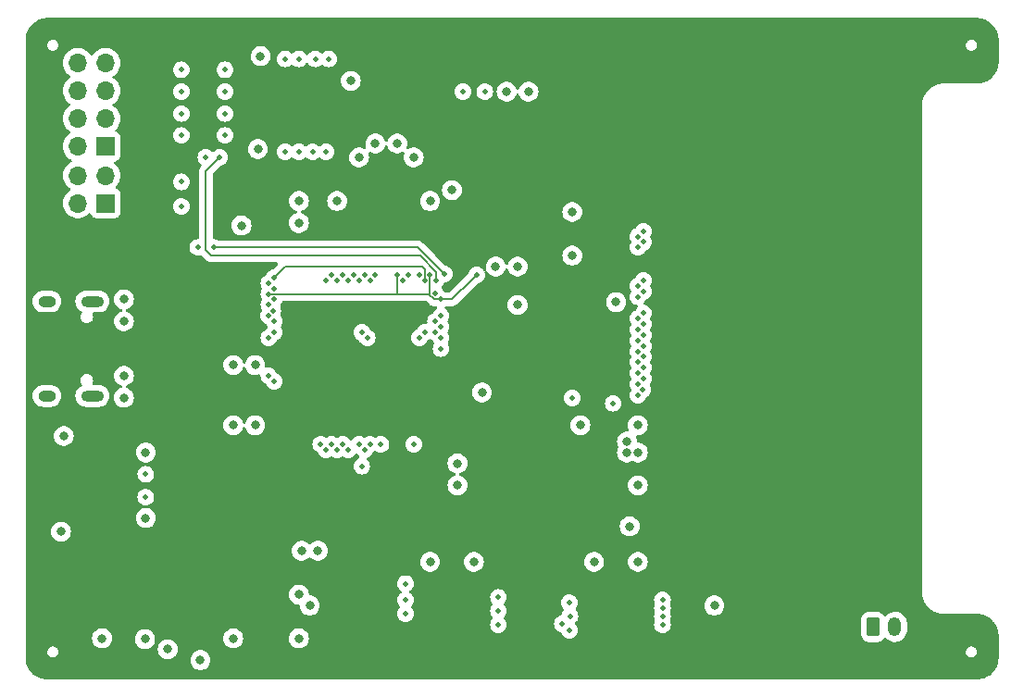
<source format=gbr>
%TF.GenerationSoftware,KiCad,Pcbnew,7.0.6*%
%TF.CreationDate,2023-07-20T20:34:57+02:00*%
%TF.ProjectId,black_scope,626c6163-6b5f-4736-936f-70652e6b6963,rev?*%
%TF.SameCoordinates,Original*%
%TF.FileFunction,Copper,L3,Inr*%
%TF.FilePolarity,Positive*%
%FSLAX46Y46*%
G04 Gerber Fmt 4.6, Leading zero omitted, Abs format (unit mm)*
G04 Created by KiCad (PCBNEW 7.0.6) date 2023-07-20 20:34:57*
%MOMM*%
%LPD*%
G01*
G04 APERTURE LIST*
G04 Aperture macros list*
%AMRoundRect*
0 Rectangle with rounded corners*
0 $1 Rounding radius*
0 $2 $3 $4 $5 $6 $7 $8 $9 X,Y pos of 4 corners*
0 Add a 4 corners polygon primitive as box body*
4,1,4,$2,$3,$4,$5,$6,$7,$8,$9,$2,$3,0*
0 Add four circle primitives for the rounded corners*
1,1,$1+$1,$2,$3*
1,1,$1+$1,$4,$5*
1,1,$1+$1,$6,$7*
1,1,$1+$1,$8,$9*
0 Add four rect primitives between the rounded corners*
20,1,$1+$1,$2,$3,$4,$5,0*
20,1,$1+$1,$4,$5,$6,$7,0*
20,1,$1+$1,$6,$7,$8,$9,0*
20,1,$1+$1,$8,$9,$2,$3,0*%
G04 Aperture macros list end*
%TA.AperFunction,ComponentPad*%
%ADD10RoundRect,0.250000X-0.350000X-0.625000X0.350000X-0.625000X0.350000X0.625000X-0.350000X0.625000X0*%
%TD*%
%TA.AperFunction,ComponentPad*%
%ADD11O,1.200000X1.750000*%
%TD*%
%TA.AperFunction,ComponentPad*%
%ADD12R,1.700000X1.700000*%
%TD*%
%TA.AperFunction,ComponentPad*%
%ADD13O,1.700000X1.700000*%
%TD*%
%TA.AperFunction,ComponentPad*%
%ADD14O,2.100000X1.000000*%
%TD*%
%TA.AperFunction,ComponentPad*%
%ADD15O,1.600000X1.000000*%
%TD*%
%TA.AperFunction,ViaPad*%
%ADD16C,0.800000*%
%TD*%
%TA.AperFunction,ViaPad*%
%ADD17C,0.500000*%
%TD*%
%TA.AperFunction,Conductor*%
%ADD18C,0.200000*%
%TD*%
%TA.AperFunction,Conductor*%
%ADD19C,0.100000*%
%TD*%
G04 APERTURE END LIST*
D10*
%TO.N,+BATT*%
%TO.C,J3*%
X175500000Y-127950000D03*
D11*
%TO.N,GND*%
X177500000Y-127950000D03*
%TD*%
D12*
%TO.N,Net-(J5-Pin_1)*%
%TO.C,J5*%
X105332500Y-89200000D03*
D13*
%TO.N,GND*%
X102792500Y-89200000D03*
%TO.N,Net-(J5-Pin_3)*%
X105332500Y-86660000D03*
%TO.N,GND*%
X102792500Y-86660000D03*
%TD*%
D14*
%TO.N,unconnected-(P1-SHIELD-PadS1)*%
%TO.C,P1*%
X104130000Y-98180000D03*
D15*
X99950000Y-98180000D03*
D14*
X104130000Y-106820000D03*
D15*
X99950000Y-106820000D03*
%TD*%
D12*
%TO.N,Net-(J4-Pin_1)*%
%TO.C,J4*%
X105310000Y-84000000D03*
D13*
%TO.N,GND*%
X102770000Y-84000000D03*
%TO.N,Net-(J4-Pin_3)*%
X105310000Y-81460000D03*
%TO.N,GND*%
X102770000Y-81460000D03*
%TO.N,Net-(J4-Pin_5)*%
X105310000Y-78920000D03*
%TO.N,GND*%
X102770000Y-78920000D03*
%TO.N,Net-(J4-Pin_7)*%
X105310000Y-76380000D03*
%TO.N,GND*%
X102770000Y-76380000D03*
%TD*%
D16*
%TO.N,GND*%
X161000000Y-126000000D03*
X101500000Y-110500000D03*
X109000000Y-112000000D03*
X109000000Y-118000000D03*
D17*
%TO.N,nRESET*%
X109000000Y-114000000D03*
X128750000Y-113250000D03*
X136000000Y-101500000D03*
D16*
%TO.N,GND*%
X117750000Y-91250000D03*
X135000000Y-122000000D03*
X128500000Y-85000000D03*
X142000000Y-79000000D03*
X154000000Y-122000000D03*
X153250000Y-118750000D03*
X137500000Y-115000000D03*
X108934668Y-129065332D03*
X130000000Y-83750000D03*
X143000000Y-95000000D03*
X107000000Y-107000000D03*
X127750000Y-78000000D03*
X139750000Y-106500000D03*
X148750000Y-109500000D03*
X117000000Y-104000000D03*
X117000000Y-109500000D03*
X143000000Y-98500000D03*
X154000000Y-109500000D03*
X117000000Y-129000000D03*
X107000000Y-98000000D03*
X135000000Y-89000000D03*
X124750000Y-121000000D03*
X137000000Y-88000000D03*
X126500000Y-89000000D03*
X153000000Y-111000000D03*
X119250000Y-84250000D03*
X123000000Y-129000000D03*
X154000000Y-112000000D03*
X148000000Y-90000000D03*
X152000000Y-98250000D03*
X123000000Y-89000000D03*
X119500000Y-75750000D03*
%TO.N,+3.3V*%
X144000000Y-79000000D03*
X119000000Y-104000000D03*
X124000000Y-126000000D03*
X154000000Y-115000000D03*
X139000000Y-122000000D03*
X133500000Y-85000000D03*
X101250000Y-119250000D03*
X153000000Y-112000000D03*
X123000000Y-125000000D03*
X141000000Y-95000000D03*
X137500000Y-113000000D03*
X132000000Y-83750000D03*
X123000000Y-91000000D03*
X123250000Y-121000000D03*
X148000000Y-94000000D03*
X119000000Y-109500000D03*
X150000000Y-122000000D03*
%TO.N,+3.3VA*%
X113500000Y-84250000D03*
X133500000Y-86750000D03*
X128500000Y-87000000D03*
X126500000Y-91000000D03*
X127750000Y-82500000D03*
X113500000Y-75750000D03*
X117750000Y-86750000D03*
%TO.N,VBUS*%
X107000000Y-100000000D03*
X111000000Y-130000000D03*
X107000000Y-105000000D03*
D17*
%TO.N,Net-(U8A-+)*%
X116250000Y-83000000D03*
X123000000Y-84500000D03*
X112250000Y-83000000D03*
%TO.N,Net-(U8B-+)*%
X124250000Y-84500000D03*
X116250000Y-81000000D03*
X112250000Y-81000000D03*
%TO.N,Net-(U8C-+)*%
X116250000Y-79000000D03*
X112250000Y-79000000D03*
X124500000Y-76000000D03*
%TO.N,Net-(U8D-+)*%
X123000000Y-76000000D03*
X116250000Y-77000000D03*
X112250000Y-77000000D03*
%TO.N,XP*%
X154000000Y-93250000D03*
X156250000Y-127750000D03*
%TO.N,XN*%
X154000000Y-92250000D03*
X156250000Y-126250000D03*
%TO.N,YP*%
X154500000Y-91750500D03*
X156250000Y-127000000D03*
%TO.N,YN*%
X156250000Y-125500000D03*
X154500000Y-92750000D03*
%TO.N,BOOT0*%
X109000000Y-116087501D03*
X133500000Y-111250000D03*
%TO.N,QSPI_NSS*%
X132750000Y-124000000D03*
X128500000Y-111250000D03*
%TO.N,Net-(U4A--)*%
X113750000Y-93250000D03*
X112250000Y-89500000D03*
%TO.N,Net-(U4B--)*%
X112250000Y-87250000D03*
X114500000Y-85000000D03*
%TO.N,DAC2_OUT1*%
X132000000Y-95750000D03*
X120250000Y-97500000D03*
X139250000Y-95750000D03*
X134950500Y-95750000D03*
X136000000Y-98000000D03*
%TO.N,LCD_RST*%
X151750000Y-107500000D03*
X120750000Y-105500000D03*
%TO.N,SPI3_NSS*%
X125000000Y-111250000D03*
X147093844Y-127658823D03*
%TO.N,LCD_BL*%
X148000000Y-107000000D03*
X120250000Y-105000000D03*
%TO.N,UART1_RX*%
X135500000Y-101000000D03*
X140000000Y-79000000D03*
%TO.N,UART1_TX*%
X138000000Y-79000000D03*
X135505345Y-97494655D03*
%TO.N,FMC_D0*%
X134500000Y-101000000D03*
X120750000Y-101000000D03*
X154500000Y-99250000D03*
X128750000Y-101000000D03*
%TO.N,FMC_D1*%
X129250000Y-101500000D03*
X154000000Y-99750000D03*
X134000000Y-101500000D03*
X120250000Y-101500000D03*
%TO.N,FMC_D2*%
X127000000Y-111250000D03*
X154500000Y-100250000D03*
%TO.N,ADC1_IN11*%
X134500000Y-96250000D03*
X120750000Y-96000000D03*
X121750000Y-84500000D03*
%TO.N,ADC1_IN12*%
X132500000Y-96250000D03*
X125500000Y-84500000D03*
X133000000Y-95750000D03*
%TO.N,FMC_D3*%
X127500000Y-111750000D03*
X154000000Y-100750000D03*
%TO.N,FMC_D4*%
X130000000Y-95750000D03*
X154500000Y-101250000D03*
%TO.N,QSPI_SCLK*%
X141250000Y-126500000D03*
X125500000Y-96250000D03*
%TO.N,FMC_D5*%
X154000000Y-101750000D03*
X129500000Y-96250000D03*
D16*
%TO.N,+BATT*%
X114000000Y-131000000D03*
X105000000Y-129000000D03*
D17*
%TO.N,FMC_D6*%
X129000000Y-95750000D03*
X154500000Y-102250000D03*
%TO.N,FMC_D7*%
X128500000Y-96250000D03*
X154000000Y-102750000D03*
%TO.N,FMC_D8*%
X154500000Y-103250000D03*
X128000000Y-95750000D03*
%TO.N,FMC_D9*%
X154000000Y-103750000D03*
X127500000Y-96250000D03*
%TO.N,ADC3_IN9*%
X120750000Y-100000000D03*
X120250000Y-96500000D03*
X121750000Y-76000000D03*
%TO.N,ADC3_IN8*%
X125750000Y-76000000D03*
X120750000Y-97000000D03*
X120247165Y-99503729D03*
%TO.N,FMC_D10*%
X127000000Y-95750000D03*
X154500000Y-104250000D03*
%TO.N,FMC_D11*%
X126500000Y-96250000D03*
X154000000Y-104750000D03*
%TO.N,FMC_D12*%
X154500000Y-105250000D03*
X126000000Y-95750000D03*
%TO.N,FMC_D13*%
X120750000Y-98000000D03*
X154000000Y-105750000D03*
%TO.N,FMC_D14*%
X120250000Y-98500000D03*
X154457957Y-106250000D03*
%TO.N,FMC_D15*%
X120610004Y-99026496D03*
X154000000Y-106750000D03*
%TO.N,FMC_CS*%
X130500000Y-111250000D03*
X154500000Y-96250000D03*
%TO.N,FMC_A0*%
X154000000Y-96750000D03*
X136000000Y-102500000D03*
%TO.N,FMC_RD*%
X129000000Y-111750000D03*
X154000000Y-97750000D03*
%TO.N,FMC_WR*%
X129500000Y-111250000D03*
X154500000Y-97250000D03*
%TO.N,SPI3_SCLK*%
X125500000Y-111750000D03*
X147750000Y-128250000D03*
%TO.N,SPI3_MISO*%
X126000000Y-111250000D03*
X147750000Y-125750000D03*
%TO.N,SPI3_MOSI*%
X126500000Y-111750000D03*
X147782490Y-126967510D03*
%TO.N,DAC1_OUT1*%
X115250000Y-93250000D03*
X136299500Y-95664997D03*
%TO.N,DAC1_OUT2*%
X115750000Y-85000000D03*
X135549500Y-96250000D03*
%TO.N,QSPI_IO0*%
X141250000Y-127750000D03*
X136000000Y-100500000D03*
%TO.N,QSPI_IO2*%
X132750000Y-126750000D03*
X136000000Y-99500000D03*
%TO.N,QSPI_IO1*%
X135500000Y-100000000D03*
X132750000Y-125500000D03*
%TO.N,QSPI_IO3*%
X141250000Y-125250000D03*
X134000000Y-95750000D03*
%TD*%
D18*
%TO.N,DAC2_OUT1*%
X134901000Y-97500000D02*
X134901000Y-97526000D01*
X132000000Y-97500000D02*
X132000000Y-95750000D01*
X132000000Y-97500000D02*
X134901000Y-97500000D01*
X134901000Y-97526000D02*
X135375000Y-98000000D01*
D19*
X134950500Y-96799500D02*
X134950500Y-95750000D01*
D18*
X137000000Y-98000000D02*
X139250000Y-95750000D01*
D19*
X138000000Y-97000000D02*
X139250000Y-95750000D01*
D18*
X134950500Y-95750000D02*
X134950500Y-97450500D01*
X120250000Y-97500000D02*
X132000000Y-97500000D01*
X135375000Y-98000000D02*
X137000000Y-98000000D01*
X134950500Y-97450500D02*
X134901000Y-97500000D01*
%TO.N,ADC1_IN11*%
X134500000Y-96250000D02*
X134500000Y-95250000D01*
X134500000Y-95250000D02*
X134250000Y-95000000D01*
X121750000Y-95000000D02*
X120750000Y-96000000D01*
X134250000Y-95000000D02*
X121750000Y-95000000D01*
%TO.N,DAC1_OUT1*%
X115250000Y-93250000D02*
X133884503Y-93250000D01*
X133884503Y-93250000D02*
X136299500Y-95664997D01*
%TO.N,DAC1_OUT2*%
X114500000Y-86250000D02*
X114500000Y-93500000D01*
X115000000Y-94000000D02*
X134069523Y-94000000D01*
X135549500Y-95479977D02*
X135549500Y-96250000D01*
X115750000Y-85000000D02*
X114500000Y-86250000D01*
X134069523Y-94000000D02*
X135549500Y-95479977D01*
X114500000Y-93500000D02*
X115000000Y-94000000D01*
%TD*%
%TA.AperFunction,Conductor*%
%TO.N,+3.3VA*%
G36*
X185002057Y-72250634D02*
G01*
X185083743Y-72255988D01*
X185265384Y-72268980D01*
X185273165Y-72270028D01*
X185389441Y-72293157D01*
X185533606Y-72324518D01*
X185540437Y-72326414D01*
X185659429Y-72366806D01*
X185791699Y-72416140D01*
X185797542Y-72418664D01*
X185912952Y-72475578D01*
X186034870Y-72542150D01*
X186039678Y-72545061D01*
X186146634Y-72616527D01*
X186149377Y-72618469D01*
X186189070Y-72648182D01*
X186258611Y-72700240D01*
X186262384Y-72703299D01*
X186359486Y-72788456D01*
X186362480Y-72791260D01*
X186458737Y-72887517D01*
X186461542Y-72890512D01*
X186546699Y-72987614D01*
X186549769Y-72991401D01*
X186631529Y-73100621D01*
X186633478Y-73103374D01*
X186704935Y-73210317D01*
X186707848Y-73215127D01*
X186774421Y-73337047D01*
X186820611Y-73430710D01*
X186831334Y-73452455D01*
X186831335Y-73452456D01*
X186833861Y-73458307D01*
X186883195Y-73590575D01*
X186923577Y-73709536D01*
X186925482Y-73716401D01*
X186956847Y-73860580D01*
X186979968Y-73976821D01*
X186981019Y-73984625D01*
X186994017Y-74166350D01*
X186999331Y-74247429D01*
X186999365Y-74247938D01*
X186999500Y-74252060D01*
X186999500Y-76247939D01*
X186999365Y-76252061D01*
X186994017Y-76333649D01*
X186981019Y-76515373D01*
X186979968Y-76523176D01*
X186956847Y-76639419D01*
X186925482Y-76783597D01*
X186923577Y-76790462D01*
X186883195Y-76909424D01*
X186833861Y-77041691D01*
X186831335Y-77047542D01*
X186774421Y-77162952D01*
X186707848Y-77284871D01*
X186704935Y-77289681D01*
X186633478Y-77396624D01*
X186631529Y-77399377D01*
X186549769Y-77508597D01*
X186546699Y-77512384D01*
X186461542Y-77609486D01*
X186458723Y-77612496D01*
X186362496Y-77708723D01*
X186359486Y-77711542D01*
X186262384Y-77796699D01*
X186258597Y-77799769D01*
X186149377Y-77881529D01*
X186146624Y-77883478D01*
X186039681Y-77954935D01*
X186034871Y-77957848D01*
X185912952Y-78024421D01*
X185797542Y-78081335D01*
X185791691Y-78083861D01*
X185659424Y-78133195D01*
X185540462Y-78173577D01*
X185533597Y-78175482D01*
X185389419Y-78206847D01*
X185273176Y-78229968D01*
X185265373Y-78231019D01*
X185083649Y-78244017D01*
X185026507Y-78247762D01*
X185002057Y-78249365D01*
X184997940Y-78249500D01*
X182033441Y-78249500D01*
X182028256Y-78247977D01*
X182009223Y-78249339D01*
X182004727Y-78249500D01*
X181985234Y-78249500D01*
X181985226Y-78249501D01*
X181868876Y-78249501D01*
X181724584Y-78268497D01*
X181724031Y-78268410D01*
X181720291Y-78269062D01*
X181706463Y-78270883D01*
X181702732Y-78271262D01*
X181625947Y-78276754D01*
X181612669Y-78281566D01*
X181612939Y-78282923D01*
X181608896Y-78283727D01*
X181449242Y-78326506D01*
X181448472Y-78326487D01*
X181444124Y-78327877D01*
X181416117Y-78335382D01*
X181413203Y-78336089D01*
X181363132Y-78346981D01*
X181355401Y-78351677D01*
X181232213Y-78402704D01*
X181188375Y-78420862D01*
X181186976Y-78421012D01*
X181186691Y-78421168D01*
X181180605Y-78424080D01*
X181122607Y-78448103D01*
X181108086Y-78453519D01*
X181101814Y-78458589D01*
X180944122Y-78549633D01*
X180941832Y-78550188D01*
X180940361Y-78551290D01*
X180934105Y-78555416D01*
X180886192Y-78583079D01*
X180884111Y-78584677D01*
X180870628Y-78593455D01*
X180865243Y-78599154D01*
X180720289Y-78710382D01*
X180717204Y-78711574D01*
X180715073Y-78713706D01*
X180708873Y-78719143D01*
X180678151Y-78742717D01*
X180678141Y-78742726D01*
X180665181Y-78755686D01*
X180653934Y-78765431D01*
X180650096Y-78770770D01*
X180520770Y-78900096D01*
X180516949Y-78902182D01*
X180505686Y-78915181D01*
X180492726Y-78928141D01*
X180492717Y-78928151D01*
X180469143Y-78958873D01*
X180463706Y-78965073D01*
X180462537Y-78966241D01*
X180460382Y-78970289D01*
X180349154Y-79115243D01*
X180344974Y-79118294D01*
X180334677Y-79134111D01*
X180333079Y-79136192D01*
X180305416Y-79184105D01*
X180301290Y-79190361D01*
X180300772Y-79191051D01*
X180299633Y-79194122D01*
X180208589Y-79351814D01*
X180204352Y-79355853D01*
X180198103Y-79372607D01*
X180174080Y-79430605D01*
X180171306Y-79436402D01*
X180170862Y-79438375D01*
X180101678Y-79605401D01*
X180097548Y-79610525D01*
X180086089Y-79663203D01*
X180085382Y-79666117D01*
X180077877Y-79694124D01*
X180076606Y-79698101D01*
X180076506Y-79699242D01*
X180033727Y-79858896D01*
X180032923Y-79862939D01*
X180031011Y-79862558D01*
X180027078Y-79871404D01*
X180021261Y-79952739D01*
X180020882Y-79956469D01*
X180019063Y-79970290D01*
X180018458Y-79973759D01*
X180018497Y-79974584D01*
X179999501Y-80118876D01*
X179999501Y-80249926D01*
X179999499Y-80254762D01*
X179999339Y-80259231D01*
X179998129Y-80276149D01*
X179999500Y-80283682D01*
X179999500Y-124716432D01*
X179997970Y-124721641D01*
X179999339Y-124740778D01*
X179999500Y-124745275D01*
X179999500Y-124881121D01*
X180018497Y-125025413D01*
X180018410Y-125025968D01*
X180019063Y-125029713D01*
X180020880Y-125043520D01*
X180021259Y-125047250D01*
X180026755Y-125124088D01*
X180031551Y-125137334D01*
X180032923Y-125137062D01*
X180033727Y-125141104D01*
X180033729Y-125141114D01*
X180033730Y-125141116D01*
X180046809Y-125189927D01*
X180076505Y-125300756D01*
X180076486Y-125301525D01*
X180077876Y-125305874D01*
X180085379Y-125333876D01*
X180086086Y-125336789D01*
X180096980Y-125386869D01*
X180101675Y-125394596D01*
X180130033Y-125463058D01*
X180170860Y-125561623D01*
X180171010Y-125563019D01*
X180171166Y-125563305D01*
X180174078Y-125569391D01*
X180198094Y-125627372D01*
X180203517Y-125641911D01*
X180208589Y-125648185D01*
X180299633Y-125805879D01*
X180300187Y-125808163D01*
X180301282Y-125809626D01*
X180305412Y-125815888D01*
X180333076Y-125863804D01*
X180333078Y-125863807D01*
X180334673Y-125865885D01*
X180343450Y-125879365D01*
X180349150Y-125884752D01*
X180419101Y-125975912D01*
X180460377Y-126029704D01*
X180461570Y-126032790D01*
X180463698Y-126034918D01*
X180469137Y-126041120D01*
X180492718Y-126071851D01*
X180492722Y-126071855D01*
X180492729Y-126071863D01*
X180505689Y-126084823D01*
X180515434Y-126096069D01*
X180520769Y-126099903D01*
X180650095Y-126229229D01*
X180652180Y-126233048D01*
X180665175Y-126244309D01*
X180678136Y-126257270D01*
X180678143Y-126257276D01*
X180678149Y-126257282D01*
X180678157Y-126257288D01*
X180678158Y-126257289D01*
X180708878Y-126280862D01*
X180715081Y-126286301D01*
X180716247Y-126287467D01*
X180720294Y-126289622D01*
X180865242Y-126400845D01*
X180868294Y-126405025D01*
X180884121Y-126415331D01*
X180886197Y-126416924D01*
X180934111Y-126444587D01*
X180940374Y-126448717D01*
X180941058Y-126449229D01*
X180944120Y-126450366D01*
X181101812Y-126541409D01*
X181105851Y-126545645D01*
X181122555Y-126551875D01*
X181180624Y-126575928D01*
X181186405Y-126578694D01*
X181188370Y-126579136D01*
X181355399Y-126648322D01*
X181360520Y-126652449D01*
X181413185Y-126663906D01*
X181416053Y-126664601D01*
X181444144Y-126672128D01*
X181448098Y-126673392D01*
X181449234Y-126673492D01*
X181608884Y-126716270D01*
X181608891Y-126716270D01*
X181608899Y-126716273D01*
X181612938Y-126717077D01*
X181612544Y-126719055D01*
X181621276Y-126722912D01*
X181702736Y-126728739D01*
X181706464Y-126729117D01*
X181720312Y-126730940D01*
X181723759Y-126731540D01*
X181724580Y-126731502D01*
X181868880Y-126750500D01*
X181999901Y-126750500D01*
X182004738Y-126750500D01*
X182009234Y-126750661D01*
X182026064Y-126751864D01*
X182033568Y-126750500D01*
X184997941Y-126750500D01*
X185002057Y-126750634D01*
X185083743Y-126755988D01*
X185265384Y-126768980D01*
X185273165Y-126770028D01*
X185389441Y-126793157D01*
X185533606Y-126824518D01*
X185540437Y-126826414D01*
X185659429Y-126866806D01*
X185791699Y-126916140D01*
X185797539Y-126918663D01*
X185886795Y-126962679D01*
X185912952Y-126975578D01*
X186034870Y-127042150D01*
X186039678Y-127045061D01*
X186146634Y-127116527D01*
X186149377Y-127118469D01*
X186174610Y-127137358D01*
X186258611Y-127200240D01*
X186262377Y-127203293D01*
X186288169Y-127225912D01*
X186359486Y-127288456D01*
X186362480Y-127291260D01*
X186458737Y-127387517D01*
X186461542Y-127390512D01*
X186546699Y-127487614D01*
X186549763Y-127491394D01*
X186566161Y-127513298D01*
X186631529Y-127600621D01*
X186633478Y-127603374D01*
X186704935Y-127710317D01*
X186707848Y-127715127D01*
X186774421Y-127837047D01*
X186831335Y-127952456D01*
X186833861Y-127958307D01*
X186879691Y-128081182D01*
X186883195Y-128090575D01*
X186923577Y-128209536D01*
X186925482Y-128216401D01*
X186956847Y-128360580D01*
X186979968Y-128476821D01*
X186981019Y-128484625D01*
X186994017Y-128666350D01*
X186998533Y-128735254D01*
X186999365Y-128747938D01*
X186999500Y-128752060D01*
X186999500Y-130747939D01*
X186999365Y-130752058D01*
X186998323Y-130767943D01*
X186994017Y-130833649D01*
X186981019Y-131015373D01*
X186979968Y-131023176D01*
X186956847Y-131139419D01*
X186925482Y-131283597D01*
X186923577Y-131290462D01*
X186883195Y-131409424D01*
X186833861Y-131541691D01*
X186831335Y-131547542D01*
X186774421Y-131662952D01*
X186707848Y-131784871D01*
X186704935Y-131789681D01*
X186633478Y-131896624D01*
X186631529Y-131899377D01*
X186549769Y-132008597D01*
X186546699Y-132012384D01*
X186461542Y-132109486D01*
X186458723Y-132112496D01*
X186362496Y-132208723D01*
X186359486Y-132211542D01*
X186262384Y-132296699D01*
X186258597Y-132299769D01*
X186149377Y-132381529D01*
X186146624Y-132383478D01*
X186039681Y-132454935D01*
X186034871Y-132457848D01*
X185912952Y-132524421D01*
X185797542Y-132581335D01*
X185791691Y-132583861D01*
X185659424Y-132633195D01*
X185540462Y-132673577D01*
X185533597Y-132675482D01*
X185389419Y-132706847D01*
X185273176Y-132729968D01*
X185265373Y-132731019D01*
X185083649Y-132744017D01*
X185026507Y-132747762D01*
X185002057Y-132749365D01*
X184997940Y-132749500D01*
X100002060Y-132749500D01*
X99997942Y-132749365D01*
X99969828Y-132747522D01*
X99916350Y-132744017D01*
X99734625Y-132731019D01*
X99726821Y-132729968D01*
X99610580Y-132706847D01*
X99466401Y-132675482D01*
X99459539Y-132673577D01*
X99340575Y-132633195D01*
X99287464Y-132613385D01*
X99208307Y-132583861D01*
X99202456Y-132581335D01*
X99087047Y-132524421D01*
X98965127Y-132457848D01*
X98960317Y-132454935D01*
X98853374Y-132383478D01*
X98850621Y-132381529D01*
X98771860Y-132322570D01*
X98741394Y-132299763D01*
X98737614Y-132296699D01*
X98640512Y-132211542D01*
X98637517Y-132208737D01*
X98541260Y-132112480D01*
X98538456Y-132109486D01*
X98453299Y-132012384D01*
X98450240Y-132008611D01*
X98375298Y-131908500D01*
X98368469Y-131899377D01*
X98366520Y-131896624D01*
X98295063Y-131789681D01*
X98292150Y-131784870D01*
X98225578Y-131662952D01*
X98168664Y-131547542D01*
X98166140Y-131541699D01*
X98116805Y-131409424D01*
X98076414Y-131290437D01*
X98074518Y-131283606D01*
X98043157Y-131139441D01*
X98020028Y-131023165D01*
X98018980Y-131015384D01*
X98017880Y-130999999D01*
X113086496Y-130999999D01*
X113106457Y-131189927D01*
X113131666Y-131267509D01*
X113165473Y-131371556D01*
X113165476Y-131371561D01*
X113260958Y-131536941D01*
X113260965Y-131536951D01*
X113388744Y-131678864D01*
X113388747Y-131678866D01*
X113543248Y-131791118D01*
X113717712Y-131868794D01*
X113904513Y-131908500D01*
X114095487Y-131908500D01*
X114282288Y-131868794D01*
X114456752Y-131791118D01*
X114611253Y-131678866D01*
X114739040Y-131536944D01*
X114834527Y-131371556D01*
X114893542Y-131189928D01*
X114913504Y-131000000D01*
X114893542Y-130810072D01*
X114834527Y-130628444D01*
X114739040Y-130463056D01*
X114739038Y-130463054D01*
X114739034Y-130463048D01*
X114611255Y-130321135D01*
X114513345Y-130249999D01*
X183994353Y-130249999D01*
X184001262Y-130298053D01*
X184002544Y-130315984D01*
X184002544Y-130321523D01*
X184004107Y-130326848D01*
X184007924Y-130344400D01*
X184014833Y-130392452D01*
X184014836Y-130392460D01*
X184034998Y-130436608D01*
X184041280Y-130453449D01*
X184042842Y-130458770D01*
X184042846Y-130458779D01*
X184045842Y-130463440D01*
X184054457Y-130479217D01*
X184074621Y-130523370D01*
X184074623Y-130523373D01*
X184106414Y-130560063D01*
X184117181Y-130574446D01*
X184120179Y-130579110D01*
X184120182Y-130579114D01*
X184124376Y-130582748D01*
X184137074Y-130595446D01*
X184168872Y-130632143D01*
X184209714Y-130658390D01*
X184224103Y-130669162D01*
X184228290Y-130672790D01*
X184233322Y-130675088D01*
X184249104Y-130683705D01*
X184289947Y-130709953D01*
X184333809Y-130722832D01*
X184336527Y-130723630D01*
X184353370Y-130729912D01*
X184356188Y-130731199D01*
X184358409Y-130732213D01*
X184363891Y-130733001D01*
X184381445Y-130736819D01*
X184428039Y-130750500D01*
X184428042Y-130750500D01*
X184476586Y-130750500D01*
X184494518Y-130751782D01*
X184500000Y-130752571D01*
X184505481Y-130751782D01*
X184523414Y-130750500D01*
X184571959Y-130750500D01*
X184571961Y-130750500D01*
X184618551Y-130736819D01*
X184636108Y-130733001D01*
X184641591Y-130732213D01*
X184646637Y-130729908D01*
X184663459Y-130723634D01*
X184710053Y-130709953D01*
X184750898Y-130683703D01*
X184766671Y-130675090D01*
X184771710Y-130672790D01*
X184775896Y-130669162D01*
X184790274Y-130658398D01*
X184831128Y-130632143D01*
X184862925Y-130595446D01*
X184875630Y-130582742D01*
X184879818Y-130579114D01*
X184882811Y-130574455D01*
X184893585Y-130560063D01*
X184925377Y-130523373D01*
X184945551Y-130479197D01*
X184954155Y-130463442D01*
X184957155Y-130458776D01*
X184958719Y-130453448D01*
X184964990Y-130436632D01*
X184985165Y-130392457D01*
X184992075Y-130344391D01*
X184995894Y-130326842D01*
X184997456Y-130321523D01*
X184998024Y-130305553D01*
X184998622Y-130298857D01*
X185005647Y-130250000D01*
X184998622Y-130201146D01*
X184998023Y-130194444D01*
X184997456Y-130178477D01*
X184995896Y-130173163D01*
X184992073Y-130155593D01*
X184985165Y-130107543D01*
X184964991Y-130063370D01*
X184958716Y-130046542D01*
X184957155Y-130041224D01*
X184954154Y-130036554D01*
X184945544Y-130020786D01*
X184925377Y-129976627D01*
X184912797Y-129962109D01*
X184893586Y-129939937D01*
X184882814Y-129925549D01*
X184879818Y-129920886D01*
X184875630Y-129917257D01*
X184862925Y-129904553D01*
X184831128Y-129867857D01*
X184813377Y-129856449D01*
X184790286Y-129841609D01*
X184775896Y-129830836D01*
X184771714Y-129827212D01*
X184771709Y-129827209D01*
X184766658Y-129824902D01*
X184750891Y-129816291D01*
X184710053Y-129790046D01*
X184663462Y-129776365D01*
X184646631Y-129770088D01*
X184641590Y-129767786D01*
X184641585Y-129767785D01*
X184636099Y-129766996D01*
X184618541Y-129763177D01*
X184571961Y-129749500D01*
X184523414Y-129749500D01*
X184505481Y-129748217D01*
X184500000Y-129747429D01*
X184494518Y-129748217D01*
X184476586Y-129749500D01*
X184428039Y-129749500D01*
X184428036Y-129749500D01*
X184428033Y-129749501D01*
X184381450Y-129763178D01*
X184363894Y-129766997D01*
X184358416Y-129767784D01*
X184358408Y-129767787D01*
X184353360Y-129770092D01*
X184336534Y-129776366D01*
X184289951Y-129790045D01*
X184289948Y-129790046D01*
X184249101Y-129816296D01*
X184233338Y-129824904D01*
X184228293Y-129827208D01*
X184228280Y-129827216D01*
X184224090Y-129830847D01*
X184209713Y-129841608D01*
X184168874Y-129867854D01*
X184168871Y-129867857D01*
X184137077Y-129904549D01*
X184124375Y-129917252D01*
X184120183Y-129920884D01*
X184120177Y-129920891D01*
X184117184Y-129925549D01*
X184106416Y-129939933D01*
X184074624Y-129976623D01*
X184074623Y-129976625D01*
X184054456Y-130020785D01*
X184045844Y-130036557D01*
X184042846Y-130041220D01*
X184042845Y-130041224D01*
X184041282Y-130046547D01*
X184035003Y-130063380D01*
X184014834Y-130107545D01*
X184007924Y-130155599D01*
X184004109Y-130173144D01*
X184002544Y-130178473D01*
X184002544Y-130184015D01*
X184001262Y-130201945D01*
X183994353Y-130249999D01*
X114513345Y-130249999D01*
X114456752Y-130208882D01*
X114282288Y-130131206D01*
X114095487Y-130091500D01*
X113904513Y-130091500D01*
X113717711Y-130131206D01*
X113543247Y-130208882D01*
X113388744Y-130321135D01*
X113260965Y-130463048D01*
X113260958Y-130463058D01*
X113165476Y-130628438D01*
X113165473Y-130628445D01*
X113106457Y-130810072D01*
X113086496Y-130999999D01*
X98017880Y-130999999D01*
X98005988Y-130833743D01*
X98000634Y-130752057D01*
X98000500Y-130747941D01*
X98000500Y-130249999D01*
X99994353Y-130249999D01*
X100001262Y-130298053D01*
X100002544Y-130315984D01*
X100002544Y-130321523D01*
X100004107Y-130326848D01*
X100007924Y-130344400D01*
X100014833Y-130392452D01*
X100014836Y-130392460D01*
X100034998Y-130436608D01*
X100041280Y-130453449D01*
X100042842Y-130458770D01*
X100042846Y-130458779D01*
X100045842Y-130463440D01*
X100054457Y-130479217D01*
X100074621Y-130523370D01*
X100074623Y-130523373D01*
X100106414Y-130560063D01*
X100117181Y-130574446D01*
X100120179Y-130579110D01*
X100120182Y-130579114D01*
X100124376Y-130582748D01*
X100137074Y-130595446D01*
X100168872Y-130632143D01*
X100209714Y-130658390D01*
X100224103Y-130669162D01*
X100228290Y-130672790D01*
X100233322Y-130675088D01*
X100249104Y-130683705D01*
X100289947Y-130709953D01*
X100333809Y-130722832D01*
X100336527Y-130723630D01*
X100353370Y-130729912D01*
X100356188Y-130731199D01*
X100358409Y-130732213D01*
X100363891Y-130733001D01*
X100381445Y-130736819D01*
X100428039Y-130750500D01*
X100428042Y-130750500D01*
X100476586Y-130750500D01*
X100494518Y-130751782D01*
X100500000Y-130752571D01*
X100505481Y-130751782D01*
X100523414Y-130750500D01*
X100571959Y-130750500D01*
X100571961Y-130750500D01*
X100618551Y-130736819D01*
X100636108Y-130733001D01*
X100641591Y-130732213D01*
X100646637Y-130729908D01*
X100663459Y-130723634D01*
X100710053Y-130709953D01*
X100750898Y-130683703D01*
X100766671Y-130675090D01*
X100771710Y-130672790D01*
X100775896Y-130669162D01*
X100790274Y-130658398D01*
X100831128Y-130632143D01*
X100862925Y-130595446D01*
X100875630Y-130582742D01*
X100879818Y-130579114D01*
X100882811Y-130574455D01*
X100893585Y-130560063D01*
X100925377Y-130523373D01*
X100945551Y-130479197D01*
X100954155Y-130463442D01*
X100957155Y-130458776D01*
X100958719Y-130453448D01*
X100964990Y-130436632D01*
X100985165Y-130392457D01*
X100992075Y-130344391D01*
X100995894Y-130326842D01*
X100997456Y-130321523D01*
X100998024Y-130305553D01*
X100998622Y-130298857D01*
X101005647Y-130250000D01*
X100998622Y-130201146D01*
X100998023Y-130194444D01*
X100997456Y-130178477D01*
X100995896Y-130173163D01*
X100992073Y-130155593D01*
X100985165Y-130107543D01*
X100964991Y-130063370D01*
X100958716Y-130046542D01*
X100957155Y-130041224D01*
X100954154Y-130036554D01*
X100945544Y-130020786D01*
X100936051Y-130000000D01*
X110086496Y-130000000D01*
X110106457Y-130189927D01*
X110136526Y-130282470D01*
X110165473Y-130371556D01*
X110165476Y-130371561D01*
X110260958Y-130536941D01*
X110260965Y-130536951D01*
X110388744Y-130678864D01*
X110395413Y-130683709D01*
X110543248Y-130791118D01*
X110717712Y-130868794D01*
X110904513Y-130908500D01*
X111095487Y-130908500D01*
X111282288Y-130868794D01*
X111456752Y-130791118D01*
X111611253Y-130678866D01*
X111653323Y-130632143D01*
X111739034Y-130536951D01*
X111739035Y-130536949D01*
X111739040Y-130536944D01*
X111834527Y-130371556D01*
X111893542Y-130189928D01*
X111913504Y-130000000D01*
X111893542Y-129810072D01*
X111834527Y-129628444D01*
X111739040Y-129463056D01*
X111739038Y-129463054D01*
X111739034Y-129463048D01*
X111611255Y-129321135D01*
X111456752Y-129208882D01*
X111282288Y-129131206D01*
X111095487Y-129091500D01*
X110904513Y-129091500D01*
X110717711Y-129131206D01*
X110543247Y-129208882D01*
X110388744Y-129321135D01*
X110260965Y-129463048D01*
X110260958Y-129463058D01*
X110165476Y-129628438D01*
X110165473Y-129628445D01*
X110106457Y-129810072D01*
X110086496Y-130000000D01*
X100936051Y-130000000D01*
X100925377Y-129976627D01*
X100912797Y-129962109D01*
X100893586Y-129939937D01*
X100882814Y-129925549D01*
X100879818Y-129920886D01*
X100875630Y-129917257D01*
X100862925Y-129904553D01*
X100831128Y-129867857D01*
X100813377Y-129856449D01*
X100790286Y-129841609D01*
X100775896Y-129830836D01*
X100771714Y-129827212D01*
X100771709Y-129827209D01*
X100766658Y-129824902D01*
X100750891Y-129816291D01*
X100710053Y-129790046D01*
X100663462Y-129776365D01*
X100646631Y-129770088D01*
X100641590Y-129767786D01*
X100641585Y-129767785D01*
X100636099Y-129766996D01*
X100618541Y-129763177D01*
X100571961Y-129749500D01*
X100523414Y-129749500D01*
X100505481Y-129748217D01*
X100500000Y-129747429D01*
X100494518Y-129748217D01*
X100476586Y-129749500D01*
X100428039Y-129749500D01*
X100428036Y-129749500D01*
X100428033Y-129749501D01*
X100381450Y-129763178D01*
X100363894Y-129766997D01*
X100358416Y-129767784D01*
X100358408Y-129767787D01*
X100353360Y-129770092D01*
X100336534Y-129776366D01*
X100289951Y-129790045D01*
X100289948Y-129790046D01*
X100249101Y-129816296D01*
X100233338Y-129824904D01*
X100228293Y-129827208D01*
X100228280Y-129827216D01*
X100224090Y-129830847D01*
X100209713Y-129841608D01*
X100168874Y-129867854D01*
X100168871Y-129867857D01*
X100137077Y-129904549D01*
X100124375Y-129917252D01*
X100120183Y-129920884D01*
X100120177Y-129920891D01*
X100117184Y-129925549D01*
X100106416Y-129939933D01*
X100074624Y-129976623D01*
X100074623Y-129976625D01*
X100054456Y-130020785D01*
X100045844Y-130036557D01*
X100042846Y-130041220D01*
X100042845Y-130041224D01*
X100041282Y-130046547D01*
X100035003Y-130063380D01*
X100014834Y-130107545D01*
X100007924Y-130155599D01*
X100004109Y-130173144D01*
X100002544Y-130178473D01*
X100002544Y-130184015D01*
X100001262Y-130201945D01*
X99994353Y-130249999D01*
X98000500Y-130249999D01*
X98000500Y-128999999D01*
X104086496Y-128999999D01*
X104106457Y-129189927D01*
X104127686Y-129255260D01*
X104165473Y-129371556D01*
X104165476Y-129371561D01*
X104260958Y-129536941D01*
X104260965Y-129536951D01*
X104388744Y-129678864D01*
X104388747Y-129678866D01*
X104543248Y-129791118D01*
X104717712Y-129868794D01*
X104904513Y-129908500D01*
X105095487Y-129908500D01*
X105282288Y-129868794D01*
X105456752Y-129791118D01*
X105611253Y-129678866D01*
X105739040Y-129536944D01*
X105834527Y-129371556D01*
X105893542Y-129189928D01*
X105906637Y-129065332D01*
X108021164Y-129065332D01*
X108023261Y-129085293D01*
X108041125Y-129255259D01*
X108066548Y-129333500D01*
X108100141Y-129436888D01*
X108100144Y-129436893D01*
X108195626Y-129602273D01*
X108195633Y-129602283D01*
X108323412Y-129744196D01*
X108355881Y-129767786D01*
X108477916Y-129856450D01*
X108652380Y-129934126D01*
X108839181Y-129973832D01*
X109030155Y-129973832D01*
X109216956Y-129934126D01*
X109391420Y-129856450D01*
X109545921Y-129744198D01*
X109604748Y-129678864D01*
X109673702Y-129602283D01*
X109673703Y-129602281D01*
X109673708Y-129602276D01*
X109769195Y-129436888D01*
X109828210Y-129255260D01*
X109848172Y-129065332D01*
X109841305Y-129000000D01*
X116086496Y-129000000D01*
X116106457Y-129189927D01*
X116127686Y-129255260D01*
X116165473Y-129371556D01*
X116165476Y-129371561D01*
X116260958Y-129536941D01*
X116260965Y-129536951D01*
X116388744Y-129678864D01*
X116388747Y-129678866D01*
X116543248Y-129791118D01*
X116717712Y-129868794D01*
X116904513Y-129908500D01*
X117095487Y-129908500D01*
X117282288Y-129868794D01*
X117456752Y-129791118D01*
X117611253Y-129678866D01*
X117739040Y-129536944D01*
X117834527Y-129371556D01*
X117893542Y-129189928D01*
X117913504Y-129000000D01*
X117913504Y-128999999D01*
X122086496Y-128999999D01*
X122106457Y-129189927D01*
X122127686Y-129255260D01*
X122165473Y-129371556D01*
X122165476Y-129371561D01*
X122260958Y-129536941D01*
X122260965Y-129536951D01*
X122388744Y-129678864D01*
X122388747Y-129678866D01*
X122543248Y-129791118D01*
X122717712Y-129868794D01*
X122904513Y-129908500D01*
X123095487Y-129908500D01*
X123282288Y-129868794D01*
X123456752Y-129791118D01*
X123611253Y-129678866D01*
X123739040Y-129536944D01*
X123834527Y-129371556D01*
X123893542Y-129189928D01*
X123913504Y-129000000D01*
X123893542Y-128810072D01*
X123834527Y-128628444D01*
X123739040Y-128463056D01*
X123739038Y-128463054D01*
X123739034Y-128463048D01*
X123611255Y-128321135D01*
X123456752Y-128208882D01*
X123282288Y-128131206D01*
X123095487Y-128091500D01*
X122904513Y-128091500D01*
X122717711Y-128131206D01*
X122543247Y-128208882D01*
X122388744Y-128321135D01*
X122260965Y-128463048D01*
X122260958Y-128463058D01*
X122167147Y-128625544D01*
X122165473Y-128628444D01*
X122150999Y-128672986D01*
X122106457Y-128810072D01*
X122086496Y-128999999D01*
X117913504Y-128999999D01*
X117893542Y-128810072D01*
X117834527Y-128628444D01*
X117739040Y-128463056D01*
X117739038Y-128463054D01*
X117739034Y-128463048D01*
X117611255Y-128321135D01*
X117456752Y-128208882D01*
X117282288Y-128131206D01*
X117095487Y-128091500D01*
X116904513Y-128091500D01*
X116717711Y-128131206D01*
X116543247Y-128208882D01*
X116388744Y-128321135D01*
X116260965Y-128463048D01*
X116260958Y-128463058D01*
X116167147Y-128625544D01*
X116165473Y-128628444D01*
X116150999Y-128672986D01*
X116106457Y-128810072D01*
X116086496Y-129000000D01*
X109841305Y-129000000D01*
X109828210Y-128875404D01*
X109769195Y-128693776D01*
X109673708Y-128528388D01*
X109673706Y-128528386D01*
X109673702Y-128528380D01*
X109545923Y-128386467D01*
X109391420Y-128274214D01*
X109216956Y-128196538D01*
X109030155Y-128156832D01*
X108839181Y-128156832D01*
X108652379Y-128196538D01*
X108477915Y-128274214D01*
X108323412Y-128386467D01*
X108195633Y-128528380D01*
X108195626Y-128528390D01*
X108100144Y-128693770D01*
X108100141Y-128693777D01*
X108041125Y-128875404D01*
X108022917Y-129048649D01*
X108021164Y-129065332D01*
X105906637Y-129065332D01*
X105913504Y-129000000D01*
X105893542Y-128810072D01*
X105834527Y-128628444D01*
X105739040Y-128463056D01*
X105739038Y-128463054D01*
X105739034Y-128463048D01*
X105611255Y-128321135D01*
X105456752Y-128208882D01*
X105282288Y-128131206D01*
X105095487Y-128091500D01*
X104904513Y-128091500D01*
X104717711Y-128131206D01*
X104543247Y-128208882D01*
X104388744Y-128321135D01*
X104260965Y-128463048D01*
X104260958Y-128463058D01*
X104167147Y-128625544D01*
X104165473Y-128628444D01*
X104150999Y-128672986D01*
X104106457Y-128810072D01*
X104086496Y-128999999D01*
X98000500Y-128999999D01*
X98000500Y-127750000D01*
X140486701Y-127750000D01*
X140505837Y-127919848D01*
X140562290Y-128081182D01*
X140653231Y-128225912D01*
X140774087Y-128346768D01*
X140774089Y-128346769D01*
X140774091Y-128346771D01*
X140918817Y-128437709D01*
X141080150Y-128494162D01*
X141080149Y-128494162D01*
X141099285Y-128496318D01*
X141250000Y-128513299D01*
X141419850Y-128494162D01*
X141581183Y-128437709D01*
X141725909Y-128346771D01*
X141846771Y-128225909D01*
X141937709Y-128081183D01*
X141994162Y-127919850D01*
X142013299Y-127750000D01*
X142003026Y-127658822D01*
X146330545Y-127658822D01*
X146349681Y-127828671D01*
X146406134Y-127990005D01*
X146406135Y-127990006D01*
X146494857Y-128131206D01*
X146497075Y-128134735D01*
X146617931Y-128255591D01*
X146617933Y-128255592D01*
X146617935Y-128255594D01*
X146722241Y-128321134D01*
X146762661Y-128346532D01*
X146923994Y-128402985D01*
X146924367Y-128403027D01*
X146924593Y-128403122D01*
X146930900Y-128404562D01*
X146930648Y-128405665D01*
X146989823Y-128430523D01*
X147029202Y-128486621D01*
X147062290Y-128581182D01*
X147153231Y-128725912D01*
X147274087Y-128846768D01*
X147274089Y-128846769D01*
X147274091Y-128846771D01*
X147418817Y-128937709D01*
X147580150Y-128994162D01*
X147580149Y-128994162D01*
X147597348Y-128996099D01*
X147750000Y-129013299D01*
X147919850Y-128994162D01*
X148081183Y-128937709D01*
X148225909Y-128846771D01*
X148346771Y-128725909D01*
X148409835Y-128625544D01*
X174391500Y-128625544D01*
X174402112Y-128729425D01*
X174457885Y-128897738D01*
X174550970Y-129048652D01*
X174550975Y-129048658D01*
X174676341Y-129174024D01*
X174676347Y-129174029D01*
X174676348Y-129174030D01*
X174827262Y-129267115D01*
X174995574Y-129322887D01*
X175099455Y-129333500D01*
X175900544Y-129333499D01*
X176004426Y-129322887D01*
X176172738Y-129267115D01*
X176323652Y-129174030D01*
X176449030Y-129048652D01*
X176481105Y-128996649D01*
X176533890Y-128949171D01*
X176603965Y-128937768D01*
X176669081Y-128966060D01*
X176687387Y-128984906D01*
X176694092Y-128993432D01*
X176694095Y-128993435D01*
X176694103Y-128993443D01*
X176854077Y-129132061D01*
X176854088Y-129132069D01*
X177037412Y-129237910D01*
X177037415Y-129237911D01*
X177037418Y-129237913D01*
X177237473Y-129307153D01*
X177447016Y-129337281D01*
X177596290Y-129330170D01*
X177658463Y-129327209D01*
X177658467Y-129327208D01*
X177658474Y-129327208D01*
X177864204Y-129277298D01*
X178056771Y-129189356D01*
X178229215Y-129066559D01*
X178375303Y-128913346D01*
X178489756Y-128735254D01*
X178568436Y-128538721D01*
X178608500Y-128330849D01*
X178608500Y-127622197D01*
X178593419Y-127464261D01*
X178533777Y-127261138D01*
X178533776Y-127261137D01*
X178533776Y-127261135D01*
X178436772Y-127072976D01*
X178436771Y-127072974D01*
X178316353Y-126919850D01*
X178305905Y-126906564D01*
X178145922Y-126767938D01*
X178145911Y-126767930D01*
X177962587Y-126662089D01*
X177962580Y-126662086D01*
X177762530Y-126592848D01*
X177762529Y-126592847D01*
X177762527Y-126592847D01*
X177762525Y-126592846D01*
X177762519Y-126592845D01*
X177552985Y-126562718D01*
X177341536Y-126572790D01*
X177341523Y-126572792D01*
X177135801Y-126622700D01*
X177135795Y-126622702D01*
X176943228Y-126710644D01*
X176943221Y-126710648D01*
X176770791Y-126833435D01*
X176770775Y-126833449D01*
X176681403Y-126927181D01*
X176619919Y-126962679D01*
X176549002Y-126959301D01*
X176491170Y-126918119D01*
X176482972Y-126906377D01*
X176480961Y-126903117D01*
X176449030Y-126851348D01*
X176449027Y-126851345D01*
X176449024Y-126851341D01*
X176323658Y-126725975D01*
X176323652Y-126725970D01*
X176298805Y-126710644D01*
X176172738Y-126632885D01*
X176088582Y-126604998D01*
X176004427Y-126577113D01*
X176004420Y-126577112D01*
X175900553Y-126566500D01*
X175099455Y-126566500D01*
X174995574Y-126577112D01*
X174827261Y-126632885D01*
X174676347Y-126725970D01*
X174676341Y-126725975D01*
X174550975Y-126851341D01*
X174550970Y-126851347D01*
X174457885Y-127002262D01*
X174402113Y-127170572D01*
X174402112Y-127170579D01*
X174391500Y-127274446D01*
X174391500Y-128625544D01*
X148409835Y-128625544D01*
X148437709Y-128581183D01*
X148494162Y-128419850D01*
X148513299Y-128250000D01*
X148494162Y-128080150D01*
X148437709Y-127918817D01*
X148346771Y-127774091D01*
X148346769Y-127774089D01*
X148346768Y-127774087D01*
X148322681Y-127750000D01*
X155486701Y-127750000D01*
X155505837Y-127919848D01*
X155562290Y-128081182D01*
X155653231Y-128225912D01*
X155774087Y-128346768D01*
X155774089Y-128346769D01*
X155774091Y-128346771D01*
X155918817Y-128437709D01*
X156080150Y-128494162D01*
X156080149Y-128494162D01*
X156097348Y-128496099D01*
X156250000Y-128513299D01*
X156419850Y-128494162D01*
X156581183Y-128437709D01*
X156725909Y-128346771D01*
X156846771Y-128225909D01*
X156937709Y-128081183D01*
X156994162Y-127919850D01*
X157013299Y-127750000D01*
X156994162Y-127580150D01*
X156937709Y-127418817D01*
X156937707Y-127418813D01*
X156936938Y-127416616D01*
X156933318Y-127345711D01*
X156936938Y-127333384D01*
X156937707Y-127331186D01*
X156937709Y-127331183D01*
X156994162Y-127169850D01*
X157013299Y-127000000D01*
X156994162Y-126830150D01*
X156937709Y-126668817D01*
X156937708Y-126668816D01*
X156936938Y-126666614D01*
X156933318Y-126595710D01*
X156936938Y-126583383D01*
X156937706Y-126581187D01*
X156937709Y-126581183D01*
X156994162Y-126419850D01*
X157013299Y-126250000D01*
X156994162Y-126080150D01*
X156966116Y-125999999D01*
X160086496Y-125999999D01*
X160106457Y-126189927D01*
X160127086Y-126253415D01*
X160165473Y-126371556D01*
X160165476Y-126371561D01*
X160260958Y-126536941D01*
X160260965Y-126536951D01*
X160388744Y-126678864D01*
X160388747Y-126678866D01*
X160543248Y-126791118D01*
X160717712Y-126868794D01*
X160904513Y-126908500D01*
X161095487Y-126908500D01*
X161282288Y-126868794D01*
X161456752Y-126791118D01*
X161611253Y-126678866D01*
X161622285Y-126666614D01*
X161739034Y-126536951D01*
X161739035Y-126536949D01*
X161739040Y-126536944D01*
X161834527Y-126371556D01*
X161893542Y-126189928D01*
X161913504Y-126000000D01*
X161893542Y-125810072D01*
X161834527Y-125628444D01*
X161739040Y-125463056D01*
X161739038Y-125463054D01*
X161739034Y-125463048D01*
X161611255Y-125321135D01*
X161456752Y-125208882D01*
X161282288Y-125131206D01*
X161095487Y-125091500D01*
X160904513Y-125091500D01*
X160717711Y-125131206D01*
X160543247Y-125208882D01*
X160388744Y-125321135D01*
X160260965Y-125463048D01*
X160260958Y-125463058D01*
X160165476Y-125628438D01*
X160165473Y-125628444D01*
X160161097Y-125641911D01*
X160106457Y-125810072D01*
X160086496Y-125999999D01*
X156966116Y-125999999D01*
X156937709Y-125918817D01*
X156937707Y-125918813D01*
X156936938Y-125916616D01*
X156933318Y-125845711D01*
X156936938Y-125833384D01*
X156937707Y-125831186D01*
X156937709Y-125831183D01*
X156994162Y-125669850D01*
X157013299Y-125500000D01*
X156994162Y-125330150D01*
X156937709Y-125168817D01*
X156846771Y-125024091D01*
X156846769Y-125024089D01*
X156846768Y-125024087D01*
X156725912Y-124903231D01*
X156581182Y-124812290D01*
X156472014Y-124774091D01*
X156419850Y-124755838D01*
X156419848Y-124755837D01*
X156419850Y-124755837D01*
X156250000Y-124736701D01*
X156080151Y-124755837D01*
X155918817Y-124812290D01*
X155774087Y-124903231D01*
X155653231Y-125024087D01*
X155562290Y-125168817D01*
X155505837Y-125330151D01*
X155486701Y-125500000D01*
X155505837Y-125669848D01*
X155563061Y-125833385D01*
X155566680Y-125904289D01*
X155563061Y-125916615D01*
X155505837Y-126080151D01*
X155486701Y-126250000D01*
X155505837Y-126419848D01*
X155563061Y-126583385D01*
X155566680Y-126654289D01*
X155563061Y-126666615D01*
X155505837Y-126830151D01*
X155486701Y-127000000D01*
X155505837Y-127169848D01*
X155563061Y-127333384D01*
X155566681Y-127404288D01*
X155563061Y-127416614D01*
X155505837Y-127580151D01*
X155486701Y-127750000D01*
X148322681Y-127750000D01*
X148286776Y-127714095D01*
X148252750Y-127651783D01*
X148257815Y-127580968D01*
X148286776Y-127535905D01*
X148379257Y-127443423D01*
X148379258Y-127443422D01*
X148379257Y-127443421D01*
X148379261Y-127443419D01*
X148470199Y-127298693D01*
X148526652Y-127137360D01*
X148545789Y-126967510D01*
X148526652Y-126797660D01*
X148470199Y-126636327D01*
X148379261Y-126491601D01*
X148379259Y-126491599D01*
X148379258Y-126491597D01*
X148319266Y-126431605D01*
X148285240Y-126369293D01*
X148290305Y-126298478D01*
X148319266Y-126253415D01*
X148346767Y-126225913D01*
X148346768Y-126225912D01*
X148346771Y-126225909D01*
X148437709Y-126081183D01*
X148494162Y-125919850D01*
X148513299Y-125750000D01*
X148494162Y-125580150D01*
X148437709Y-125418817D01*
X148346771Y-125274091D01*
X148346769Y-125274089D01*
X148346768Y-125274087D01*
X148225912Y-125153231D01*
X148200179Y-125137062D01*
X148109607Y-125080151D01*
X148081182Y-125062290D01*
X147972014Y-125024091D01*
X147919850Y-125005838D01*
X147919848Y-125005837D01*
X147919850Y-125005837D01*
X147750000Y-124986701D01*
X147580151Y-125005837D01*
X147418817Y-125062290D01*
X147274087Y-125153231D01*
X147153231Y-125274087D01*
X147062290Y-125418817D01*
X147005837Y-125580151D01*
X146986701Y-125750000D01*
X147005837Y-125919848D01*
X147062290Y-126081182D01*
X147153231Y-126225912D01*
X147213224Y-126285905D01*
X147247250Y-126348217D01*
X147242185Y-126419032D01*
X147213224Y-126464095D01*
X147185722Y-126491596D01*
X147185721Y-126491597D01*
X147094780Y-126636327D01*
X147038328Y-126797657D01*
X147038328Y-126797660D01*
X147037695Y-126803277D01*
X147010187Y-126868727D01*
X146951660Y-126908916D01*
X146926604Y-126914366D01*
X146923994Y-126914661D01*
X146923991Y-126914661D01*
X146762661Y-126971113D01*
X146617931Y-127062054D01*
X146497075Y-127182910D01*
X146406134Y-127327640D01*
X146349681Y-127488974D01*
X146330545Y-127658822D01*
X142003026Y-127658822D01*
X141994162Y-127580150D01*
X141937709Y-127418817D01*
X141846771Y-127274091D01*
X141846769Y-127274089D01*
X141846768Y-127274087D01*
X141786776Y-127214095D01*
X141752750Y-127151783D01*
X141757815Y-127080968D01*
X141786776Y-127035905D01*
X141846767Y-126975913D01*
X141846768Y-126975912D01*
X141846771Y-126975909D01*
X141937709Y-126831183D01*
X141994162Y-126669850D01*
X142013299Y-126500000D01*
X141994162Y-126330150D01*
X141937709Y-126168817D01*
X141846771Y-126024091D01*
X141846769Y-126024089D01*
X141846768Y-126024087D01*
X141786776Y-125964095D01*
X141752750Y-125901783D01*
X141757815Y-125830968D01*
X141786776Y-125785905D01*
X141846767Y-125725913D01*
X141846768Y-125725912D01*
X141846768Y-125725911D01*
X141846771Y-125725909D01*
X141937709Y-125581183D01*
X141994162Y-125419850D01*
X142013299Y-125250000D01*
X141994162Y-125080150D01*
X141937709Y-124918817D01*
X141846771Y-124774091D01*
X141846769Y-124774089D01*
X141846768Y-124774087D01*
X141725912Y-124653231D01*
X141581182Y-124562290D01*
X141481270Y-124527330D01*
X141419850Y-124505838D01*
X141419848Y-124505837D01*
X141419850Y-124505837D01*
X141250000Y-124486701D01*
X141080151Y-124505837D01*
X140918817Y-124562290D01*
X140774087Y-124653231D01*
X140653231Y-124774087D01*
X140562290Y-124918817D01*
X140505837Y-125080151D01*
X140486701Y-125250000D01*
X140505837Y-125419848D01*
X140562290Y-125581182D01*
X140653231Y-125725912D01*
X140713224Y-125785905D01*
X140747250Y-125848217D01*
X140742185Y-125919032D01*
X140713224Y-125964095D01*
X140653232Y-126024086D01*
X140653231Y-126024087D01*
X140562290Y-126168817D01*
X140505837Y-126330151D01*
X140486701Y-126499999D01*
X140505837Y-126669848D01*
X140562290Y-126831182D01*
X140622611Y-126927181D01*
X140650215Y-126971113D01*
X140653231Y-126975912D01*
X140713224Y-127035905D01*
X140747250Y-127098217D01*
X140742185Y-127169032D01*
X140713224Y-127214095D01*
X140653232Y-127274086D01*
X140653231Y-127274087D01*
X140562290Y-127418817D01*
X140505837Y-127580151D01*
X140486701Y-127750000D01*
X98000500Y-127750000D01*
X98000500Y-125000000D01*
X122086496Y-125000000D01*
X122106457Y-125189927D01*
X122131666Y-125267509D01*
X122165473Y-125371556D01*
X122165476Y-125371561D01*
X122260958Y-125536941D01*
X122260965Y-125536951D01*
X122388744Y-125678864D01*
X122388747Y-125678866D01*
X122543248Y-125791118D01*
X122717712Y-125868794D01*
X122904513Y-125908500D01*
X122963428Y-125908500D01*
X123031549Y-125928502D01*
X123078042Y-125982158D01*
X123088738Y-126021330D01*
X123106457Y-126189927D01*
X123127086Y-126253415D01*
X123165473Y-126371556D01*
X123165476Y-126371561D01*
X123260958Y-126536941D01*
X123260965Y-126536951D01*
X123388744Y-126678864D01*
X123388747Y-126678866D01*
X123543248Y-126791118D01*
X123717712Y-126868794D01*
X123904513Y-126908500D01*
X124095487Y-126908500D01*
X124282288Y-126868794D01*
X124456752Y-126791118D01*
X124513346Y-126750000D01*
X131986701Y-126750000D01*
X131986911Y-126751864D01*
X132005837Y-126919848D01*
X132062290Y-127081182D01*
X132153231Y-127225912D01*
X132274087Y-127346768D01*
X132274089Y-127346769D01*
X132274091Y-127346771D01*
X132418817Y-127437709D01*
X132580150Y-127494162D01*
X132580149Y-127494162D01*
X132599286Y-127496318D01*
X132750000Y-127513299D01*
X132919850Y-127494162D01*
X133081183Y-127437709D01*
X133225909Y-127346771D01*
X133346771Y-127225909D01*
X133437709Y-127081183D01*
X133494162Y-126919850D01*
X133513299Y-126750000D01*
X133494162Y-126580150D01*
X133437709Y-126418817D01*
X133346771Y-126274091D01*
X133286773Y-126214093D01*
X133252750Y-126151784D01*
X133257814Y-126080968D01*
X133286773Y-126035906D01*
X133346771Y-125975909D01*
X133437709Y-125831183D01*
X133494162Y-125669850D01*
X133513299Y-125500000D01*
X133494162Y-125330150D01*
X133437709Y-125168817D01*
X133346771Y-125024091D01*
X133346769Y-125024089D01*
X133346768Y-125024087D01*
X133225913Y-124903232D01*
X133225909Y-124903229D01*
X133225908Y-124903229D01*
X133151837Y-124856686D01*
X133104800Y-124803509D01*
X133093980Y-124733341D01*
X133122813Y-124668463D01*
X133151838Y-124643313D01*
X133175500Y-124628445D01*
X133225909Y-124596771D01*
X133346771Y-124475909D01*
X133437709Y-124331183D01*
X133494162Y-124169850D01*
X133513299Y-124000000D01*
X133494162Y-123830150D01*
X133437709Y-123668817D01*
X133346771Y-123524091D01*
X133346769Y-123524089D01*
X133346768Y-123524087D01*
X133225912Y-123403231D01*
X133081182Y-123312290D01*
X132981270Y-123277329D01*
X132919850Y-123255838D01*
X132919848Y-123255837D01*
X132919850Y-123255837D01*
X132767198Y-123238638D01*
X132750000Y-123236701D01*
X132749999Y-123236701D01*
X132580151Y-123255837D01*
X132418817Y-123312290D01*
X132274087Y-123403231D01*
X132153231Y-123524087D01*
X132062290Y-123668817D01*
X132005837Y-123830151D01*
X131986701Y-124000000D01*
X132005837Y-124169848D01*
X132062290Y-124331182D01*
X132153231Y-124475912D01*
X132274087Y-124596768D01*
X132274089Y-124596769D01*
X132274091Y-124596771D01*
X132324498Y-124628444D01*
X132348162Y-124643313D01*
X132395199Y-124696492D01*
X132406019Y-124766659D01*
X132377186Y-124831538D01*
X132348162Y-124856687D01*
X132274087Y-124903231D01*
X132153231Y-125024087D01*
X132062290Y-125168817D01*
X132005837Y-125330151D01*
X131986701Y-125500000D01*
X132005837Y-125669848D01*
X132062290Y-125831182D01*
X132153231Y-125975912D01*
X132213224Y-126035905D01*
X132247250Y-126098217D01*
X132242185Y-126169032D01*
X132213224Y-126214095D01*
X132153232Y-126274086D01*
X132153231Y-126274087D01*
X132062290Y-126418817D01*
X132005837Y-126580151D01*
X131986757Y-126749500D01*
X131986701Y-126750000D01*
X124513346Y-126750000D01*
X124611253Y-126678866D01*
X124622285Y-126666614D01*
X124739034Y-126536951D01*
X124739035Y-126536949D01*
X124739040Y-126536944D01*
X124834527Y-126371556D01*
X124893542Y-126189928D01*
X124913504Y-126000000D01*
X124893542Y-125810072D01*
X124834527Y-125628444D01*
X124739040Y-125463056D01*
X124739038Y-125463054D01*
X124739034Y-125463048D01*
X124611255Y-125321135D01*
X124456752Y-125208882D01*
X124282288Y-125131206D01*
X124095487Y-125091500D01*
X124036572Y-125091500D01*
X123968451Y-125071498D01*
X123921958Y-125017842D01*
X123911262Y-124978670D01*
X123893542Y-124810072D01*
X123834527Y-124628444D01*
X123739040Y-124463056D01*
X123739038Y-124463054D01*
X123739034Y-124463048D01*
X123611255Y-124321135D01*
X123456752Y-124208882D01*
X123282288Y-124131206D01*
X123095487Y-124091500D01*
X122904513Y-124091500D01*
X122717711Y-124131206D01*
X122543247Y-124208882D01*
X122388744Y-124321135D01*
X122260965Y-124463048D01*
X122260958Y-124463058D01*
X122165476Y-124628438D01*
X122165473Y-124628445D01*
X122106457Y-124810072D01*
X122086496Y-125000000D01*
X98000500Y-125000000D01*
X98000500Y-121999999D01*
X134086496Y-121999999D01*
X134106457Y-122189927D01*
X134136526Y-122282470D01*
X134165473Y-122371556D01*
X134165476Y-122371561D01*
X134260958Y-122536941D01*
X134260965Y-122536951D01*
X134388744Y-122678864D01*
X134388747Y-122678866D01*
X134543248Y-122791118D01*
X134717712Y-122868794D01*
X134904513Y-122908500D01*
X135095487Y-122908500D01*
X135282288Y-122868794D01*
X135456752Y-122791118D01*
X135611253Y-122678866D01*
X135739040Y-122536944D01*
X135834527Y-122371556D01*
X135893542Y-122189928D01*
X135913504Y-122000000D01*
X135913504Y-121999999D01*
X138086496Y-121999999D01*
X138106457Y-122189927D01*
X138136526Y-122282470D01*
X138165473Y-122371556D01*
X138165476Y-122371561D01*
X138260958Y-122536941D01*
X138260965Y-122536951D01*
X138388744Y-122678864D01*
X138388747Y-122678866D01*
X138543248Y-122791118D01*
X138717712Y-122868794D01*
X138904513Y-122908500D01*
X139095487Y-122908500D01*
X139282288Y-122868794D01*
X139456752Y-122791118D01*
X139611253Y-122678866D01*
X139739040Y-122536944D01*
X139834527Y-122371556D01*
X139893542Y-122189928D01*
X139913504Y-122000000D01*
X149086496Y-122000000D01*
X149106457Y-122189927D01*
X149136526Y-122282470D01*
X149165473Y-122371556D01*
X149165476Y-122371561D01*
X149260958Y-122536941D01*
X149260965Y-122536951D01*
X149388744Y-122678864D01*
X149388747Y-122678866D01*
X149543248Y-122791118D01*
X149717712Y-122868794D01*
X149904513Y-122908500D01*
X150095487Y-122908500D01*
X150282288Y-122868794D01*
X150456752Y-122791118D01*
X150611253Y-122678866D01*
X150739040Y-122536944D01*
X150834527Y-122371556D01*
X150893542Y-122189928D01*
X150913504Y-122000000D01*
X153086496Y-122000000D01*
X153106457Y-122189927D01*
X153136526Y-122282470D01*
X153165473Y-122371556D01*
X153165476Y-122371561D01*
X153260958Y-122536941D01*
X153260965Y-122536951D01*
X153388744Y-122678864D01*
X153388747Y-122678866D01*
X153543248Y-122791118D01*
X153717712Y-122868794D01*
X153904513Y-122908500D01*
X154095487Y-122908500D01*
X154282288Y-122868794D01*
X154456752Y-122791118D01*
X154611253Y-122678866D01*
X154739040Y-122536944D01*
X154834527Y-122371556D01*
X154893542Y-122189928D01*
X154913504Y-122000000D01*
X154893542Y-121810072D01*
X154834527Y-121628444D01*
X154739040Y-121463056D01*
X154739038Y-121463054D01*
X154739034Y-121463048D01*
X154611255Y-121321135D01*
X154456752Y-121208882D01*
X154282288Y-121131206D01*
X154095487Y-121091500D01*
X153904513Y-121091500D01*
X153717711Y-121131206D01*
X153543247Y-121208882D01*
X153388744Y-121321135D01*
X153260965Y-121463048D01*
X153260958Y-121463058D01*
X153165476Y-121628438D01*
X153165473Y-121628444D01*
X153150999Y-121672986D01*
X153106457Y-121810072D01*
X153086496Y-122000000D01*
X150913504Y-122000000D01*
X150893542Y-121810072D01*
X150834527Y-121628444D01*
X150739040Y-121463056D01*
X150739038Y-121463054D01*
X150739034Y-121463048D01*
X150611255Y-121321135D01*
X150456752Y-121208882D01*
X150282288Y-121131206D01*
X150095487Y-121091500D01*
X149904513Y-121091500D01*
X149717711Y-121131206D01*
X149543247Y-121208882D01*
X149388744Y-121321135D01*
X149260965Y-121463048D01*
X149260958Y-121463058D01*
X149165476Y-121628438D01*
X149165473Y-121628444D01*
X149150999Y-121672986D01*
X149106457Y-121810072D01*
X149086496Y-122000000D01*
X139913504Y-122000000D01*
X139893542Y-121810072D01*
X139834527Y-121628444D01*
X139739040Y-121463056D01*
X139739038Y-121463054D01*
X139739034Y-121463048D01*
X139611255Y-121321135D01*
X139456752Y-121208882D01*
X139282288Y-121131206D01*
X139095487Y-121091500D01*
X138904513Y-121091500D01*
X138717711Y-121131206D01*
X138543247Y-121208882D01*
X138388744Y-121321135D01*
X138260965Y-121463048D01*
X138260958Y-121463058D01*
X138165476Y-121628438D01*
X138165473Y-121628444D01*
X138150999Y-121672986D01*
X138106457Y-121810072D01*
X138086496Y-121999999D01*
X135913504Y-121999999D01*
X135893542Y-121810072D01*
X135834527Y-121628444D01*
X135739040Y-121463056D01*
X135739038Y-121463054D01*
X135739034Y-121463048D01*
X135611255Y-121321135D01*
X135456752Y-121208882D01*
X135282288Y-121131206D01*
X135095487Y-121091500D01*
X134904513Y-121091500D01*
X134717711Y-121131206D01*
X134543247Y-121208882D01*
X134388744Y-121321135D01*
X134260965Y-121463048D01*
X134260958Y-121463058D01*
X134165476Y-121628438D01*
X134165473Y-121628444D01*
X134150999Y-121672986D01*
X134106457Y-121810072D01*
X134086496Y-121999999D01*
X98000500Y-121999999D01*
X98000500Y-121000000D01*
X122336496Y-121000000D01*
X122356457Y-121189927D01*
X122386526Y-121282470D01*
X122415473Y-121371556D01*
X122415476Y-121371561D01*
X122510958Y-121536941D01*
X122510965Y-121536951D01*
X122638744Y-121678864D01*
X122638747Y-121678866D01*
X122793248Y-121791118D01*
X122967712Y-121868794D01*
X123154513Y-121908500D01*
X123345487Y-121908500D01*
X123532288Y-121868794D01*
X123706752Y-121791118D01*
X123861253Y-121678866D01*
X123906363Y-121628765D01*
X123966809Y-121591526D01*
X124037793Y-121592877D01*
X124093636Y-121628765D01*
X124138747Y-121678866D01*
X124293248Y-121791118D01*
X124467712Y-121868794D01*
X124654513Y-121908500D01*
X124845487Y-121908500D01*
X125032288Y-121868794D01*
X125206752Y-121791118D01*
X125361253Y-121678866D01*
X125489040Y-121536944D01*
X125584527Y-121371556D01*
X125643542Y-121189928D01*
X125663504Y-121000000D01*
X125643542Y-120810072D01*
X125584527Y-120628444D01*
X125489040Y-120463056D01*
X125489038Y-120463054D01*
X125489034Y-120463048D01*
X125361255Y-120321135D01*
X125206752Y-120208882D01*
X125032288Y-120131206D01*
X124845487Y-120091500D01*
X124654513Y-120091500D01*
X124467711Y-120131206D01*
X124293247Y-120208882D01*
X124138746Y-120321134D01*
X124093636Y-120371234D01*
X124033190Y-120408473D01*
X123962206Y-120407121D01*
X123906364Y-120371234D01*
X123861253Y-120321134D01*
X123706752Y-120208882D01*
X123532288Y-120131206D01*
X123345487Y-120091500D01*
X123154513Y-120091500D01*
X122967711Y-120131206D01*
X122793247Y-120208882D01*
X122638744Y-120321135D01*
X122510965Y-120463048D01*
X122510958Y-120463058D01*
X122415476Y-120628438D01*
X122415473Y-120628445D01*
X122356457Y-120810072D01*
X122336496Y-121000000D01*
X98000500Y-121000000D01*
X98000500Y-119249999D01*
X100336496Y-119249999D01*
X100356457Y-119439927D01*
X100386526Y-119532470D01*
X100415473Y-119621556D01*
X100415476Y-119621561D01*
X100510958Y-119786941D01*
X100510965Y-119786951D01*
X100638744Y-119928864D01*
X100638747Y-119928866D01*
X100793248Y-120041118D01*
X100967712Y-120118794D01*
X101154513Y-120158500D01*
X101345487Y-120158500D01*
X101532288Y-120118794D01*
X101706752Y-120041118D01*
X101861253Y-119928866D01*
X101989040Y-119786944D01*
X102084527Y-119621556D01*
X102143542Y-119439928D01*
X102163504Y-119250000D01*
X102143542Y-119060072D01*
X102084527Y-118878444D01*
X101989040Y-118713056D01*
X101989038Y-118713054D01*
X101989034Y-118713048D01*
X101861255Y-118571135D01*
X101706752Y-118458882D01*
X101532288Y-118381206D01*
X101345487Y-118341500D01*
X101154513Y-118341500D01*
X100967711Y-118381206D01*
X100793247Y-118458882D01*
X100638744Y-118571135D01*
X100510965Y-118713048D01*
X100510958Y-118713058D01*
X100415476Y-118878438D01*
X100415473Y-118878445D01*
X100356457Y-119060072D01*
X100336496Y-119249999D01*
X98000500Y-119249999D01*
X98000500Y-118000000D01*
X108086496Y-118000000D01*
X108106457Y-118189927D01*
X108113973Y-118213058D01*
X108165473Y-118371556D01*
X108193841Y-118420691D01*
X108260958Y-118536941D01*
X108260965Y-118536951D01*
X108388744Y-118678864D01*
X108388747Y-118678866D01*
X108543248Y-118791118D01*
X108717712Y-118868794D01*
X108904513Y-118908500D01*
X109095487Y-118908500D01*
X109282288Y-118868794D01*
X109456752Y-118791118D01*
X109513347Y-118749999D01*
X152336496Y-118749999D01*
X152356457Y-118939927D01*
X152386526Y-119032470D01*
X152415473Y-119121556D01*
X152415476Y-119121561D01*
X152510958Y-119286941D01*
X152510965Y-119286951D01*
X152638744Y-119428864D01*
X152638747Y-119428866D01*
X152793248Y-119541118D01*
X152967712Y-119618794D01*
X153154513Y-119658500D01*
X153345487Y-119658500D01*
X153532288Y-119618794D01*
X153706752Y-119541118D01*
X153861253Y-119428866D01*
X153989040Y-119286944D01*
X154084527Y-119121556D01*
X154143542Y-118939928D01*
X154163504Y-118750000D01*
X154143542Y-118560072D01*
X154084527Y-118378444D01*
X153989040Y-118213056D01*
X153989038Y-118213054D01*
X153989034Y-118213048D01*
X153861255Y-118071135D01*
X153706752Y-117958882D01*
X153532288Y-117881206D01*
X153345487Y-117841500D01*
X153154513Y-117841500D01*
X152967711Y-117881206D01*
X152793247Y-117958882D01*
X152638744Y-118071135D01*
X152510965Y-118213048D01*
X152510958Y-118213058D01*
X152415476Y-118378438D01*
X152415473Y-118378445D01*
X152356457Y-118560072D01*
X152336496Y-118749999D01*
X109513347Y-118749999D01*
X109611253Y-118678866D01*
X109611255Y-118678864D01*
X109739034Y-118536951D01*
X109739035Y-118536949D01*
X109739040Y-118536944D01*
X109834527Y-118371556D01*
X109893542Y-118189928D01*
X109913504Y-118000000D01*
X109893542Y-117810072D01*
X109834527Y-117628444D01*
X109739040Y-117463056D01*
X109739038Y-117463054D01*
X109739034Y-117463048D01*
X109611255Y-117321135D01*
X109456752Y-117208882D01*
X109282288Y-117131206D01*
X109095483Y-117091499D01*
X109091656Y-117091097D01*
X109089586Y-117090245D01*
X109089028Y-117090127D01*
X109089049Y-117090024D01*
X109025998Y-117064087D01*
X108999750Y-117026478D01*
X108980565Y-117058442D01*
X108916917Y-117089897D01*
X108908344Y-117091097D01*
X108904516Y-117091499D01*
X108717711Y-117131206D01*
X108543247Y-117208882D01*
X108388744Y-117321135D01*
X108260965Y-117463048D01*
X108260958Y-117463058D01*
X108165476Y-117628438D01*
X108165473Y-117628445D01*
X108106457Y-117810072D01*
X108086496Y-118000000D01*
X98000500Y-118000000D01*
X98000500Y-116087501D01*
X108236701Y-116087501D01*
X108255837Y-116257349D01*
X108312290Y-116418683D01*
X108403231Y-116563413D01*
X108524087Y-116684269D01*
X108524089Y-116684270D01*
X108524091Y-116684272D01*
X108668817Y-116775210D01*
X108830150Y-116831663D01*
X108830149Y-116831663D01*
X108909284Y-116840579D01*
X108974737Y-116868082D01*
X109000212Y-116905176D01*
X109018741Y-116873776D01*
X109082151Y-116841843D01*
X109090710Y-116840579D01*
X109169850Y-116831663D01*
X109331183Y-116775210D01*
X109475909Y-116684272D01*
X109596771Y-116563410D01*
X109687709Y-116418684D01*
X109744162Y-116257351D01*
X109763299Y-116087501D01*
X109744162Y-115917651D01*
X109687709Y-115756318D01*
X109596771Y-115611592D01*
X109596769Y-115611590D01*
X109596768Y-115611588D01*
X109475912Y-115490732D01*
X109331182Y-115399791D01*
X109231270Y-115364830D01*
X109169850Y-115343339D01*
X109169848Y-115343338D01*
X109169850Y-115343338D01*
X109017198Y-115326139D01*
X109000000Y-115324202D01*
X108999999Y-115324202D01*
X108830151Y-115343338D01*
X108668817Y-115399791D01*
X108524087Y-115490732D01*
X108403231Y-115611588D01*
X108312290Y-115756318D01*
X108255837Y-115917652D01*
X108236701Y-116087501D01*
X98000500Y-116087501D01*
X98000500Y-115000000D01*
X136586496Y-115000000D01*
X136606457Y-115189927D01*
X136636526Y-115282470D01*
X136665473Y-115371556D01*
X136665476Y-115371561D01*
X136760958Y-115536941D01*
X136760965Y-115536951D01*
X136888744Y-115678864D01*
X136888747Y-115678866D01*
X137043248Y-115791118D01*
X137217712Y-115868794D01*
X137404513Y-115908500D01*
X137595487Y-115908500D01*
X137782288Y-115868794D01*
X137956752Y-115791118D01*
X138111253Y-115678866D01*
X138171827Y-115611592D01*
X138239034Y-115536951D01*
X138239035Y-115536949D01*
X138239040Y-115536944D01*
X138334527Y-115371556D01*
X138393542Y-115189928D01*
X138413504Y-115000000D01*
X153086496Y-115000000D01*
X153106457Y-115189927D01*
X153136526Y-115282470D01*
X153165473Y-115371556D01*
X153165476Y-115371561D01*
X153260958Y-115536941D01*
X153260965Y-115536951D01*
X153388744Y-115678864D01*
X153388747Y-115678866D01*
X153543248Y-115791118D01*
X153717712Y-115868794D01*
X153904513Y-115908500D01*
X154095487Y-115908500D01*
X154282288Y-115868794D01*
X154456752Y-115791118D01*
X154611253Y-115678866D01*
X154671827Y-115611592D01*
X154739034Y-115536951D01*
X154739035Y-115536949D01*
X154739040Y-115536944D01*
X154834527Y-115371556D01*
X154893542Y-115189928D01*
X154913504Y-115000000D01*
X154893542Y-114810072D01*
X154834527Y-114628444D01*
X154739040Y-114463056D01*
X154739038Y-114463054D01*
X154739034Y-114463048D01*
X154611255Y-114321135D01*
X154456752Y-114208882D01*
X154282288Y-114131206D01*
X154095487Y-114091500D01*
X153904513Y-114091500D01*
X153717711Y-114131206D01*
X153543247Y-114208882D01*
X153388744Y-114321135D01*
X153260965Y-114463048D01*
X153260958Y-114463058D01*
X153165476Y-114628438D01*
X153165473Y-114628445D01*
X153106457Y-114810072D01*
X153086496Y-115000000D01*
X138413504Y-115000000D01*
X138393542Y-114810072D01*
X138334527Y-114628444D01*
X138239040Y-114463056D01*
X138239038Y-114463054D01*
X138239034Y-114463048D01*
X138111255Y-114321135D01*
X137956752Y-114208882D01*
X137782288Y-114131206D01*
X137782288Y-114131205D01*
X137744842Y-114123246D01*
X137682370Y-114089519D01*
X137648048Y-114027369D01*
X137652776Y-113956530D01*
X137695052Y-113899493D01*
X137744842Y-113876753D01*
X137782288Y-113868794D01*
X137956752Y-113791118D01*
X138111253Y-113678866D01*
X138239040Y-113536944D01*
X138334527Y-113371556D01*
X138393542Y-113189928D01*
X138413504Y-113000000D01*
X138393542Y-112810072D01*
X138334527Y-112628444D01*
X138239040Y-112463056D01*
X138239038Y-112463054D01*
X138239034Y-112463048D01*
X138111255Y-112321135D01*
X137956752Y-112208882D01*
X137782288Y-112131206D01*
X137595487Y-112091500D01*
X137404513Y-112091500D01*
X137217711Y-112131206D01*
X137043247Y-112208882D01*
X136888744Y-112321135D01*
X136760965Y-112463048D01*
X136760958Y-112463058D01*
X136665476Y-112628438D01*
X136665473Y-112628445D01*
X136606457Y-112810072D01*
X136586496Y-112999999D01*
X136606457Y-113189927D01*
X136636526Y-113282470D01*
X136665473Y-113371556D01*
X136665476Y-113371561D01*
X136760958Y-113536941D01*
X136760965Y-113536951D01*
X136888744Y-113678864D01*
X136888747Y-113678866D01*
X137043248Y-113791118D01*
X137217712Y-113868794D01*
X137255156Y-113876753D01*
X137317630Y-113910482D01*
X137351951Y-113972631D01*
X137347223Y-114043470D01*
X137304947Y-114100508D01*
X137255156Y-114123247D01*
X137217711Y-114131206D01*
X137043247Y-114208882D01*
X136888744Y-114321135D01*
X136760965Y-114463048D01*
X136760958Y-114463058D01*
X136665476Y-114628438D01*
X136665473Y-114628445D01*
X136606457Y-114810072D01*
X136586496Y-115000000D01*
X98000500Y-115000000D01*
X98000500Y-113999999D01*
X108236701Y-113999999D01*
X108255837Y-114169848D01*
X108312290Y-114331182D01*
X108403231Y-114475912D01*
X108524087Y-114596768D01*
X108524089Y-114596769D01*
X108524091Y-114596771D01*
X108668817Y-114687709D01*
X108830150Y-114744162D01*
X108830149Y-114744162D01*
X108847348Y-114746099D01*
X109000000Y-114763299D01*
X109169850Y-114744162D01*
X109331183Y-114687709D01*
X109475909Y-114596771D01*
X109596771Y-114475909D01*
X109687709Y-114331183D01*
X109744162Y-114169850D01*
X109763299Y-114000000D01*
X109744162Y-113830150D01*
X109687709Y-113668817D01*
X109596771Y-113524091D01*
X109596769Y-113524089D01*
X109596768Y-113524087D01*
X109475912Y-113403231D01*
X109331182Y-113312290D01*
X109231270Y-113277329D01*
X109169850Y-113255838D01*
X109169848Y-113255837D01*
X109169850Y-113255837D01*
X109017198Y-113238638D01*
X109000000Y-113236701D01*
X108999999Y-113236701D01*
X108830151Y-113255837D01*
X108668817Y-113312290D01*
X108524087Y-113403231D01*
X108403231Y-113524087D01*
X108312290Y-113668817D01*
X108255837Y-113830151D01*
X108236701Y-113999999D01*
X98000500Y-113999999D01*
X98000500Y-111999999D01*
X108086496Y-111999999D01*
X108106457Y-112189927D01*
X108118149Y-112225909D01*
X108165473Y-112371556D01*
X108165476Y-112371561D01*
X108260958Y-112536941D01*
X108260965Y-112536951D01*
X108388744Y-112678864D01*
X108388747Y-112678866D01*
X108543248Y-112791118D01*
X108717712Y-112868794D01*
X108904513Y-112908500D01*
X109095487Y-112908500D01*
X109282288Y-112868794D01*
X109456752Y-112791118D01*
X109611253Y-112678866D01*
X109656659Y-112628438D01*
X109739034Y-112536951D01*
X109739035Y-112536949D01*
X109739040Y-112536944D01*
X109834527Y-112371556D01*
X109893542Y-112189928D01*
X109913504Y-112000000D01*
X109893542Y-111810072D01*
X109834527Y-111628444D01*
X109739040Y-111463056D01*
X109739038Y-111463054D01*
X109739034Y-111463048D01*
X109611255Y-111321135D01*
X109513345Y-111249999D01*
X124236701Y-111249999D01*
X124255837Y-111419848D01*
X124312290Y-111581182D01*
X124403231Y-111725912D01*
X124524087Y-111846768D01*
X124524089Y-111846769D01*
X124524091Y-111846771D01*
X124668812Y-111937706D01*
X124668817Y-111937709D01*
X124717826Y-111954858D01*
X124775518Y-111996236D01*
X124795140Y-112032170D01*
X124812291Y-112081183D01*
X124880620Y-112189928D01*
X124903231Y-112225912D01*
X125024087Y-112346768D01*
X125024089Y-112346769D01*
X125024091Y-112346771D01*
X125168817Y-112437709D01*
X125330150Y-112494162D01*
X125330149Y-112494162D01*
X125347348Y-112496099D01*
X125500000Y-112513299D01*
X125669850Y-112494162D01*
X125831183Y-112437709D01*
X125932963Y-112373755D01*
X126001283Y-112354449D01*
X126067035Y-112373754D01*
X126168817Y-112437709D01*
X126330150Y-112494162D01*
X126330149Y-112494162D01*
X126347348Y-112496099D01*
X126500000Y-112513299D01*
X126669850Y-112494162D01*
X126831183Y-112437709D01*
X126932965Y-112373754D01*
X127001284Y-112354449D01*
X127067034Y-112373754D01*
X127168817Y-112437709D01*
X127330150Y-112494162D01*
X127330149Y-112494162D01*
X127347348Y-112496099D01*
X127500000Y-112513299D01*
X127669850Y-112494162D01*
X127831183Y-112437709D01*
X127975909Y-112346771D01*
X128096771Y-112225909D01*
X128143313Y-112151837D01*
X128196491Y-112104800D01*
X128266659Y-112093980D01*
X128331537Y-112122813D01*
X128356686Y-112151837D01*
X128392530Y-112208882D01*
X128403229Y-112225909D01*
X128403232Y-112225913D01*
X128514662Y-112337343D01*
X128548688Y-112399655D01*
X128543623Y-112470470D01*
X128501076Y-112527306D01*
X128467183Y-112545367D01*
X128418816Y-112562291D01*
X128274087Y-112653231D01*
X128153231Y-112774087D01*
X128062290Y-112918817D01*
X128005837Y-113080151D01*
X127986701Y-113249999D01*
X128005837Y-113419848D01*
X128062290Y-113581182D01*
X128153231Y-113725912D01*
X128274087Y-113846768D01*
X128274089Y-113846769D01*
X128274091Y-113846771D01*
X128418817Y-113937709D01*
X128580150Y-113994162D01*
X128580149Y-113994162D01*
X128599286Y-113996318D01*
X128750000Y-114013299D01*
X128919850Y-113994162D01*
X129081183Y-113937709D01*
X129225909Y-113846771D01*
X129346771Y-113725909D01*
X129437709Y-113581183D01*
X129494162Y-113419850D01*
X129513299Y-113250000D01*
X129494162Y-113080150D01*
X129437709Y-112918817D01*
X129346771Y-112774091D01*
X129346769Y-112774089D01*
X129346768Y-112774087D01*
X129235337Y-112662656D01*
X129201311Y-112600344D01*
X129206376Y-112529529D01*
X129248923Y-112472693D01*
X129282811Y-112454634D01*
X129331183Y-112437709D01*
X129475909Y-112346771D01*
X129596771Y-112225909D01*
X129687709Y-112081183D01*
X129704859Y-112032169D01*
X129746235Y-111974481D01*
X129782167Y-111954860D01*
X129831183Y-111937709D01*
X129932963Y-111873755D01*
X130001283Y-111854449D01*
X130067035Y-111873754D01*
X130168817Y-111937709D01*
X130330150Y-111994162D01*
X130330149Y-111994162D01*
X130347348Y-111996099D01*
X130500000Y-112013299D01*
X130669850Y-111994162D01*
X130831183Y-111937709D01*
X130975909Y-111846771D01*
X131096771Y-111725909D01*
X131187709Y-111581183D01*
X131244162Y-111419850D01*
X131263299Y-111250000D01*
X132736701Y-111250000D01*
X132755837Y-111419848D01*
X132812290Y-111581182D01*
X132903231Y-111725912D01*
X133024087Y-111846768D01*
X133024089Y-111846769D01*
X133024091Y-111846771D01*
X133168817Y-111937709D01*
X133330150Y-111994162D01*
X133330149Y-111994162D01*
X133348558Y-111996236D01*
X133500000Y-112013299D01*
X133618035Y-112000000D01*
X152086496Y-112000000D01*
X152106457Y-112189927D01*
X152118149Y-112225909D01*
X152165473Y-112371556D01*
X152165476Y-112371561D01*
X152260958Y-112536941D01*
X152260965Y-112536951D01*
X152388744Y-112678864D01*
X152388747Y-112678866D01*
X152543248Y-112791118D01*
X152717712Y-112868794D01*
X152904513Y-112908500D01*
X153095487Y-112908500D01*
X153282288Y-112868794D01*
X153448755Y-112794678D01*
X153519118Y-112785245D01*
X153551240Y-112794676D01*
X153717712Y-112868794D01*
X153904513Y-112908500D01*
X154095487Y-112908500D01*
X154282288Y-112868794D01*
X154456752Y-112791118D01*
X154611253Y-112678866D01*
X154656659Y-112628438D01*
X154739034Y-112536951D01*
X154739035Y-112536949D01*
X154739040Y-112536944D01*
X154834527Y-112371556D01*
X154893542Y-112189928D01*
X154913504Y-112000000D01*
X154893542Y-111810072D01*
X154834527Y-111628444D01*
X154739040Y-111463056D01*
X154739038Y-111463054D01*
X154739034Y-111463048D01*
X154611255Y-111321135D01*
X154456752Y-111208882D01*
X154282288Y-111131206D01*
X154095487Y-111091500D01*
X154036572Y-111091500D01*
X153968451Y-111071498D01*
X153921958Y-111017842D01*
X153911262Y-110978670D01*
X153893542Y-110810072D01*
X153881851Y-110774091D01*
X153834527Y-110628444D01*
X153816661Y-110597499D01*
X153799924Y-110528504D01*
X153823145Y-110461412D01*
X153878952Y-110417525D01*
X153925781Y-110408500D01*
X154095487Y-110408500D01*
X154282288Y-110368794D01*
X154456752Y-110291118D01*
X154611253Y-110178866D01*
X154611255Y-110178864D01*
X154739034Y-110036951D01*
X154739035Y-110036949D01*
X154739040Y-110036944D01*
X154834527Y-109871556D01*
X154893542Y-109689928D01*
X154913504Y-109500000D01*
X154893542Y-109310072D01*
X154834527Y-109128444D01*
X154739040Y-108963056D01*
X154739038Y-108963054D01*
X154739034Y-108963048D01*
X154611255Y-108821135D01*
X154456752Y-108708882D01*
X154282288Y-108631206D01*
X154095487Y-108591500D01*
X153904513Y-108591500D01*
X153717711Y-108631206D01*
X153543247Y-108708882D01*
X153388744Y-108821135D01*
X153260965Y-108963048D01*
X153260958Y-108963058D01*
X153165476Y-109128438D01*
X153165473Y-109128445D01*
X153106457Y-109310072D01*
X153086496Y-109499999D01*
X153106457Y-109689927D01*
X153136526Y-109782470D01*
X153165473Y-109871556D01*
X153165473Y-109871557D01*
X153165474Y-109871558D01*
X153183339Y-109902501D01*
X153200076Y-109971496D01*
X153176855Y-110038588D01*
X153121048Y-110082475D01*
X153074219Y-110091500D01*
X152904513Y-110091500D01*
X152717711Y-110131206D01*
X152543247Y-110208882D01*
X152388744Y-110321135D01*
X152260965Y-110463048D01*
X152260958Y-110463058D01*
X152165476Y-110628438D01*
X152165473Y-110628445D01*
X152106457Y-110810072D01*
X152086496Y-111000000D01*
X152106457Y-111189927D01*
X152136526Y-111282470D01*
X152165473Y-111371556D01*
X152165474Y-111371559D01*
X152203257Y-111437001D01*
X152219994Y-111505997D01*
X152203257Y-111562999D01*
X152165474Y-111628440D01*
X152165473Y-111628445D01*
X152106457Y-111810072D01*
X152086496Y-112000000D01*
X133618035Y-112000000D01*
X133669850Y-111994162D01*
X133831183Y-111937709D01*
X133975909Y-111846771D01*
X134096771Y-111725909D01*
X134187709Y-111581183D01*
X134244162Y-111419850D01*
X134263299Y-111250000D01*
X134244162Y-111080150D01*
X134187709Y-110918817D01*
X134096771Y-110774091D01*
X134096769Y-110774089D01*
X134096768Y-110774087D01*
X133975912Y-110653231D01*
X133831182Y-110562290D01*
X133731270Y-110527330D01*
X133669850Y-110505838D01*
X133669848Y-110505837D01*
X133669850Y-110505837D01*
X133500000Y-110486701D01*
X133330151Y-110505837D01*
X133168817Y-110562290D01*
X133024087Y-110653231D01*
X132903231Y-110774087D01*
X132812290Y-110918817D01*
X132755837Y-111080151D01*
X132736701Y-111250000D01*
X131263299Y-111250000D01*
X131244162Y-111080150D01*
X131187709Y-110918817D01*
X131096771Y-110774091D01*
X131096769Y-110774089D01*
X131096768Y-110774087D01*
X130975912Y-110653231D01*
X130831182Y-110562290D01*
X130731270Y-110527329D01*
X130669850Y-110505838D01*
X130669848Y-110505837D01*
X130669850Y-110505837D01*
X130517198Y-110488638D01*
X130500000Y-110486701D01*
X130499999Y-110486701D01*
X130330151Y-110505837D01*
X130168816Y-110562291D01*
X130168814Y-110562292D01*
X130067036Y-110626244D01*
X129998715Y-110645550D01*
X129932964Y-110626244D01*
X129831185Y-110562292D01*
X129831183Y-110562291D01*
X129831180Y-110562290D01*
X129669850Y-110505838D01*
X129669848Y-110505837D01*
X129669850Y-110505837D01*
X129517198Y-110488638D01*
X129500000Y-110486701D01*
X129499999Y-110486701D01*
X129330151Y-110505837D01*
X129168816Y-110562291D01*
X129168813Y-110562292D01*
X129067035Y-110626244D01*
X128998714Y-110645550D01*
X128932963Y-110626244D01*
X128831185Y-110562292D01*
X128831182Y-110562290D01*
X128731270Y-110527329D01*
X128669850Y-110505838D01*
X128669848Y-110505837D01*
X128669850Y-110505837D01*
X128517198Y-110488638D01*
X128500000Y-110486701D01*
X128499999Y-110486701D01*
X128330151Y-110505837D01*
X128168817Y-110562290D01*
X128024087Y-110653231D01*
X127903231Y-110774087D01*
X127856687Y-110848162D01*
X127803508Y-110895199D01*
X127733341Y-110906019D01*
X127668462Y-110877186D01*
X127643313Y-110848162D01*
X127596771Y-110774091D01*
X127596769Y-110774089D01*
X127596768Y-110774087D01*
X127475912Y-110653231D01*
X127331182Y-110562290D01*
X127231270Y-110527330D01*
X127169850Y-110505838D01*
X127169848Y-110505837D01*
X127169850Y-110505837D01*
X127000000Y-110486701D01*
X126830151Y-110505837D01*
X126668816Y-110562291D01*
X126668813Y-110562292D01*
X126567035Y-110626244D01*
X126498714Y-110645550D01*
X126432963Y-110626244D01*
X126331185Y-110562292D01*
X126331182Y-110562290D01*
X126231270Y-110527329D01*
X126169850Y-110505838D01*
X126169848Y-110505837D01*
X126169850Y-110505837D01*
X126000000Y-110486701D01*
X125830151Y-110505837D01*
X125668816Y-110562291D01*
X125668813Y-110562292D01*
X125567035Y-110626244D01*
X125498714Y-110645550D01*
X125432963Y-110626244D01*
X125331185Y-110562292D01*
X125331182Y-110562290D01*
X125231270Y-110527330D01*
X125169850Y-110505838D01*
X125169848Y-110505837D01*
X125169850Y-110505837D01*
X125000000Y-110486701D01*
X124830151Y-110505837D01*
X124668817Y-110562290D01*
X124524087Y-110653231D01*
X124403231Y-110774087D01*
X124312290Y-110918817D01*
X124255837Y-111080151D01*
X124236701Y-111249999D01*
X109513345Y-111249999D01*
X109456752Y-111208882D01*
X109282288Y-111131206D01*
X109095487Y-111091500D01*
X108904513Y-111091500D01*
X108717711Y-111131206D01*
X108543247Y-111208882D01*
X108388744Y-111321135D01*
X108260965Y-111463048D01*
X108260958Y-111463058D01*
X108165476Y-111628438D01*
X108165473Y-111628445D01*
X108106457Y-111810072D01*
X108086496Y-111999999D01*
X98000500Y-111999999D01*
X98000500Y-110500000D01*
X100586496Y-110500000D01*
X100587110Y-110505838D01*
X100606457Y-110689927D01*
X100633803Y-110774087D01*
X100665473Y-110871556D01*
X100679123Y-110895199D01*
X100760958Y-111036941D01*
X100760965Y-111036951D01*
X100888744Y-111178864D01*
X100888747Y-111178866D01*
X101043248Y-111291118D01*
X101217712Y-111368794D01*
X101404513Y-111408500D01*
X101595487Y-111408500D01*
X101782288Y-111368794D01*
X101956752Y-111291118D01*
X102111253Y-111178866D01*
X102189918Y-111091500D01*
X102239034Y-111036951D01*
X102239035Y-111036949D01*
X102239040Y-111036944D01*
X102334527Y-110871556D01*
X102393542Y-110689928D01*
X102413504Y-110500000D01*
X102393542Y-110310072D01*
X102334527Y-110128444D01*
X102239040Y-109963056D01*
X102239038Y-109963054D01*
X102239034Y-109963048D01*
X102111255Y-109821135D01*
X101956752Y-109708882D01*
X101782288Y-109631206D01*
X101595487Y-109591500D01*
X101404513Y-109591500D01*
X101217711Y-109631206D01*
X101043247Y-109708882D01*
X100888744Y-109821135D01*
X100760965Y-109963048D01*
X100760958Y-109963058D01*
X100665476Y-110128438D01*
X100665473Y-110128445D01*
X100606457Y-110310072D01*
X100587894Y-110486701D01*
X100586496Y-110500000D01*
X98000500Y-110500000D01*
X98000500Y-109499999D01*
X116086496Y-109499999D01*
X116106457Y-109689927D01*
X116136526Y-109782470D01*
X116165473Y-109871556D01*
X116165476Y-109871561D01*
X116260958Y-110036941D01*
X116260965Y-110036951D01*
X116388744Y-110178864D01*
X116388747Y-110178866D01*
X116543248Y-110291118D01*
X116717712Y-110368794D01*
X116904513Y-110408500D01*
X117095487Y-110408500D01*
X117282288Y-110368794D01*
X117456752Y-110291118D01*
X117611253Y-110178866D01*
X117611255Y-110178864D01*
X117739034Y-110036951D01*
X117739035Y-110036949D01*
X117739040Y-110036944D01*
X117834527Y-109871556D01*
X117880167Y-109731090D01*
X117920241Y-109672486D01*
X117985638Y-109644849D01*
X118055594Y-109656956D01*
X118107900Y-109704962D01*
X118119832Y-109731089D01*
X118165473Y-109871556D01*
X118165476Y-109871561D01*
X118260958Y-110036941D01*
X118260965Y-110036951D01*
X118388744Y-110178864D01*
X118388747Y-110178866D01*
X118543248Y-110291118D01*
X118717712Y-110368794D01*
X118904513Y-110408500D01*
X119095487Y-110408500D01*
X119282288Y-110368794D01*
X119456752Y-110291118D01*
X119611253Y-110178866D01*
X119611255Y-110178864D01*
X119739034Y-110036951D01*
X119739035Y-110036949D01*
X119739040Y-110036944D01*
X119834527Y-109871556D01*
X119893542Y-109689928D01*
X119913504Y-109500000D01*
X119913504Y-109499999D01*
X147836496Y-109499999D01*
X147856457Y-109689927D01*
X147886526Y-109782470D01*
X147915473Y-109871556D01*
X147915476Y-109871561D01*
X148010958Y-110036941D01*
X148010965Y-110036951D01*
X148138744Y-110178864D01*
X148138747Y-110178866D01*
X148293248Y-110291118D01*
X148467712Y-110368794D01*
X148654513Y-110408500D01*
X148845487Y-110408500D01*
X149032288Y-110368794D01*
X149206752Y-110291118D01*
X149361253Y-110178866D01*
X149361255Y-110178864D01*
X149489034Y-110036951D01*
X149489035Y-110036949D01*
X149489040Y-110036944D01*
X149584527Y-109871556D01*
X149643542Y-109689928D01*
X149663504Y-109500000D01*
X149643542Y-109310072D01*
X149584527Y-109128444D01*
X149489040Y-108963056D01*
X149489038Y-108963054D01*
X149489034Y-108963048D01*
X149361255Y-108821135D01*
X149206752Y-108708882D01*
X149032288Y-108631206D01*
X148845487Y-108591500D01*
X148654513Y-108591500D01*
X148467711Y-108631206D01*
X148293247Y-108708882D01*
X148138744Y-108821135D01*
X148010965Y-108963048D01*
X148010958Y-108963058D01*
X147915476Y-109128438D01*
X147915473Y-109128445D01*
X147856457Y-109310072D01*
X147836496Y-109499999D01*
X119913504Y-109499999D01*
X119893542Y-109310072D01*
X119834527Y-109128444D01*
X119739040Y-108963056D01*
X119739038Y-108963054D01*
X119739034Y-108963048D01*
X119611255Y-108821135D01*
X119456752Y-108708882D01*
X119282288Y-108631206D01*
X119095487Y-108591500D01*
X118904513Y-108591500D01*
X118717711Y-108631206D01*
X118543247Y-108708882D01*
X118388744Y-108821135D01*
X118260965Y-108963048D01*
X118260958Y-108963058D01*
X118165476Y-109128438D01*
X118165473Y-109128445D01*
X118119833Y-109268908D01*
X118079759Y-109327513D01*
X118014362Y-109355150D01*
X117944405Y-109343043D01*
X117892100Y-109295036D01*
X117880167Y-109268908D01*
X117876833Y-109258649D01*
X117834527Y-109128444D01*
X117739040Y-108963056D01*
X117739038Y-108963054D01*
X117739034Y-108963048D01*
X117611255Y-108821135D01*
X117456752Y-108708882D01*
X117282288Y-108631206D01*
X117095487Y-108591500D01*
X116904513Y-108591500D01*
X116717711Y-108631206D01*
X116543247Y-108708882D01*
X116388744Y-108821135D01*
X116260965Y-108963048D01*
X116260958Y-108963058D01*
X116165476Y-109128438D01*
X116165473Y-109128445D01*
X116106457Y-109310072D01*
X116086496Y-109499999D01*
X98000500Y-109499999D01*
X98000500Y-106820003D01*
X98636620Y-106820003D01*
X98656090Y-107017694D01*
X98656091Y-107017700D01*
X98656092Y-107017701D01*
X98713759Y-107207804D01*
X98807405Y-107383004D01*
X98933432Y-107536568D01*
X99086996Y-107662595D01*
X99262196Y-107756241D01*
X99452299Y-107813908D01*
X99452303Y-107813908D01*
X99452305Y-107813909D01*
X99536513Y-107822202D01*
X99600453Y-107828500D01*
X99600462Y-107828500D01*
X100299538Y-107828500D01*
X100299547Y-107828500D01*
X100383761Y-107820205D01*
X100447694Y-107813909D01*
X100447695Y-107813908D01*
X100447701Y-107813908D01*
X100637804Y-107756241D01*
X100813004Y-107662595D01*
X100966568Y-107536568D01*
X101092595Y-107383004D01*
X101186241Y-107207804D01*
X101243908Y-107017701D01*
X101245652Y-107000000D01*
X101263380Y-106820003D01*
X102566620Y-106820003D01*
X102586090Y-107017694D01*
X102586091Y-107017700D01*
X102586092Y-107017701D01*
X102643759Y-107207804D01*
X102737405Y-107383004D01*
X102863432Y-107536568D01*
X103016996Y-107662595D01*
X103192196Y-107756241D01*
X103382299Y-107813908D01*
X103382303Y-107813908D01*
X103382305Y-107813909D01*
X103466513Y-107822202D01*
X103530453Y-107828500D01*
X103530462Y-107828500D01*
X104729538Y-107828500D01*
X104729547Y-107828500D01*
X104813761Y-107820205D01*
X104877694Y-107813909D01*
X104877695Y-107813908D01*
X104877701Y-107813908D01*
X105067804Y-107756241D01*
X105243004Y-107662595D01*
X105396568Y-107536568D01*
X105522595Y-107383004D01*
X105616241Y-107207804D01*
X105673908Y-107017701D01*
X105675652Y-107000000D01*
X106086496Y-107000000D01*
X106106457Y-107189927D01*
X106112266Y-107207804D01*
X106165473Y-107371556D01*
X106165476Y-107371561D01*
X106260958Y-107536941D01*
X106260965Y-107536951D01*
X106388744Y-107678864D01*
X106388747Y-107678866D01*
X106543248Y-107791118D01*
X106717712Y-107868794D01*
X106904513Y-107908500D01*
X107095487Y-107908500D01*
X107282288Y-107868794D01*
X107456752Y-107791118D01*
X107611253Y-107678866D01*
X107619373Y-107669848D01*
X107739034Y-107536951D01*
X107739035Y-107536949D01*
X107739040Y-107536944D01*
X107834527Y-107371556D01*
X107893542Y-107189928D01*
X107913504Y-107000000D01*
X107893542Y-106810072D01*
X107834527Y-106628444D01*
X107760370Y-106500000D01*
X138836496Y-106500000D01*
X138856457Y-106689927D01*
X138886526Y-106782470D01*
X138915473Y-106871556D01*
X138915476Y-106871561D01*
X139010958Y-107036941D01*
X139010965Y-107036951D01*
X139138744Y-107178864D01*
X139199999Y-107223368D01*
X139293248Y-107291118D01*
X139467712Y-107368794D01*
X139654513Y-107408500D01*
X139845487Y-107408500D01*
X140032288Y-107368794D01*
X140206752Y-107291118D01*
X140361253Y-107178866D01*
X140370301Y-107168817D01*
X140489034Y-107036951D01*
X140489035Y-107036949D01*
X140489040Y-107036944D01*
X140510370Y-107000000D01*
X147236701Y-107000000D01*
X147255837Y-107169848D01*
X147312290Y-107331182D01*
X147403231Y-107475912D01*
X147524087Y-107596768D01*
X147524089Y-107596769D01*
X147524091Y-107596771D01*
X147668817Y-107687709D01*
X147830150Y-107744162D01*
X147830149Y-107744162D01*
X147847348Y-107746099D01*
X148000000Y-107763299D01*
X148169850Y-107744162D01*
X148331183Y-107687709D01*
X148475909Y-107596771D01*
X148572681Y-107499999D01*
X150986701Y-107499999D01*
X151005837Y-107669848D01*
X151062290Y-107831182D01*
X151153231Y-107975912D01*
X151274087Y-108096768D01*
X151274089Y-108096769D01*
X151274091Y-108096771D01*
X151418817Y-108187709D01*
X151580150Y-108244162D01*
X151580149Y-108244162D01*
X151597348Y-108246099D01*
X151750000Y-108263299D01*
X151919850Y-108244162D01*
X152081183Y-108187709D01*
X152225909Y-108096771D01*
X152346771Y-107975909D01*
X152437709Y-107831183D01*
X152494162Y-107669850D01*
X152513299Y-107500000D01*
X152494162Y-107330150D01*
X152437709Y-107168817D01*
X152346771Y-107024091D01*
X152346769Y-107024089D01*
X152346768Y-107024087D01*
X152225912Y-106903231D01*
X152081182Y-106812290D01*
X151981270Y-106777330D01*
X151919850Y-106755838D01*
X151919848Y-106755837D01*
X151919850Y-106755837D01*
X151868032Y-106749999D01*
X153236701Y-106749999D01*
X153255837Y-106919848D01*
X153312290Y-107081182D01*
X153403231Y-107225912D01*
X153524087Y-107346768D01*
X153524089Y-107346769D01*
X153524091Y-107346771D01*
X153668817Y-107437709D01*
X153830150Y-107494162D01*
X153830149Y-107494162D01*
X153847348Y-107496099D01*
X154000000Y-107513299D01*
X154169850Y-107494162D01*
X154331183Y-107437709D01*
X154475909Y-107346771D01*
X154596771Y-107225909D01*
X154687709Y-107081183D01*
X154710725Y-107015405D01*
X154752101Y-106957717D01*
X154782843Y-106940931D01*
X154782769Y-106940777D01*
X154785790Y-106939321D01*
X154788039Y-106938094D01*
X154789140Y-106937709D01*
X154933866Y-106846771D01*
X155054728Y-106725909D01*
X155145666Y-106581183D01*
X155202119Y-106419850D01*
X155221256Y-106250000D01*
X155202119Y-106080150D01*
X155145666Y-105918817D01*
X155102733Y-105850491D01*
X155083428Y-105782170D01*
X155102733Y-105716419D01*
X155187709Y-105581183D01*
X155244162Y-105419850D01*
X155263299Y-105250000D01*
X155244162Y-105080150D01*
X155187709Y-104918817D01*
X155123754Y-104817034D01*
X155104449Y-104748716D01*
X155123754Y-104682965D01*
X155187709Y-104581183D01*
X155244162Y-104419850D01*
X155263299Y-104250000D01*
X155244162Y-104080150D01*
X155187709Y-103918817D01*
X155123754Y-103817034D01*
X155104449Y-103748716D01*
X155123754Y-103682965D01*
X155187709Y-103581183D01*
X155244162Y-103419850D01*
X155263299Y-103250000D01*
X155244162Y-103080150D01*
X155187709Y-102918817D01*
X155123754Y-102817035D01*
X155104449Y-102748714D01*
X155123755Y-102682963D01*
X155187709Y-102581183D01*
X155244162Y-102419850D01*
X155263299Y-102250000D01*
X155244162Y-102080150D01*
X155187709Y-101918817D01*
X155123754Y-101817035D01*
X155104449Y-101748714D01*
X155123755Y-101682963D01*
X155187709Y-101581183D01*
X155244162Y-101419850D01*
X155263299Y-101250000D01*
X155244162Y-101080150D01*
X155187709Y-100918817D01*
X155123754Y-100817034D01*
X155104449Y-100748716D01*
X155123754Y-100682965D01*
X155187709Y-100581183D01*
X155244162Y-100419850D01*
X155263299Y-100250000D01*
X155244162Y-100080150D01*
X155187709Y-99918817D01*
X155123754Y-99817034D01*
X155104449Y-99748716D01*
X155123754Y-99682965D01*
X155187709Y-99581183D01*
X155244162Y-99419850D01*
X155263299Y-99250000D01*
X155244162Y-99080150D01*
X155187709Y-98918817D01*
X155096771Y-98774091D01*
X155096769Y-98774089D01*
X155096768Y-98774087D01*
X154975912Y-98653231D01*
X154831182Y-98562290D01*
X154731270Y-98527330D01*
X154669850Y-98505838D01*
X154669848Y-98505837D01*
X154669851Y-98505837D01*
X154612584Y-98499385D01*
X154547132Y-98471881D01*
X154506939Y-98413356D01*
X154504768Y-98342393D01*
X154537596Y-98285083D01*
X154596771Y-98225909D01*
X154687709Y-98081183D01*
X154704859Y-98032169D01*
X154746235Y-97974481D01*
X154782167Y-97954860D01*
X154831183Y-97937709D01*
X154975909Y-97846771D01*
X155096771Y-97725909D01*
X155187709Y-97581183D01*
X155244162Y-97419850D01*
X155263299Y-97250000D01*
X155244162Y-97080150D01*
X155187709Y-96918817D01*
X155123754Y-96817034D01*
X155104449Y-96748716D01*
X155123754Y-96682965D01*
X155187709Y-96581183D01*
X155244162Y-96419850D01*
X155263299Y-96250000D01*
X155244162Y-96080150D01*
X155187709Y-95918817D01*
X155096771Y-95774091D01*
X155096769Y-95774089D01*
X155096768Y-95774087D01*
X154975912Y-95653231D01*
X154831182Y-95562290D01*
X154722014Y-95524091D01*
X154669850Y-95505838D01*
X154669848Y-95505837D01*
X154669850Y-95505837D01*
X154517198Y-95488638D01*
X154500000Y-95486701D01*
X154499999Y-95486701D01*
X154330151Y-95505837D01*
X154168817Y-95562290D01*
X154024087Y-95653231D01*
X153903231Y-95774087D01*
X153812289Y-95918819D01*
X153795139Y-95967829D01*
X153753759Y-96025520D01*
X153717829Y-96045139D01*
X153668819Y-96062289D01*
X153524087Y-96153231D01*
X153403231Y-96274087D01*
X153312290Y-96418817D01*
X153255837Y-96580151D01*
X153236701Y-96749999D01*
X153255837Y-96919848D01*
X153312291Y-97081183D01*
X153312292Y-97081185D01*
X153376244Y-97182964D01*
X153395550Y-97251285D01*
X153376244Y-97317036D01*
X153312292Y-97418814D01*
X153312291Y-97418816D01*
X153255837Y-97580151D01*
X153236701Y-97749999D01*
X153255837Y-97919848D01*
X153312290Y-98081182D01*
X153403231Y-98225912D01*
X153524087Y-98346768D01*
X153524089Y-98346769D01*
X153524091Y-98346771D01*
X153668817Y-98437709D01*
X153830150Y-98494162D01*
X153830149Y-98494162D01*
X153887413Y-98500614D01*
X153952866Y-98528117D01*
X153993059Y-98586641D01*
X153995232Y-98657604D01*
X153962402Y-98714917D01*
X153903230Y-98774089D01*
X153812289Y-98918819D01*
X153795139Y-98967829D01*
X153753759Y-99025520D01*
X153717829Y-99045139D01*
X153668819Y-99062289D01*
X153524087Y-99153231D01*
X153403231Y-99274087D01*
X153312290Y-99418817D01*
X153255837Y-99580151D01*
X153236701Y-99749999D01*
X153255837Y-99919848D01*
X153312291Y-100081183D01*
X153312292Y-100081185D01*
X153376244Y-100182964D01*
X153395550Y-100251285D01*
X153376244Y-100317036D01*
X153312292Y-100418814D01*
X153312291Y-100418816D01*
X153255837Y-100580151D01*
X153236701Y-100750000D01*
X153255837Y-100919848D01*
X153312291Y-101081183D01*
X153312292Y-101081185D01*
X153376244Y-101182964D01*
X153395550Y-101251285D01*
X153376244Y-101317036D01*
X153312292Y-101418814D01*
X153312291Y-101418816D01*
X153255837Y-101580151D01*
X153236701Y-101750000D01*
X153255837Y-101919848D01*
X153312291Y-102081183D01*
X153312292Y-102081185D01*
X153376244Y-102182964D01*
X153395550Y-102251285D01*
X153376244Y-102317036D01*
X153312292Y-102418814D01*
X153312291Y-102418816D01*
X153255837Y-102580151D01*
X153236701Y-102750000D01*
X153255837Y-102919848D01*
X153312291Y-103081183D01*
X153312292Y-103081185D01*
X153376244Y-103182964D01*
X153395550Y-103251285D01*
X153376244Y-103317036D01*
X153312292Y-103418814D01*
X153312291Y-103418816D01*
X153255837Y-103580151D01*
X153236701Y-103750000D01*
X153255837Y-103919848D01*
X153312291Y-104081183D01*
X153312292Y-104081185D01*
X153376244Y-104182964D01*
X153395550Y-104251285D01*
X153376244Y-104317036D01*
X153312292Y-104418814D01*
X153312291Y-104418816D01*
X153255837Y-104580151D01*
X153236701Y-104749999D01*
X153255837Y-104919848D01*
X153312291Y-105081183D01*
X153312292Y-105081185D01*
X153376244Y-105182964D01*
X153395550Y-105251285D01*
X153376244Y-105317036D01*
X153312292Y-105418814D01*
X153312291Y-105418816D01*
X153255837Y-105580151D01*
X153236701Y-105749999D01*
X153255837Y-105919848D01*
X153312291Y-106081183D01*
X153312292Y-106081185D01*
X153376244Y-106182964D01*
X153395550Y-106251285D01*
X153376244Y-106317036D01*
X153312292Y-106418814D01*
X153312291Y-106418816D01*
X153255837Y-106580151D01*
X153236701Y-106749999D01*
X151868032Y-106749999D01*
X151750000Y-106736701D01*
X151580151Y-106755837D01*
X151418817Y-106812290D01*
X151274087Y-106903231D01*
X151153231Y-107024087D01*
X151062290Y-107168817D01*
X151005837Y-107330151D01*
X150986701Y-107499999D01*
X148572681Y-107499999D01*
X148596771Y-107475909D01*
X148687709Y-107331183D01*
X148744162Y-107169850D01*
X148763299Y-107000000D01*
X148744162Y-106830150D01*
X148687709Y-106668817D01*
X148596771Y-106524091D01*
X148596769Y-106524089D01*
X148596768Y-106524087D01*
X148475912Y-106403231D01*
X148331182Y-106312290D01*
X148191169Y-106263298D01*
X148169850Y-106255838D01*
X148169848Y-106255837D01*
X148169850Y-106255837D01*
X148000000Y-106236701D01*
X147830151Y-106255837D01*
X147668817Y-106312290D01*
X147524087Y-106403231D01*
X147403231Y-106524087D01*
X147312290Y-106668817D01*
X147255837Y-106830151D01*
X147236701Y-107000000D01*
X140510370Y-107000000D01*
X140584527Y-106871556D01*
X140643542Y-106689928D01*
X140663504Y-106500000D01*
X140643542Y-106310072D01*
X140584527Y-106128444D01*
X140489040Y-105963056D01*
X140489038Y-105963054D01*
X140489034Y-105963048D01*
X140361255Y-105821135D01*
X140206752Y-105708882D01*
X140032288Y-105631206D01*
X139845487Y-105591500D01*
X139654513Y-105591500D01*
X139467711Y-105631206D01*
X139293247Y-105708882D01*
X139138744Y-105821135D01*
X139010965Y-105963048D01*
X139010958Y-105963058D01*
X138915476Y-106128438D01*
X138915473Y-106128445D01*
X138856457Y-106310072D01*
X138836496Y-106500000D01*
X107760370Y-106500000D01*
X107739040Y-106463056D01*
X107739038Y-106463054D01*
X107739034Y-106463048D01*
X107611255Y-106321135D01*
X107456752Y-106208882D01*
X107282288Y-106131206D01*
X107282287Y-106131205D01*
X107244842Y-106123246D01*
X107182370Y-106089519D01*
X107148048Y-106027369D01*
X107152776Y-105956530D01*
X107195052Y-105899493D01*
X107244842Y-105876753D01*
X107282288Y-105868794D01*
X107456752Y-105791118D01*
X107611253Y-105678866D01*
X107685172Y-105596771D01*
X107739034Y-105536951D01*
X107739035Y-105536949D01*
X107739040Y-105536944D01*
X107834527Y-105371556D01*
X107893542Y-105189928D01*
X107913504Y-105000000D01*
X107893542Y-104810072D01*
X107834527Y-104628444D01*
X107739040Y-104463056D01*
X107739038Y-104463054D01*
X107739034Y-104463048D01*
X107611255Y-104321135D01*
X107456752Y-104208882D01*
X107282288Y-104131206D01*
X107095487Y-104091500D01*
X106904513Y-104091500D01*
X106717711Y-104131206D01*
X106543247Y-104208882D01*
X106388744Y-104321135D01*
X106260965Y-104463048D01*
X106260958Y-104463058D01*
X106165476Y-104628438D01*
X106165473Y-104628445D01*
X106106457Y-104810072D01*
X106086496Y-104999999D01*
X106106457Y-105189927D01*
X106126394Y-105251285D01*
X106165473Y-105371556D01*
X106165476Y-105371561D01*
X106260958Y-105536941D01*
X106260965Y-105536951D01*
X106388744Y-105678864D01*
X106390630Y-105680234D01*
X106543248Y-105791118D01*
X106717712Y-105868794D01*
X106755156Y-105876753D01*
X106817630Y-105910482D01*
X106851951Y-105972631D01*
X106847223Y-106043470D01*
X106804947Y-106100508D01*
X106755156Y-106123247D01*
X106717711Y-106131206D01*
X106543247Y-106208882D01*
X106388744Y-106321135D01*
X106260965Y-106463048D01*
X106260958Y-106463058D01*
X106165476Y-106628438D01*
X106165473Y-106628445D01*
X106106457Y-106810072D01*
X106086496Y-107000000D01*
X105675652Y-107000000D01*
X105693380Y-106820003D01*
X105693380Y-106819996D01*
X105673909Y-106622305D01*
X105673908Y-106622303D01*
X105673908Y-106622299D01*
X105616241Y-106432196D01*
X105522595Y-106256996D01*
X105396568Y-106103432D01*
X105243004Y-105977405D01*
X105067804Y-105883759D01*
X104877701Y-105826092D01*
X104877700Y-105826091D01*
X104877694Y-105826090D01*
X104729553Y-105811500D01*
X104729547Y-105811500D01*
X104236897Y-105811500D01*
X104168776Y-105791498D01*
X104122283Y-105737842D01*
X104112179Y-105667568D01*
X104120485Y-105637291D01*
X104160687Y-105540236D01*
X104180466Y-105390000D01*
X104178038Y-105371561D01*
X104162204Y-105251285D01*
X104160687Y-105239764D01*
X104102698Y-105099767D01*
X104102693Y-105099760D01*
X104010451Y-104979548D01*
X103890239Y-104887306D01*
X103890231Y-104887301D01*
X103750234Y-104829312D01*
X103637722Y-104814500D01*
X103637720Y-104814500D01*
X103562280Y-104814500D01*
X103562277Y-104814500D01*
X103449765Y-104829312D01*
X103309768Y-104887301D01*
X103309760Y-104887306D01*
X103189548Y-104979548D01*
X103097306Y-105099760D01*
X103097301Y-105099768D01*
X103039312Y-105239765D01*
X103019534Y-105389999D01*
X103019534Y-105390000D01*
X103039312Y-105540234D01*
X103097301Y-105680231D01*
X103097303Y-105680234D01*
X103145244Y-105742712D01*
X103170844Y-105808933D01*
X103156579Y-105878481D01*
X103106978Y-105929277D01*
X103104678Y-105930538D01*
X103016993Y-105977406D01*
X102863432Y-106103432D01*
X102737405Y-106256995D01*
X102643759Y-106432195D01*
X102586090Y-106622305D01*
X102566620Y-106819996D01*
X102566620Y-106820003D01*
X101263380Y-106820003D01*
X101263380Y-106819996D01*
X101243909Y-106622305D01*
X101243908Y-106622303D01*
X101243908Y-106622299D01*
X101186241Y-106432196D01*
X101092595Y-106256996D01*
X100966568Y-106103432D01*
X100813004Y-105977405D01*
X100637804Y-105883759D01*
X100447701Y-105826092D01*
X100447700Y-105826091D01*
X100447694Y-105826090D01*
X100299553Y-105811500D01*
X100299547Y-105811500D01*
X99600453Y-105811500D01*
X99600446Y-105811500D01*
X99452305Y-105826090D01*
X99262195Y-105883759D01*
X99086995Y-105977405D01*
X98933432Y-106103432D01*
X98807405Y-106256995D01*
X98713759Y-106432195D01*
X98656090Y-106622305D01*
X98636620Y-106819996D01*
X98636620Y-106820003D01*
X98000500Y-106820003D01*
X98000500Y-104000000D01*
X116086496Y-104000000D01*
X116106457Y-104189927D01*
X116129376Y-104260462D01*
X116165473Y-104371556D01*
X116165476Y-104371561D01*
X116260958Y-104536941D01*
X116260965Y-104536951D01*
X116388744Y-104678864D01*
X116388747Y-104678866D01*
X116543248Y-104791118D01*
X116717712Y-104868794D01*
X116904513Y-104908500D01*
X117095487Y-104908500D01*
X117282288Y-104868794D01*
X117456752Y-104791118D01*
X117611253Y-104678866D01*
X117699208Y-104581182D01*
X117739034Y-104536951D01*
X117739035Y-104536949D01*
X117739040Y-104536944D01*
X117834527Y-104371556D01*
X117880167Y-104231090D01*
X117920241Y-104172486D01*
X117985638Y-104144849D01*
X118055594Y-104156956D01*
X118107900Y-104204962D01*
X118119832Y-104231089D01*
X118165473Y-104371556D01*
X118165476Y-104371561D01*
X118260958Y-104536941D01*
X118260965Y-104536951D01*
X118388744Y-104678864D01*
X118388747Y-104678866D01*
X118543248Y-104791118D01*
X118717712Y-104868794D01*
X118904513Y-104908500D01*
X119095487Y-104908500D01*
X119282288Y-104868794D01*
X119311956Y-104855584D01*
X119382321Y-104846149D01*
X119446618Y-104876255D01*
X119484433Y-104936343D01*
X119488413Y-104984793D01*
X119486701Y-104999993D01*
X119486701Y-104999998D01*
X119505837Y-105169848D01*
X119562290Y-105331182D01*
X119653231Y-105475912D01*
X119774087Y-105596768D01*
X119774089Y-105596769D01*
X119774091Y-105596771D01*
X119828894Y-105631206D01*
X119918817Y-105687709D01*
X119967826Y-105704858D01*
X120025518Y-105746236D01*
X120045140Y-105782170D01*
X120058775Y-105821134D01*
X120062291Y-105831183D01*
X120117355Y-105918817D01*
X120153231Y-105975912D01*
X120274087Y-106096768D01*
X120274089Y-106096769D01*
X120274091Y-106096771D01*
X120418817Y-106187709D01*
X120580150Y-106244162D01*
X120580149Y-106244162D01*
X120597348Y-106246099D01*
X120750000Y-106263299D01*
X120919850Y-106244162D01*
X121081183Y-106187709D01*
X121225909Y-106096771D01*
X121346771Y-105975909D01*
X121437709Y-105831183D01*
X121494162Y-105669850D01*
X121513299Y-105500000D01*
X121494162Y-105330150D01*
X121437709Y-105168817D01*
X121346771Y-105024091D01*
X121346769Y-105024089D01*
X121346768Y-105024087D01*
X121225912Y-104903231D01*
X121150084Y-104855585D01*
X121081183Y-104812291D01*
X121074842Y-104810072D01*
X121032170Y-104795140D01*
X120974479Y-104753760D01*
X120954858Y-104717826D01*
X120937709Y-104668817D01*
X120912337Y-104628438D01*
X120846771Y-104524091D01*
X120846769Y-104524089D01*
X120846768Y-104524087D01*
X120725912Y-104403231D01*
X120581182Y-104312290D01*
X120443404Y-104264080D01*
X120419850Y-104255838D01*
X120419848Y-104255837D01*
X120419850Y-104255837D01*
X120250000Y-104236701D01*
X120080150Y-104255837D01*
X120066934Y-104260462D01*
X119996030Y-104264080D01*
X119934426Y-104228789D01*
X119901680Y-104165795D01*
X119900012Y-104128366D01*
X119913504Y-104000000D01*
X119893542Y-103810072D01*
X119834527Y-103628444D01*
X119739040Y-103463056D01*
X119739038Y-103463054D01*
X119739034Y-103463048D01*
X119611255Y-103321135D01*
X119456752Y-103208882D01*
X119282288Y-103131206D01*
X119095487Y-103091500D01*
X118904513Y-103091500D01*
X118717711Y-103131206D01*
X118543247Y-103208882D01*
X118388744Y-103321135D01*
X118260965Y-103463048D01*
X118260958Y-103463058D01*
X118165476Y-103628438D01*
X118165474Y-103628442D01*
X118119832Y-103768909D01*
X118079757Y-103827514D01*
X118014360Y-103855150D01*
X117944404Y-103843043D01*
X117892098Y-103795036D01*
X117880167Y-103768909D01*
X117834527Y-103628444D01*
X117739040Y-103463056D01*
X117739038Y-103463054D01*
X117739034Y-103463048D01*
X117611255Y-103321135D01*
X117456752Y-103208882D01*
X117282288Y-103131206D01*
X117095487Y-103091500D01*
X116904513Y-103091500D01*
X116717711Y-103131206D01*
X116543247Y-103208882D01*
X116388744Y-103321135D01*
X116260965Y-103463048D01*
X116260958Y-103463058D01*
X116165476Y-103628438D01*
X116165473Y-103628445D01*
X116106457Y-103810072D01*
X116086496Y-104000000D01*
X98000500Y-104000000D01*
X98000500Y-98180003D01*
X98636620Y-98180003D01*
X98656090Y-98377694D01*
X98656091Y-98377700D01*
X98656092Y-98377701D01*
X98713759Y-98567804D01*
X98807405Y-98743004D01*
X98933432Y-98896568D01*
X99086996Y-99022595D01*
X99262196Y-99116241D01*
X99452299Y-99173908D01*
X99452303Y-99173908D01*
X99452305Y-99173909D01*
X99536513Y-99182202D01*
X99600453Y-99188500D01*
X99600462Y-99188500D01*
X100299538Y-99188500D01*
X100299547Y-99188500D01*
X100383761Y-99180205D01*
X100447694Y-99173909D01*
X100447695Y-99173908D01*
X100447701Y-99173908D01*
X100637804Y-99116241D01*
X100813004Y-99022595D01*
X100966568Y-98896568D01*
X101092595Y-98743004D01*
X101186241Y-98567804D01*
X101243908Y-98377701D01*
X101244514Y-98371556D01*
X101263380Y-98180003D01*
X102566620Y-98180003D01*
X102586090Y-98377694D01*
X102586091Y-98377700D01*
X102586092Y-98377701D01*
X102643759Y-98567804D01*
X102737405Y-98743004D01*
X102863432Y-98896568D01*
X103016996Y-99022595D01*
X103104677Y-99069461D01*
X103155325Y-99119213D01*
X103171035Y-99188449D01*
X103146819Y-99255188D01*
X103145244Y-99257286D01*
X103097306Y-99319760D01*
X103097301Y-99319768D01*
X103039312Y-99459765D01*
X103019534Y-99609999D01*
X103019534Y-99610000D01*
X103039312Y-99760234D01*
X103097301Y-99900231D01*
X103097306Y-99900239D01*
X103189548Y-100020451D01*
X103309760Y-100112693D01*
X103309767Y-100112698D01*
X103449764Y-100170687D01*
X103562280Y-100185500D01*
X103562287Y-100185500D01*
X103637713Y-100185500D01*
X103637720Y-100185500D01*
X103750236Y-100170687D01*
X103890233Y-100112698D01*
X104010451Y-100020451D01*
X104026144Y-100000000D01*
X106086496Y-100000000D01*
X106106457Y-100189927D01*
X106133804Y-100274091D01*
X106165473Y-100371556D01*
X106165476Y-100371561D01*
X106260958Y-100536941D01*
X106260965Y-100536951D01*
X106388744Y-100678864D01*
X106388747Y-100678866D01*
X106543248Y-100791118D01*
X106717712Y-100868794D01*
X106904513Y-100908500D01*
X107095487Y-100908500D01*
X107282288Y-100868794D01*
X107456752Y-100791118D01*
X107611253Y-100678866D01*
X107619373Y-100669848D01*
X107739034Y-100536951D01*
X107739035Y-100536949D01*
X107739040Y-100536944D01*
X107834527Y-100371556D01*
X107893542Y-100189928D01*
X107913504Y-100000000D01*
X107893542Y-99810072D01*
X107834527Y-99628444D01*
X107739040Y-99463056D01*
X107739038Y-99463054D01*
X107739034Y-99463048D01*
X107611255Y-99321135D01*
X107456752Y-99208882D01*
X107282288Y-99131206D01*
X107282288Y-99131205D01*
X107244842Y-99123246D01*
X107182370Y-99089519D01*
X107148048Y-99027369D01*
X107152776Y-98956530D01*
X107195052Y-98899493D01*
X107244842Y-98876753D01*
X107282288Y-98868794D01*
X107456752Y-98791118D01*
X107611253Y-98678866D01*
X107620620Y-98668463D01*
X107739034Y-98536951D01*
X107739035Y-98536949D01*
X107739040Y-98536944D01*
X107834527Y-98371556D01*
X107893542Y-98189928D01*
X107913504Y-98000000D01*
X107893542Y-97810072D01*
X107834527Y-97628444D01*
X107739040Y-97463056D01*
X107739038Y-97463054D01*
X107739034Y-97463048D01*
X107611255Y-97321135D01*
X107456752Y-97208882D01*
X107282288Y-97131206D01*
X107095487Y-97091500D01*
X106904513Y-97091500D01*
X106717711Y-97131206D01*
X106543247Y-97208882D01*
X106388744Y-97321135D01*
X106260965Y-97463048D01*
X106260958Y-97463058D01*
X106165476Y-97628438D01*
X106165473Y-97628445D01*
X106106457Y-97810072D01*
X106086496Y-97999999D01*
X106106457Y-98189927D01*
X106136526Y-98282470D01*
X106165473Y-98371556D01*
X106165476Y-98371561D01*
X106260958Y-98536941D01*
X106260965Y-98536951D01*
X106388744Y-98678864D01*
X106388747Y-98678866D01*
X106543248Y-98791118D01*
X106717712Y-98868794D01*
X106755156Y-98876753D01*
X106817630Y-98910482D01*
X106851951Y-98972631D01*
X106847223Y-99043470D01*
X106804947Y-99100508D01*
X106755156Y-99123247D01*
X106717711Y-99131206D01*
X106543247Y-99208882D01*
X106388744Y-99321135D01*
X106260965Y-99463048D01*
X106260958Y-99463058D01*
X106165476Y-99628438D01*
X106165473Y-99628445D01*
X106106457Y-99810072D01*
X106086496Y-100000000D01*
X104026144Y-100000000D01*
X104102698Y-99900233D01*
X104160687Y-99760236D01*
X104180466Y-99610000D01*
X104160687Y-99459764D01*
X104120487Y-99362714D01*
X104112899Y-99292129D01*
X104144678Y-99228642D01*
X104205736Y-99192414D01*
X104236897Y-99188500D01*
X104729538Y-99188500D01*
X104729547Y-99188500D01*
X104813761Y-99180205D01*
X104877694Y-99173909D01*
X104877695Y-99173908D01*
X104877701Y-99173908D01*
X105067804Y-99116241D01*
X105243004Y-99022595D01*
X105396568Y-98896568D01*
X105522595Y-98743004D01*
X105616241Y-98567804D01*
X105673908Y-98377701D01*
X105674514Y-98371556D01*
X105693380Y-98180003D01*
X105693380Y-98179996D01*
X105673909Y-97982305D01*
X105673908Y-97982303D01*
X105673908Y-97982299D01*
X105616241Y-97792196D01*
X105522595Y-97616996D01*
X105396568Y-97463432D01*
X105243004Y-97337405D01*
X105067804Y-97243759D01*
X104877701Y-97186092D01*
X104877700Y-97186091D01*
X104877694Y-97186090D01*
X104729553Y-97171500D01*
X104729547Y-97171500D01*
X103530453Y-97171500D01*
X103530446Y-97171500D01*
X103382305Y-97186090D01*
X103192195Y-97243759D01*
X103016995Y-97337405D01*
X102863432Y-97463432D01*
X102737405Y-97616995D01*
X102643759Y-97792195D01*
X102586090Y-97982305D01*
X102566620Y-98179996D01*
X102566620Y-98180003D01*
X101263380Y-98180003D01*
X101263380Y-98179996D01*
X101243909Y-97982305D01*
X101243908Y-97982303D01*
X101243908Y-97982299D01*
X101186241Y-97792196D01*
X101092595Y-97616996D01*
X100966568Y-97463432D01*
X100813004Y-97337405D01*
X100637804Y-97243759D01*
X100447701Y-97186092D01*
X100447700Y-97186091D01*
X100447694Y-97186090D01*
X100299553Y-97171500D01*
X100299547Y-97171500D01*
X99600453Y-97171500D01*
X99600446Y-97171500D01*
X99452305Y-97186090D01*
X99262195Y-97243759D01*
X99086995Y-97337405D01*
X98933432Y-97463432D01*
X98807405Y-97616995D01*
X98713759Y-97792195D01*
X98656090Y-97982305D01*
X98636620Y-98179996D01*
X98636620Y-98180003D01*
X98000500Y-98180003D01*
X98000500Y-93249999D01*
X112986701Y-93249999D01*
X113005837Y-93419848D01*
X113062290Y-93581182D01*
X113153231Y-93725912D01*
X113274087Y-93846768D01*
X113274089Y-93846769D01*
X113274091Y-93846771D01*
X113418817Y-93937709D01*
X113580150Y-93994162D01*
X113580149Y-93994162D01*
X113599286Y-93996318D01*
X113750000Y-94013299D01*
X113919850Y-93994162D01*
X114003475Y-93964899D01*
X114074379Y-93961280D01*
X114134185Y-93994734D01*
X114538605Y-94399154D01*
X114544037Y-94405348D01*
X114566012Y-94433986D01*
X114595836Y-94456871D01*
X114595873Y-94456901D01*
X114693117Y-94531519D01*
X114693124Y-94531524D01*
X114841149Y-94592838D01*
X114860543Y-94595391D01*
X114960115Y-94608500D01*
X114960120Y-94608500D01*
X115000000Y-94613750D01*
X115035781Y-94609040D01*
X115044012Y-94608500D01*
X120976760Y-94608500D01*
X121044881Y-94628502D01*
X121091374Y-94682158D01*
X121101478Y-94752432D01*
X121071984Y-94817012D01*
X121065855Y-94823596D01*
X120671575Y-95217874D01*
X120609263Y-95251899D01*
X120596591Y-95253985D01*
X120580157Y-95255836D01*
X120580144Y-95255839D01*
X120418817Y-95312290D01*
X120274087Y-95403231D01*
X120153231Y-95524087D01*
X120062289Y-95668819D01*
X120045139Y-95717829D01*
X120003759Y-95775520D01*
X119967829Y-95795139D01*
X119918819Y-95812289D01*
X119774087Y-95903231D01*
X119653231Y-96024087D01*
X119562290Y-96168817D01*
X119505837Y-96330151D01*
X119486701Y-96499999D01*
X119505837Y-96669848D01*
X119562291Y-96831183D01*
X119562292Y-96831185D01*
X119626244Y-96932964D01*
X119645550Y-97001285D01*
X119626244Y-97067036D01*
X119562292Y-97168814D01*
X119562291Y-97168816D01*
X119505837Y-97330151D01*
X119486701Y-97499999D01*
X119505837Y-97669848D01*
X119562291Y-97831183D01*
X119562292Y-97831185D01*
X119626244Y-97932964D01*
X119645550Y-98001285D01*
X119626244Y-98067036D01*
X119562292Y-98168814D01*
X119562291Y-98168816D01*
X119505837Y-98330151D01*
X119486701Y-98499999D01*
X119505837Y-98669848D01*
X119562290Y-98831182D01*
X119578291Y-98856647D01*
X119623668Y-98928864D01*
X119625998Y-98932571D01*
X119645304Y-99000893D01*
X119625998Y-99066644D01*
X119559457Y-99172543D01*
X119559456Y-99172545D01*
X119503002Y-99333880D01*
X119483866Y-99503729D01*
X119503002Y-99673577D01*
X119559455Y-99834911D01*
X119650396Y-99979641D01*
X119771252Y-100100497D01*
X119771254Y-100100498D01*
X119771256Y-100100500D01*
X119879981Y-100168817D01*
X119915982Y-100191438D01*
X119969709Y-100210238D01*
X120027401Y-100251616D01*
X120047023Y-100287550D01*
X120062292Y-100331186D01*
X120126244Y-100432964D01*
X120145550Y-100501285D01*
X120126244Y-100567036D01*
X120062290Y-100668816D01*
X120062290Y-100668817D01*
X120045139Y-100717829D01*
X120003759Y-100775520D01*
X119967829Y-100795139D01*
X119918819Y-100812289D01*
X119774087Y-100903231D01*
X119653231Y-101024087D01*
X119562290Y-101168817D01*
X119505837Y-101330151D01*
X119486701Y-101500000D01*
X119505837Y-101669848D01*
X119562290Y-101831182D01*
X119653231Y-101975912D01*
X119774087Y-102096768D01*
X119774089Y-102096769D01*
X119774091Y-102096771D01*
X119918817Y-102187709D01*
X120080150Y-102244162D01*
X120080149Y-102244162D01*
X120097348Y-102246099D01*
X120250000Y-102263299D01*
X120419850Y-102244162D01*
X120581183Y-102187709D01*
X120725909Y-102096771D01*
X120846771Y-101975909D01*
X120937709Y-101831183D01*
X120954859Y-101782169D01*
X120996235Y-101724481D01*
X121032167Y-101704860D01*
X121081183Y-101687709D01*
X121225909Y-101596771D01*
X121346771Y-101475909D01*
X121437709Y-101331183D01*
X121494162Y-101169850D01*
X121513299Y-101000000D01*
X121513299Y-100999999D01*
X127986701Y-100999999D01*
X128005837Y-101169848D01*
X128062290Y-101331182D01*
X128153231Y-101475912D01*
X128274087Y-101596768D01*
X128274089Y-101596769D01*
X128274091Y-101596771D01*
X128390392Y-101669848D01*
X128418817Y-101687709D01*
X128467826Y-101704858D01*
X128525518Y-101746236D01*
X128545140Y-101782170D01*
X128562291Y-101831183D01*
X128617355Y-101918817D01*
X128653231Y-101975912D01*
X128774087Y-102096768D01*
X128774089Y-102096769D01*
X128774091Y-102096771D01*
X128918817Y-102187709D01*
X129080150Y-102244162D01*
X129080149Y-102244162D01*
X129099285Y-102246318D01*
X129250000Y-102263299D01*
X129419850Y-102244162D01*
X129581183Y-102187709D01*
X129725909Y-102096771D01*
X129846771Y-101975909D01*
X129937709Y-101831183D01*
X129994162Y-101669850D01*
X130013299Y-101500000D01*
X129994162Y-101330150D01*
X129937709Y-101168817D01*
X129846771Y-101024091D01*
X129846769Y-101024089D01*
X129846768Y-101024087D01*
X129725912Y-100903231D01*
X129581183Y-100812291D01*
X129532170Y-100795140D01*
X129474479Y-100753760D01*
X129454858Y-100717826D01*
X129437709Y-100668817D01*
X129437709Y-100668816D01*
X129346771Y-100524091D01*
X129346769Y-100524089D01*
X129346768Y-100524087D01*
X129225912Y-100403231D01*
X129081182Y-100312290D01*
X128972014Y-100274091D01*
X128919850Y-100255838D01*
X128919848Y-100255837D01*
X128919850Y-100255837D01*
X128767198Y-100238638D01*
X128750000Y-100236701D01*
X128749999Y-100236701D01*
X128580151Y-100255837D01*
X128418817Y-100312290D01*
X128274087Y-100403231D01*
X128153231Y-100524087D01*
X128062290Y-100668817D01*
X128005837Y-100830151D01*
X127986701Y-100999999D01*
X121513299Y-100999999D01*
X121494162Y-100830150D01*
X121437709Y-100668817D01*
X121373754Y-100567035D01*
X121354449Y-100498714D01*
X121373755Y-100432963D01*
X121437709Y-100331183D01*
X121494162Y-100169850D01*
X121513299Y-100000000D01*
X121494162Y-99830150D01*
X121437709Y-99668817D01*
X121346771Y-99524091D01*
X121322783Y-99500103D01*
X121288759Y-99437794D01*
X121293823Y-99366979D01*
X121297374Y-99358646D01*
X121297711Y-99357681D01*
X121297713Y-99357679D01*
X121354166Y-99196346D01*
X121373303Y-99026496D01*
X121354166Y-98856646D01*
X121297713Y-98695313D01*
X121297712Y-98695312D01*
X121297713Y-98695312D01*
X121285440Y-98675781D01*
X121266133Y-98607460D01*
X121286827Y-98539546D01*
X121303024Y-98519654D01*
X121346771Y-98475909D01*
X121437709Y-98331183D01*
X121486101Y-98192885D01*
X121527480Y-98135193D01*
X121593481Y-98109031D01*
X121605031Y-98108500D01*
X131955982Y-98108500D01*
X131964214Y-98109040D01*
X131999999Y-98113751D01*
X132000000Y-98113751D01*
X132000001Y-98113751D01*
X132035786Y-98109040D01*
X132044018Y-98108500D01*
X134570761Y-98108500D01*
X134638882Y-98128502D01*
X134659856Y-98145405D01*
X134913605Y-98399154D01*
X134919037Y-98405348D01*
X134941014Y-98433988D01*
X134948754Y-98439927D01*
X134972925Y-98458474D01*
X134972928Y-98458477D01*
X134995646Y-98475909D01*
X135068125Y-98531525D01*
X135114146Y-98550587D01*
X135165148Y-98571712D01*
X135216150Y-98592838D01*
X135335115Y-98608500D01*
X135335122Y-98608500D01*
X135375000Y-98613750D01*
X135375000Y-98613749D01*
X135375001Y-98613750D01*
X135410781Y-98609040D01*
X135419012Y-98608500D01*
X135506457Y-98608500D01*
X135573493Y-98627813D01*
X135598161Y-98643313D01*
X135645199Y-98696492D01*
X135656019Y-98766659D01*
X135627186Y-98831537D01*
X135598162Y-98856687D01*
X135524087Y-98903231D01*
X135403231Y-99024087D01*
X135312289Y-99168819D01*
X135295139Y-99217829D01*
X135253759Y-99275520D01*
X135217829Y-99295139D01*
X135168819Y-99312289D01*
X135024087Y-99403231D01*
X134903231Y-99524087D01*
X134812290Y-99668817D01*
X134755837Y-99830151D01*
X134736701Y-100000000D01*
X134749066Y-100109752D01*
X134736816Y-100179684D01*
X134688703Y-100231891D01*
X134620002Y-100249799D01*
X134609752Y-100249066D01*
X134500000Y-100236701D01*
X134330151Y-100255837D01*
X134168817Y-100312290D01*
X134024087Y-100403231D01*
X133903231Y-100524087D01*
X133812289Y-100668819D01*
X133795139Y-100717829D01*
X133753759Y-100775520D01*
X133717829Y-100795139D01*
X133668819Y-100812289D01*
X133524087Y-100903231D01*
X133403231Y-101024087D01*
X133312290Y-101168817D01*
X133255837Y-101330151D01*
X133236701Y-101499999D01*
X133255837Y-101669848D01*
X133312290Y-101831182D01*
X133403231Y-101975912D01*
X133524087Y-102096768D01*
X133524089Y-102096769D01*
X133524091Y-102096771D01*
X133668817Y-102187709D01*
X133830150Y-102244162D01*
X133830149Y-102244162D01*
X133847348Y-102246099D01*
X134000000Y-102263299D01*
X134169850Y-102244162D01*
X134331183Y-102187709D01*
X134475909Y-102096771D01*
X134596771Y-101975909D01*
X134687709Y-101831183D01*
X134704859Y-101782169D01*
X134746235Y-101724481D01*
X134782167Y-101704860D01*
X134831183Y-101687709D01*
X134932965Y-101623754D01*
X135001284Y-101604449D01*
X135067034Y-101623754D01*
X135140392Y-101669848D01*
X135168817Y-101687709D01*
X135217826Y-101704858D01*
X135275518Y-101746236D01*
X135295140Y-101782170D01*
X135312292Y-101831185D01*
X135376244Y-101932964D01*
X135395550Y-102001285D01*
X135376244Y-102067036D01*
X135312292Y-102168814D01*
X135312291Y-102168816D01*
X135255837Y-102330151D01*
X135236701Y-102500000D01*
X135255837Y-102669848D01*
X135312290Y-102831182D01*
X135403231Y-102975912D01*
X135524087Y-103096768D01*
X135524089Y-103096769D01*
X135524091Y-103096771D01*
X135668817Y-103187709D01*
X135830150Y-103244162D01*
X135830149Y-103244162D01*
X135847348Y-103246099D01*
X136000000Y-103263299D01*
X136169850Y-103244162D01*
X136331183Y-103187709D01*
X136475909Y-103096771D01*
X136596771Y-102975909D01*
X136687709Y-102831183D01*
X136744162Y-102669850D01*
X136763299Y-102500000D01*
X136744162Y-102330150D01*
X136687709Y-102168817D01*
X136623754Y-102067034D01*
X136604449Y-101998716D01*
X136623755Y-101932964D01*
X136687709Y-101831183D01*
X136744162Y-101669850D01*
X136763299Y-101500000D01*
X136744162Y-101330150D01*
X136687709Y-101168817D01*
X136623754Y-101067034D01*
X136604449Y-100998716D01*
X136623754Y-100932965D01*
X136687709Y-100831183D01*
X136744162Y-100669850D01*
X136763299Y-100500000D01*
X136744162Y-100330150D01*
X136687709Y-100168817D01*
X136623754Y-100067034D01*
X136604449Y-99998716D01*
X136623754Y-99932965D01*
X136687709Y-99831183D01*
X136744162Y-99669850D01*
X136763299Y-99500000D01*
X136744162Y-99330150D01*
X136687709Y-99168817D01*
X136596771Y-99024091D01*
X136596769Y-99024089D01*
X136596768Y-99024087D01*
X136475913Y-98903232D01*
X136475909Y-98903229D01*
X136401838Y-98856687D01*
X136354800Y-98803509D01*
X136343980Y-98733341D01*
X136372813Y-98668463D01*
X136401840Y-98643312D01*
X136426509Y-98627812D01*
X136493543Y-98608500D01*
X136955988Y-98608500D01*
X136964219Y-98609040D01*
X136976549Y-98610662D01*
X137000000Y-98613750D01*
X137039880Y-98608500D01*
X137039885Y-98608500D01*
X137117791Y-98598243D01*
X137139457Y-98595391D01*
X137143334Y-98594880D01*
X137158851Y-98592838D01*
X137306876Y-98531524D01*
X137347959Y-98500000D01*
X142086496Y-98500000D01*
X142106457Y-98689927D01*
X142131390Y-98766659D01*
X142165473Y-98871556D01*
X142183759Y-98903229D01*
X142260958Y-99036941D01*
X142260965Y-99036951D01*
X142388744Y-99178864D01*
X142430060Y-99208882D01*
X142543248Y-99291118D01*
X142717712Y-99368794D01*
X142904513Y-99408500D01*
X143095487Y-99408500D01*
X143282288Y-99368794D01*
X143456752Y-99291118D01*
X143611253Y-99178866D01*
X143611255Y-99178864D01*
X143739034Y-99036951D01*
X143739035Y-99036949D01*
X143739040Y-99036944D01*
X143834527Y-98871556D01*
X143893542Y-98689928D01*
X143913504Y-98500000D01*
X143893542Y-98310072D01*
X143874023Y-98250000D01*
X151086496Y-98250000D01*
X151106457Y-98439927D01*
X151130298Y-98513299D01*
X151165473Y-98621556D01*
X151178034Y-98643312D01*
X151260958Y-98786941D01*
X151260965Y-98786951D01*
X151388744Y-98928864D01*
X151388747Y-98928866D01*
X151543248Y-99041118D01*
X151717712Y-99118794D01*
X151904513Y-99158500D01*
X152095487Y-99158500D01*
X152282288Y-99118794D01*
X152456752Y-99041118D01*
X152611253Y-98928866D01*
X152611255Y-98928864D01*
X152739034Y-98786951D01*
X152739035Y-98786949D01*
X152739040Y-98786944D01*
X152834527Y-98621556D01*
X152893542Y-98439928D01*
X152913504Y-98250000D01*
X152893542Y-98060072D01*
X152834527Y-97878444D01*
X152739040Y-97713056D01*
X152739038Y-97713054D01*
X152739034Y-97713048D01*
X152611255Y-97571135D01*
X152456752Y-97458882D01*
X152282288Y-97381206D01*
X152095487Y-97341500D01*
X151904513Y-97341500D01*
X151717711Y-97381206D01*
X151543247Y-97458882D01*
X151388744Y-97571135D01*
X151260965Y-97713048D01*
X151260958Y-97713058D01*
X151165476Y-97878438D01*
X151165473Y-97878445D01*
X151106457Y-98060072D01*
X151086496Y-98250000D01*
X143874023Y-98250000D01*
X143834527Y-98128444D01*
X143739040Y-97963056D01*
X143739038Y-97963054D01*
X143739034Y-97963048D01*
X143611255Y-97821135D01*
X143456752Y-97708882D01*
X143282288Y-97631206D01*
X143095487Y-97591500D01*
X142904513Y-97591500D01*
X142717711Y-97631206D01*
X142543247Y-97708882D01*
X142388744Y-97821135D01*
X142260965Y-97963048D01*
X142260958Y-97963058D01*
X142165476Y-98128438D01*
X142165473Y-98128445D01*
X142106457Y-98310072D01*
X142086496Y-98500000D01*
X137347959Y-98500000D01*
X137402072Y-98458477D01*
X137402072Y-98458476D01*
X137410291Y-98452170D01*
X137410300Y-98452162D01*
X137433987Y-98433987D01*
X137455965Y-98405344D01*
X137461384Y-98399163D01*
X139328422Y-96532125D01*
X139390732Y-96498101D01*
X139403412Y-96496014D01*
X139419841Y-96494163D01*
X139419840Y-96494163D01*
X139419850Y-96494162D01*
X139581183Y-96437709D01*
X139725909Y-96346771D01*
X139846771Y-96225909D01*
X139937709Y-96081183D01*
X139994162Y-95919850D01*
X140013299Y-95750000D01*
X139994162Y-95580150D01*
X139989091Y-95565660D01*
X139985471Y-95494759D01*
X140020758Y-95433153D01*
X140083750Y-95400404D01*
X140154448Y-95406911D01*
X140210405Y-95450607D01*
X140217139Y-95461044D01*
X140260960Y-95536944D01*
X140260962Y-95536947D01*
X140260965Y-95536951D01*
X140388744Y-95678864D01*
X140388747Y-95678866D01*
X140543248Y-95791118D01*
X140717712Y-95868794D01*
X140904513Y-95908500D01*
X141095487Y-95908500D01*
X141282288Y-95868794D01*
X141456752Y-95791118D01*
X141611253Y-95678866D01*
X141617816Y-95671577D01*
X141739034Y-95536951D01*
X141739035Y-95536949D01*
X141739040Y-95536944D01*
X141834527Y-95371556D01*
X141880167Y-95231090D01*
X141920241Y-95172486D01*
X141985638Y-95144849D01*
X142055594Y-95156956D01*
X142107900Y-95204962D01*
X142119832Y-95231089D01*
X142165473Y-95371556D01*
X142165476Y-95371561D01*
X142260958Y-95536941D01*
X142260965Y-95536951D01*
X142388744Y-95678864D01*
X142388747Y-95678866D01*
X142543248Y-95791118D01*
X142717712Y-95868794D01*
X142904513Y-95908500D01*
X143095487Y-95908500D01*
X143282288Y-95868794D01*
X143456752Y-95791118D01*
X143611253Y-95678866D01*
X143617816Y-95671577D01*
X143739034Y-95536951D01*
X143739035Y-95536949D01*
X143739040Y-95536944D01*
X143834527Y-95371556D01*
X143893542Y-95189928D01*
X143913504Y-95000000D01*
X143893542Y-94810072D01*
X143834527Y-94628444D01*
X143739040Y-94463056D01*
X143739038Y-94463054D01*
X143739034Y-94463048D01*
X143611255Y-94321135D01*
X143456752Y-94208882D01*
X143282288Y-94131206D01*
X143095487Y-94091500D01*
X142904513Y-94091500D01*
X142717711Y-94131206D01*
X142543247Y-94208882D01*
X142388744Y-94321135D01*
X142260965Y-94463048D01*
X142260958Y-94463058D01*
X142165476Y-94628438D01*
X142165473Y-94628444D01*
X142149090Y-94678866D01*
X142119833Y-94768908D01*
X142079759Y-94827513D01*
X142014362Y-94855150D01*
X141944405Y-94843043D01*
X141892100Y-94795036D01*
X141880167Y-94768908D01*
X141874813Y-94752432D01*
X141834527Y-94628444D01*
X141739040Y-94463056D01*
X141739038Y-94463054D01*
X141739034Y-94463048D01*
X141611255Y-94321135D01*
X141456752Y-94208882D01*
X141282288Y-94131206D01*
X141095487Y-94091500D01*
X140904513Y-94091500D01*
X140717711Y-94131206D01*
X140543247Y-94208882D01*
X140388744Y-94321135D01*
X140260965Y-94463048D01*
X140260958Y-94463058D01*
X140165476Y-94628438D01*
X140165473Y-94628445D01*
X140106457Y-94810072D01*
X140086496Y-95000000D01*
X140106457Y-95189928D01*
X140127299Y-95254071D01*
X140129327Y-95325038D01*
X140092664Y-95385836D01*
X140028952Y-95417162D01*
X139958418Y-95409069D01*
X139903457Y-95364127D01*
X139900779Y-95360044D01*
X139846771Y-95274091D01*
X139846769Y-95274089D01*
X139846768Y-95274087D01*
X139725912Y-95153231D01*
X139581182Y-95062290D01*
X139481270Y-95027330D01*
X139419850Y-95005838D01*
X139419848Y-95005837D01*
X139419850Y-95005837D01*
X139250000Y-94986701D01*
X139080151Y-95005837D01*
X138918817Y-95062290D01*
X138774087Y-95153231D01*
X138653231Y-95274087D01*
X138562290Y-95418817D01*
X138505839Y-95580144D01*
X138505837Y-95580155D01*
X138503984Y-95596597D01*
X138476477Y-95662048D01*
X138467872Y-95671577D01*
X136784854Y-97354596D01*
X136722544Y-97388620D01*
X136695761Y-97391500D01*
X136493543Y-97391500D01*
X136426507Y-97372187D01*
X136331185Y-97312292D01*
X136331184Y-97312291D01*
X136331183Y-97312291D01*
X136312438Y-97305731D01*
X136290392Y-97298017D01*
X136232701Y-97256637D01*
X136213080Y-97220703D01*
X136193054Y-97163472D01*
X136172780Y-97131206D01*
X136102116Y-97018746D01*
X136102114Y-97018744D01*
X136102113Y-97018742D01*
X136066871Y-96983500D01*
X136032845Y-96921188D01*
X136037910Y-96850373D01*
X136066871Y-96805310D01*
X136146267Y-96725913D01*
X136146268Y-96725912D01*
X136146267Y-96725912D01*
X136146271Y-96725909D01*
X136237209Y-96581183D01*
X136264197Y-96504053D01*
X136305573Y-96446365D01*
X136369018Y-96420463D01*
X136469350Y-96409159D01*
X136630683Y-96352706D01*
X136775409Y-96261768D01*
X136896271Y-96140906D01*
X136987209Y-95996180D01*
X137043662Y-95834847D01*
X137062799Y-95664997D01*
X137043662Y-95495147D01*
X136987209Y-95333814D01*
X136896271Y-95189088D01*
X136896269Y-95189086D01*
X136896268Y-95189084D01*
X136775412Y-95068228D01*
X136765963Y-95062291D01*
X136676120Y-95005838D01*
X136630682Y-94977287D01*
X136469352Y-94920835D01*
X136469347Y-94920834D01*
X136452902Y-94918981D01*
X136387451Y-94891474D01*
X136377921Y-94882869D01*
X135495052Y-94000000D01*
X147086496Y-94000000D01*
X147106457Y-94189927D01*
X147136526Y-94282470D01*
X147165473Y-94371556D01*
X147165476Y-94371561D01*
X147260958Y-94536941D01*
X147260965Y-94536951D01*
X147388744Y-94678864D01*
X147388747Y-94678866D01*
X147543248Y-94791118D01*
X147717712Y-94868794D01*
X147904513Y-94908500D01*
X148095487Y-94908500D01*
X148282288Y-94868794D01*
X148456752Y-94791118D01*
X148611253Y-94678866D01*
X148739040Y-94536944D01*
X148834527Y-94371556D01*
X148893542Y-94189928D01*
X148913504Y-94000000D01*
X148893542Y-93810072D01*
X148834527Y-93628444D01*
X148739040Y-93463056D01*
X148739038Y-93463054D01*
X148739034Y-93463048D01*
X148611255Y-93321135D01*
X148513346Y-93250000D01*
X153236701Y-93250000D01*
X153255837Y-93419848D01*
X153312290Y-93581182D01*
X153403231Y-93725912D01*
X153524087Y-93846768D01*
X153524089Y-93846769D01*
X153524091Y-93846771D01*
X153668817Y-93937709D01*
X153830150Y-93994162D01*
X153830149Y-93994162D01*
X153849286Y-93996318D01*
X154000000Y-94013299D01*
X154169850Y-93994162D01*
X154331183Y-93937709D01*
X154475909Y-93846771D01*
X154596771Y-93725909D01*
X154687709Y-93581183D01*
X154704859Y-93532169D01*
X154746235Y-93474481D01*
X154782167Y-93454860D01*
X154831183Y-93437709D01*
X154975909Y-93346771D01*
X155096771Y-93225909D01*
X155187709Y-93081183D01*
X155244162Y-92919850D01*
X155263299Y-92750000D01*
X155244162Y-92580150D01*
X155187709Y-92418817D01*
X155123911Y-92317284D01*
X155104606Y-92248966D01*
X155123911Y-92183216D01*
X155187709Y-92081683D01*
X155244162Y-91920350D01*
X155263299Y-91750500D01*
X155244162Y-91580650D01*
X155187709Y-91419317D01*
X155096771Y-91274591D01*
X155096769Y-91274589D01*
X155096768Y-91274587D01*
X154975912Y-91153731D01*
X154831182Y-91062790D01*
X154731270Y-91027830D01*
X154669850Y-91006338D01*
X154669848Y-91006337D01*
X154669850Y-91006337D01*
X154500000Y-90987201D01*
X154330151Y-91006337D01*
X154168817Y-91062790D01*
X154024087Y-91153731D01*
X153903231Y-91274587D01*
X153812290Y-91419317D01*
X153795339Y-91467759D01*
X153753960Y-91525450D01*
X153718029Y-91545069D01*
X153668819Y-91562289D01*
X153524087Y-91653231D01*
X153403231Y-91774087D01*
X153312290Y-91918817D01*
X153255837Y-92080151D01*
X153236701Y-92250000D01*
X153255837Y-92419848D01*
X153312290Y-92581182D01*
X153312291Y-92581183D01*
X153376244Y-92682963D01*
X153395550Y-92751283D01*
X153376244Y-92817035D01*
X153312292Y-92918813D01*
X153312291Y-92918816D01*
X153255837Y-93080151D01*
X153236701Y-93250000D01*
X148513346Y-93250000D01*
X148456752Y-93208882D01*
X148282288Y-93131206D01*
X148095487Y-93091500D01*
X147904513Y-93091500D01*
X147717711Y-93131206D01*
X147543247Y-93208882D01*
X147388744Y-93321135D01*
X147260965Y-93463048D01*
X147260958Y-93463058D01*
X147165476Y-93628438D01*
X147165473Y-93628445D01*
X147106457Y-93810072D01*
X147086496Y-94000000D01*
X135495052Y-94000000D01*
X135432761Y-93937709D01*
X134345893Y-92850841D01*
X134340466Y-92844653D01*
X134318490Y-92816013D01*
X134286577Y-92791525D01*
X134286575Y-92791523D01*
X134201066Y-92725909D01*
X134191385Y-92718480D01*
X134191377Y-92718475D01*
X134043354Y-92657162D01*
X134023959Y-92654608D01*
X133988705Y-92649967D01*
X133922544Y-92641257D01*
X133922523Y-92641255D01*
X133884505Y-92636250D01*
X133884502Y-92636250D01*
X133848722Y-92640960D01*
X133840491Y-92641500D01*
X115743543Y-92641500D01*
X115676507Y-92622187D01*
X115581185Y-92562292D01*
X115581183Y-92562291D01*
X115581180Y-92562290D01*
X115419850Y-92505838D01*
X115419848Y-92505837D01*
X115419850Y-92505837D01*
X115251393Y-92486858D01*
X115250000Y-92486701D01*
X115249999Y-92486701D01*
X115249998Y-92486701D01*
X115248604Y-92486858D01*
X115247708Y-92486701D01*
X115242925Y-92486701D01*
X115242925Y-92485863D01*
X115178672Y-92474607D01*
X115126465Y-92426492D01*
X115108500Y-92361650D01*
X115108500Y-91249999D01*
X116836496Y-91249999D01*
X116856457Y-91439927D01*
X116884246Y-91525450D01*
X116915473Y-91621556D01*
X116915476Y-91621561D01*
X117010958Y-91786941D01*
X117010965Y-91786951D01*
X117138744Y-91928864D01*
X117138747Y-91928866D01*
X117293248Y-92041118D01*
X117467712Y-92118794D01*
X117654513Y-92158500D01*
X117845487Y-92158500D01*
X118032288Y-92118794D01*
X118206752Y-92041118D01*
X118361253Y-91928866D01*
X118489040Y-91786944D01*
X118584527Y-91621556D01*
X118643542Y-91439928D01*
X118663504Y-91250000D01*
X118643542Y-91060072D01*
X118624023Y-91000000D01*
X122086496Y-91000000D01*
X122106457Y-91189927D01*
X122133966Y-91274587D01*
X122165473Y-91371556D01*
X122165476Y-91371561D01*
X122260958Y-91536941D01*
X122260965Y-91536951D01*
X122388744Y-91678864D01*
X122388747Y-91678866D01*
X122543248Y-91791118D01*
X122717712Y-91868794D01*
X122904513Y-91908500D01*
X123095487Y-91908500D01*
X123282288Y-91868794D01*
X123456752Y-91791118D01*
X123611253Y-91678866D01*
X123699687Y-91580650D01*
X123739034Y-91536951D01*
X123739035Y-91536949D01*
X123739040Y-91536944D01*
X123834527Y-91371556D01*
X123893542Y-91189928D01*
X123913504Y-91000000D01*
X123893542Y-90810072D01*
X123834527Y-90628444D01*
X123739040Y-90463056D01*
X123739038Y-90463054D01*
X123739034Y-90463048D01*
X123611255Y-90321135D01*
X123456752Y-90208882D01*
X123282288Y-90131206D01*
X123282288Y-90131205D01*
X123244842Y-90123246D01*
X123182370Y-90089519D01*
X123148048Y-90027369D01*
X123149875Y-89999999D01*
X147086496Y-89999999D01*
X147106457Y-90189927D01*
X147130298Y-90263299D01*
X147165473Y-90371556D01*
X147189551Y-90413261D01*
X147260958Y-90536941D01*
X147260965Y-90536951D01*
X147388744Y-90678864D01*
X147388747Y-90678866D01*
X147543248Y-90791118D01*
X147717712Y-90868794D01*
X147904513Y-90908500D01*
X148095487Y-90908500D01*
X148282288Y-90868794D01*
X148456752Y-90791118D01*
X148611253Y-90678866D01*
X148656659Y-90628438D01*
X148739034Y-90536951D01*
X148739035Y-90536949D01*
X148739040Y-90536944D01*
X148834527Y-90371556D01*
X148893542Y-90189928D01*
X148913504Y-90000000D01*
X148893542Y-89810072D01*
X148834527Y-89628444D01*
X148739040Y-89463056D01*
X148739038Y-89463054D01*
X148739034Y-89463048D01*
X148611255Y-89321135D01*
X148456752Y-89208882D01*
X148282288Y-89131206D01*
X148095487Y-89091500D01*
X147904513Y-89091500D01*
X147717711Y-89131206D01*
X147543247Y-89208882D01*
X147388744Y-89321135D01*
X147260965Y-89463048D01*
X147260958Y-89463058D01*
X147165476Y-89628438D01*
X147165473Y-89628444D01*
X147160869Y-89642613D01*
X147106457Y-89810072D01*
X147086496Y-89999999D01*
X123149875Y-89999999D01*
X123152776Y-89956530D01*
X123195052Y-89899493D01*
X123244842Y-89876753D01*
X123282288Y-89868794D01*
X123456752Y-89791118D01*
X123611253Y-89678866D01*
X123643893Y-89642616D01*
X123739034Y-89536951D01*
X123739035Y-89536949D01*
X123739040Y-89536944D01*
X123834527Y-89371556D01*
X123893542Y-89189928D01*
X123913504Y-89000000D01*
X123913504Y-88999999D01*
X125586496Y-88999999D01*
X125606457Y-89189927D01*
X125636526Y-89282470D01*
X125665473Y-89371556D01*
X125665476Y-89371561D01*
X125760958Y-89536941D01*
X125760965Y-89536951D01*
X125888744Y-89678864D01*
X125888747Y-89678866D01*
X126043248Y-89791118D01*
X126217712Y-89868794D01*
X126404513Y-89908500D01*
X126595487Y-89908500D01*
X126782288Y-89868794D01*
X126956752Y-89791118D01*
X127111253Y-89678866D01*
X127143893Y-89642616D01*
X127239034Y-89536951D01*
X127239035Y-89536949D01*
X127239040Y-89536944D01*
X127334527Y-89371556D01*
X127393542Y-89189928D01*
X127413504Y-89000000D01*
X127413504Y-88999999D01*
X134086496Y-88999999D01*
X134106457Y-89189927D01*
X134136526Y-89282470D01*
X134165473Y-89371556D01*
X134165476Y-89371561D01*
X134260958Y-89536941D01*
X134260965Y-89536951D01*
X134388744Y-89678864D01*
X134388747Y-89678866D01*
X134543248Y-89791118D01*
X134717712Y-89868794D01*
X134904513Y-89908500D01*
X135095487Y-89908500D01*
X135282288Y-89868794D01*
X135456752Y-89791118D01*
X135611253Y-89678866D01*
X135643893Y-89642616D01*
X135739034Y-89536951D01*
X135739035Y-89536949D01*
X135739040Y-89536944D01*
X135834527Y-89371556D01*
X135893542Y-89189928D01*
X135913504Y-89000000D01*
X135893542Y-88810072D01*
X135834527Y-88628444D01*
X135739040Y-88463056D01*
X135739038Y-88463054D01*
X135739034Y-88463048D01*
X135611255Y-88321135D01*
X135456752Y-88208882D01*
X135282288Y-88131206D01*
X135095487Y-88091500D01*
X134904513Y-88091500D01*
X134717711Y-88131206D01*
X134543247Y-88208882D01*
X134388744Y-88321135D01*
X134260965Y-88463048D01*
X134260958Y-88463058D01*
X134165476Y-88628438D01*
X134165473Y-88628445D01*
X134106457Y-88810072D01*
X134086496Y-88999999D01*
X127413504Y-88999999D01*
X127393542Y-88810072D01*
X127334527Y-88628444D01*
X127239040Y-88463056D01*
X127239038Y-88463054D01*
X127239034Y-88463048D01*
X127111255Y-88321135D01*
X126956752Y-88208882D01*
X126782288Y-88131206D01*
X126595487Y-88091500D01*
X126404513Y-88091500D01*
X126217711Y-88131206D01*
X126043247Y-88208882D01*
X125888744Y-88321135D01*
X125760965Y-88463048D01*
X125760958Y-88463058D01*
X125665476Y-88628438D01*
X125665473Y-88628445D01*
X125606457Y-88810072D01*
X125586496Y-88999999D01*
X123913504Y-88999999D01*
X123893542Y-88810072D01*
X123834527Y-88628444D01*
X123739040Y-88463056D01*
X123739038Y-88463054D01*
X123739034Y-88463048D01*
X123611255Y-88321135D01*
X123456752Y-88208882D01*
X123282288Y-88131206D01*
X123095487Y-88091500D01*
X122904513Y-88091500D01*
X122717711Y-88131206D01*
X122543247Y-88208882D01*
X122388744Y-88321135D01*
X122260965Y-88463048D01*
X122260958Y-88463058D01*
X122165476Y-88628438D01*
X122165473Y-88628445D01*
X122106457Y-88810072D01*
X122086496Y-88999999D01*
X122106457Y-89189927D01*
X122136526Y-89282470D01*
X122165473Y-89371556D01*
X122165476Y-89371561D01*
X122260958Y-89536941D01*
X122260965Y-89536951D01*
X122388744Y-89678864D01*
X122388747Y-89678866D01*
X122543248Y-89791118D01*
X122717712Y-89868794D01*
X122755156Y-89876753D01*
X122817630Y-89910482D01*
X122851951Y-89972631D01*
X122847223Y-90043470D01*
X122804947Y-90100508D01*
X122755156Y-90123247D01*
X122717711Y-90131206D01*
X122543247Y-90208882D01*
X122388744Y-90321135D01*
X122260965Y-90463048D01*
X122260958Y-90463058D01*
X122165476Y-90628438D01*
X122165473Y-90628445D01*
X122106457Y-90810072D01*
X122086496Y-91000000D01*
X118624023Y-91000000D01*
X118584527Y-90878444D01*
X118489040Y-90713056D01*
X118489038Y-90713054D01*
X118489034Y-90713048D01*
X118361255Y-90571135D01*
X118206752Y-90458882D01*
X118032288Y-90381206D01*
X117845487Y-90341500D01*
X117654513Y-90341500D01*
X117467711Y-90381206D01*
X117293247Y-90458882D01*
X117138744Y-90571135D01*
X117010965Y-90713048D01*
X117010958Y-90713058D01*
X116915476Y-90878438D01*
X116915473Y-90878445D01*
X116856457Y-91060072D01*
X116836496Y-91249999D01*
X115108500Y-91249999D01*
X115108500Y-88000000D01*
X136086496Y-88000000D01*
X136106457Y-88189927D01*
X136122986Y-88240795D01*
X136165473Y-88371556D01*
X136165476Y-88371561D01*
X136260958Y-88536941D01*
X136260965Y-88536951D01*
X136388744Y-88678864D01*
X136388747Y-88678866D01*
X136543248Y-88791118D01*
X136717712Y-88868794D01*
X136904513Y-88908500D01*
X137095487Y-88908500D01*
X137282288Y-88868794D01*
X137456752Y-88791118D01*
X137611253Y-88678866D01*
X137726196Y-88551209D01*
X137739034Y-88536951D01*
X137739035Y-88536949D01*
X137739040Y-88536944D01*
X137834527Y-88371556D01*
X137893542Y-88189928D01*
X137913504Y-88000000D01*
X137893542Y-87810072D01*
X137834527Y-87628444D01*
X137739040Y-87463056D01*
X137739038Y-87463054D01*
X137739034Y-87463048D01*
X137611255Y-87321135D01*
X137456752Y-87208882D01*
X137282288Y-87131206D01*
X137095487Y-87091500D01*
X136904513Y-87091500D01*
X136717711Y-87131206D01*
X136543247Y-87208882D01*
X136388744Y-87321135D01*
X136260965Y-87463048D01*
X136260958Y-87463058D01*
X136165476Y-87628438D01*
X136165473Y-87628445D01*
X136106457Y-87810072D01*
X136086496Y-88000000D01*
X115108500Y-88000000D01*
X115108500Y-86554238D01*
X115128502Y-86486117D01*
X115145400Y-86465147D01*
X115828421Y-85782125D01*
X115890732Y-85748102D01*
X115903412Y-85746014D01*
X115919841Y-85744163D01*
X115919840Y-85744163D01*
X115919850Y-85744162D01*
X116081183Y-85687709D01*
X116225909Y-85596771D01*
X116346771Y-85475909D01*
X116437709Y-85331183D01*
X116494162Y-85169850D01*
X116513299Y-85000000D01*
X116494162Y-84830150D01*
X116437709Y-84668817D01*
X116346771Y-84524091D01*
X116346769Y-84524089D01*
X116346768Y-84524087D01*
X116225912Y-84403231D01*
X116081182Y-84312290D01*
X115981270Y-84277329D01*
X115919850Y-84255838D01*
X115919848Y-84255837D01*
X115919850Y-84255837D01*
X115868041Y-84250000D01*
X118336496Y-84250000D01*
X118356457Y-84439927D01*
X118382379Y-84519705D01*
X118415473Y-84621556D01*
X118415476Y-84621561D01*
X118510958Y-84786941D01*
X118510965Y-84786951D01*
X118638744Y-84928864D01*
X118699999Y-84973368D01*
X118793248Y-85041118D01*
X118967712Y-85118794D01*
X119154513Y-85158500D01*
X119345487Y-85158500D01*
X119532288Y-85118794D01*
X119706752Y-85041118D01*
X119861253Y-84928866D01*
X119887184Y-84900067D01*
X119989034Y-84786951D01*
X119989035Y-84786949D01*
X119989040Y-84786944D01*
X120084527Y-84621556D01*
X120124024Y-84499999D01*
X120986701Y-84499999D01*
X121005837Y-84669848D01*
X121062290Y-84831182D01*
X121104672Y-84898632D01*
X121142732Y-84959204D01*
X121153231Y-84975912D01*
X121274087Y-85096768D01*
X121274089Y-85096769D01*
X121274091Y-85096771D01*
X121418817Y-85187709D01*
X121580150Y-85244162D01*
X121580149Y-85244162D01*
X121599286Y-85246318D01*
X121750000Y-85263299D01*
X121919850Y-85244162D01*
X122081183Y-85187709D01*
X122225909Y-85096771D01*
X122226478Y-85096202D01*
X122285905Y-85036776D01*
X122348217Y-85002750D01*
X122419032Y-85007815D01*
X122464095Y-85036776D01*
X122524087Y-85096768D01*
X122524089Y-85096769D01*
X122524091Y-85096771D01*
X122668817Y-85187709D01*
X122830150Y-85244162D01*
X122830149Y-85244162D01*
X122847348Y-85246099D01*
X123000000Y-85263299D01*
X123169850Y-85244162D01*
X123331183Y-85187709D01*
X123475909Y-85096771D01*
X123476478Y-85096202D01*
X123535905Y-85036776D01*
X123598217Y-85002750D01*
X123669032Y-85007815D01*
X123714095Y-85036776D01*
X123774087Y-85096768D01*
X123774089Y-85096769D01*
X123774091Y-85096771D01*
X123918817Y-85187709D01*
X124080150Y-85244162D01*
X124080149Y-85244162D01*
X124097348Y-85246099D01*
X124250000Y-85263299D01*
X124419850Y-85244162D01*
X124581183Y-85187709D01*
X124725909Y-85096771D01*
X124726478Y-85096202D01*
X124785905Y-85036776D01*
X124848217Y-85002750D01*
X124919032Y-85007815D01*
X124964095Y-85036776D01*
X125024087Y-85096768D01*
X125024089Y-85096769D01*
X125024091Y-85096771D01*
X125168817Y-85187709D01*
X125330150Y-85244162D01*
X125330149Y-85244162D01*
X125347348Y-85246099D01*
X125500000Y-85263299D01*
X125669850Y-85244162D01*
X125831183Y-85187709D01*
X125975909Y-85096771D01*
X126072680Y-85000000D01*
X127586496Y-85000000D01*
X127586802Y-85002908D01*
X127606457Y-85189927D01*
X127630298Y-85263299D01*
X127665473Y-85371556D01*
X127665476Y-85371561D01*
X127760958Y-85536941D01*
X127760965Y-85536951D01*
X127888744Y-85678864D01*
X127888747Y-85678866D01*
X128043248Y-85791118D01*
X128217712Y-85868794D01*
X128404513Y-85908500D01*
X128595487Y-85908500D01*
X128782288Y-85868794D01*
X128956752Y-85791118D01*
X129111253Y-85678866D01*
X129185172Y-85596771D01*
X129239034Y-85536951D01*
X129239035Y-85536949D01*
X129239040Y-85536944D01*
X129334527Y-85371556D01*
X129393542Y-85189928D01*
X129413504Y-85000000D01*
X129393542Y-84810072D01*
X129352718Y-84684432D01*
X129350691Y-84613469D01*
X129387353Y-84552671D01*
X129451065Y-84521345D01*
X129521599Y-84529437D01*
X129537262Y-84538281D01*
X129537531Y-84537817D01*
X129543242Y-84541113D01*
X129543248Y-84541118D01*
X129717712Y-84618794D01*
X129904513Y-84658500D01*
X130095487Y-84658500D01*
X130282288Y-84618794D01*
X130456752Y-84541118D01*
X130611253Y-84428866D01*
X130634337Y-84403229D01*
X130739034Y-84286951D01*
X130739035Y-84286949D01*
X130739040Y-84286944D01*
X130834527Y-84121556D01*
X130880167Y-83981090D01*
X130920241Y-83922486D01*
X130985638Y-83894849D01*
X131055594Y-83906956D01*
X131107900Y-83954962D01*
X131119832Y-83981089D01*
X131165473Y-84121556D01*
X131174119Y-84136531D01*
X131260958Y-84286941D01*
X131260965Y-84286951D01*
X131388744Y-84428864D01*
X131436038Y-84463225D01*
X131543248Y-84541118D01*
X131717712Y-84618794D01*
X131904513Y-84658500D01*
X132095487Y-84658500D01*
X132282288Y-84618794D01*
X132456752Y-84541118D01*
X132456761Y-84541111D01*
X132462469Y-84537817D01*
X132463669Y-84539896D01*
X132520239Y-84519705D01*
X132589393Y-84535778D01*
X132638879Y-84586686D01*
X132652986Y-84656267D01*
X132647280Y-84684436D01*
X132606457Y-84810072D01*
X132589028Y-84975909D01*
X132586496Y-85000000D01*
X132586802Y-85002908D01*
X132606457Y-85189927D01*
X132630298Y-85263299D01*
X132665473Y-85371556D01*
X132665476Y-85371561D01*
X132760958Y-85536941D01*
X132760965Y-85536951D01*
X132888744Y-85678864D01*
X132888747Y-85678866D01*
X133043248Y-85791118D01*
X133217712Y-85868794D01*
X133404513Y-85908500D01*
X133595487Y-85908500D01*
X133782288Y-85868794D01*
X133956752Y-85791118D01*
X134111253Y-85678866D01*
X134185172Y-85596771D01*
X134239034Y-85536951D01*
X134239035Y-85536949D01*
X134239040Y-85536944D01*
X134334527Y-85371556D01*
X134393542Y-85189928D01*
X134413504Y-85000000D01*
X134393542Y-84810072D01*
X134334527Y-84628444D01*
X134239040Y-84463056D01*
X134239038Y-84463054D01*
X134239034Y-84463048D01*
X134111255Y-84321135D01*
X133956752Y-84208882D01*
X133782288Y-84131206D01*
X133595487Y-84091500D01*
X133404513Y-84091500D01*
X133217711Y-84131206D01*
X133043246Y-84208883D01*
X133037531Y-84212183D01*
X133036336Y-84210114D01*
X132979688Y-84230298D01*
X132910544Y-84214186D01*
X132861087Y-84163249D01*
X132847019Y-84093660D01*
X132852716Y-84065575D01*
X132893542Y-83939928D01*
X132913504Y-83750000D01*
X132893542Y-83560072D01*
X132834527Y-83378444D01*
X132739040Y-83213056D01*
X132739038Y-83213054D01*
X132739034Y-83213048D01*
X132611255Y-83071135D01*
X132456752Y-82958882D01*
X132282288Y-82881206D01*
X132095487Y-82841500D01*
X131904513Y-82841500D01*
X131717711Y-82881206D01*
X131543247Y-82958882D01*
X131388744Y-83071135D01*
X131260965Y-83213048D01*
X131260958Y-83213058D01*
X131165476Y-83378438D01*
X131165473Y-83378445D01*
X131119833Y-83518908D01*
X131079759Y-83577513D01*
X131014362Y-83605150D01*
X130944405Y-83593043D01*
X130892100Y-83545036D01*
X130880167Y-83518908D01*
X130876833Y-83508649D01*
X130834527Y-83378444D01*
X130739040Y-83213056D01*
X130739038Y-83213054D01*
X130739034Y-83213048D01*
X130611255Y-83071135D01*
X130456752Y-82958882D01*
X130282288Y-82881206D01*
X130095487Y-82841500D01*
X129904513Y-82841500D01*
X129717711Y-82881206D01*
X129543247Y-82958882D01*
X129388744Y-83071135D01*
X129260965Y-83213048D01*
X129260958Y-83213058D01*
X129165476Y-83378438D01*
X129165473Y-83378445D01*
X129106457Y-83560072D01*
X129086496Y-83750000D01*
X129106457Y-83939927D01*
X129123437Y-83992184D01*
X129147279Y-84065562D01*
X129147280Y-84065563D01*
X129149308Y-84136531D01*
X129112646Y-84197329D01*
X129048934Y-84228654D01*
X128978400Y-84220562D01*
X128962736Y-84211718D01*
X128962469Y-84212183D01*
X128956753Y-84208883D01*
X128956752Y-84208882D01*
X128782288Y-84131206D01*
X128595487Y-84091500D01*
X128404513Y-84091500D01*
X128217711Y-84131206D01*
X128043247Y-84208882D01*
X127888744Y-84321135D01*
X127760965Y-84463048D01*
X127760958Y-84463058D01*
X127665476Y-84628438D01*
X127665473Y-84628445D01*
X127606457Y-84810072D01*
X127589028Y-84975909D01*
X127586496Y-85000000D01*
X126072680Y-85000000D01*
X126096771Y-84975909D01*
X126187709Y-84831183D01*
X126244162Y-84669850D01*
X126263299Y-84500000D01*
X126244162Y-84330150D01*
X126187709Y-84168817D01*
X126096771Y-84024091D01*
X126096769Y-84024089D01*
X126096768Y-84024087D01*
X125975912Y-83903231D01*
X125831182Y-83812290D01*
X125691169Y-83763298D01*
X125669850Y-83755838D01*
X125669848Y-83755837D01*
X125669850Y-83755837D01*
X125517198Y-83738638D01*
X125500000Y-83736701D01*
X125499999Y-83736701D01*
X125330151Y-83755837D01*
X125168817Y-83812290D01*
X125024087Y-83903231D01*
X125024086Y-83903232D01*
X124964095Y-83963224D01*
X124901783Y-83997250D01*
X124830968Y-83992185D01*
X124785905Y-83963224D01*
X124725912Y-83903231D01*
X124581182Y-83812290D01*
X124441169Y-83763298D01*
X124419850Y-83755838D01*
X124419848Y-83755837D01*
X124419850Y-83755837D01*
X124250000Y-83736701D01*
X124080151Y-83755837D01*
X123918817Y-83812290D01*
X123774089Y-83903230D01*
X123714094Y-83963225D01*
X123651781Y-83997250D01*
X123580966Y-83992184D01*
X123535905Y-83963225D01*
X123475909Y-83903229D01*
X123403546Y-83857760D01*
X123331182Y-83812290D01*
X123191169Y-83763298D01*
X123169850Y-83755838D01*
X123169848Y-83755837D01*
X123169850Y-83755837D01*
X123000000Y-83736701D01*
X122830151Y-83755837D01*
X122668817Y-83812290D01*
X122524089Y-83903230D01*
X122464094Y-83963225D01*
X122401781Y-83997250D01*
X122330966Y-83992184D01*
X122285905Y-83963225D01*
X122225909Y-83903229D01*
X122153545Y-83857760D01*
X122081182Y-83812290D01*
X121941169Y-83763298D01*
X121919850Y-83755838D01*
X121919848Y-83755837D01*
X121919850Y-83755837D01*
X121750000Y-83736701D01*
X121580151Y-83755837D01*
X121418817Y-83812290D01*
X121274087Y-83903231D01*
X121153231Y-84024087D01*
X121062290Y-84168817D01*
X121005837Y-84330151D01*
X120986701Y-84499999D01*
X120124024Y-84499999D01*
X120143542Y-84439928D01*
X120163504Y-84250000D01*
X120143542Y-84060072D01*
X120084527Y-83878444D01*
X119989040Y-83713056D01*
X119989038Y-83713054D01*
X119989034Y-83713048D01*
X119861255Y-83571135D01*
X119706752Y-83458882D01*
X119532288Y-83381206D01*
X119345487Y-83341500D01*
X119154513Y-83341500D01*
X118967711Y-83381206D01*
X118793247Y-83458882D01*
X118638744Y-83571135D01*
X118510965Y-83713048D01*
X118510958Y-83713058D01*
X118415476Y-83878438D01*
X118415473Y-83878444D01*
X118407419Y-83903231D01*
X118356457Y-84060072D01*
X118336496Y-84250000D01*
X115868041Y-84250000D01*
X115750000Y-84236701D01*
X115580151Y-84255837D01*
X115418817Y-84312290D01*
X115274089Y-84403230D01*
X115214094Y-84463225D01*
X115151781Y-84497250D01*
X115080966Y-84492184D01*
X115035905Y-84463225D01*
X114975909Y-84403229D01*
X114859607Y-84330151D01*
X114831182Y-84312290D01*
X114731270Y-84277329D01*
X114669850Y-84255838D01*
X114669848Y-84255837D01*
X114669850Y-84255837D01*
X114517198Y-84238638D01*
X114500000Y-84236701D01*
X114499999Y-84236701D01*
X114330151Y-84255837D01*
X114168817Y-84312290D01*
X114024087Y-84403231D01*
X113903231Y-84524087D01*
X113812290Y-84668817D01*
X113755837Y-84830151D01*
X113736701Y-85000000D01*
X113755837Y-85169848D01*
X113812290Y-85331182D01*
X113903231Y-85475912D01*
X114024086Y-85596767D01*
X114024088Y-85596768D01*
X114024091Y-85596771D01*
X114050846Y-85613582D01*
X114097883Y-85666760D01*
X114108704Y-85736927D01*
X114079872Y-85801805D01*
X114071478Y-85809801D01*
X114071851Y-85810174D01*
X114066014Y-85816010D01*
X114040460Y-85849311D01*
X114040440Y-85849339D01*
X113968474Y-85943126D01*
X113951409Y-85984328D01*
X113940275Y-86011209D01*
X113907162Y-86091150D01*
X113891500Y-86210115D01*
X113891500Y-86210120D01*
X113890543Y-86217387D01*
X113886250Y-86249999D01*
X113886250Y-86250000D01*
X113890960Y-86285779D01*
X113891500Y-86294011D01*
X113891500Y-92361650D01*
X113871498Y-92429771D01*
X113817842Y-92476264D01*
X113757075Y-92485952D01*
X113757075Y-92486701D01*
X113752381Y-92486701D01*
X113751396Y-92486858D01*
X113750002Y-92486701D01*
X113750001Y-92486701D01*
X113750000Y-92486701D01*
X113748607Y-92486858D01*
X113580151Y-92505837D01*
X113418817Y-92562290D01*
X113274087Y-92653231D01*
X113153231Y-92774087D01*
X113062290Y-92918817D01*
X113005837Y-93080151D01*
X112986701Y-93249999D01*
X98000500Y-93249999D01*
X98000500Y-84000000D01*
X101406844Y-84000000D01*
X101424592Y-84214186D01*
X101425437Y-84224375D01*
X101480702Y-84442612D01*
X101480703Y-84442613D01*
X101480704Y-84442616D01*
X101571140Y-84648791D01*
X101571141Y-84648793D01*
X101694275Y-84837265D01*
X101694279Y-84837270D01*
X101785755Y-84936638D01*
X101846616Y-85002750D01*
X101846762Y-85002908D01*
X101853067Y-85007815D01*
X102024424Y-85141189D01*
X102157299Y-85213097D01*
X102179800Y-85225274D01*
X102230191Y-85275287D01*
X102245543Y-85344604D01*
X102220982Y-85411217D01*
X102179801Y-85446902D01*
X102046922Y-85518812D01*
X101869262Y-85657091D01*
X101716779Y-85822729D01*
X101716775Y-85822734D01*
X101593641Y-86011206D01*
X101503203Y-86217386D01*
X101503202Y-86217387D01*
X101447937Y-86435624D01*
X101447936Y-86435630D01*
X101447936Y-86435632D01*
X101438108Y-86554238D01*
X101429344Y-86660000D01*
X101447937Y-86884375D01*
X101503202Y-87102612D01*
X101503203Y-87102613D01*
X101593641Y-87308793D01*
X101716775Y-87497265D01*
X101716779Y-87497270D01*
X101869262Y-87662908D01*
X101923831Y-87705381D01*
X102046924Y-87801189D01*
X102080180Y-87819186D01*
X102130571Y-87869200D01*
X102145923Y-87938516D01*
X102121362Y-88005129D01*
X102080180Y-88040813D01*
X102046926Y-88058810D01*
X102046924Y-88058811D01*
X101869262Y-88197091D01*
X101716779Y-88362729D01*
X101716775Y-88362734D01*
X101593641Y-88551206D01*
X101503203Y-88757386D01*
X101503202Y-88757387D01*
X101447937Y-88975624D01*
X101447936Y-88975630D01*
X101447936Y-88975632D01*
X101429344Y-89200000D01*
X101443560Y-89371561D01*
X101447937Y-89424375D01*
X101503202Y-89642612D01*
X101503203Y-89642613D01*
X101503204Y-89642616D01*
X101593640Y-89848791D01*
X101593641Y-89848793D01*
X101716775Y-90037265D01*
X101716779Y-90037270D01*
X101869262Y-90202908D01*
X101922265Y-90244162D01*
X102046924Y-90341189D01*
X102244926Y-90448342D01*
X102244927Y-90448342D01*
X102244928Y-90448343D01*
X102287763Y-90463048D01*
X102457865Y-90521444D01*
X102679931Y-90558500D01*
X102679935Y-90558500D01*
X102905065Y-90558500D01*
X102905069Y-90558500D01*
X103127135Y-90521444D01*
X103340074Y-90448342D01*
X103538076Y-90341189D01*
X103715740Y-90202906D01*
X103776745Y-90136637D01*
X103837596Y-90100067D01*
X103908561Y-90102200D01*
X103967106Y-90142362D01*
X103987500Y-90177941D01*
X104031611Y-90296204D01*
X104031612Y-90296207D01*
X104119238Y-90413261D01*
X104236292Y-90500887D01*
X104236294Y-90500888D01*
X104236296Y-90500889D01*
X104291400Y-90521442D01*
X104373295Y-90551988D01*
X104373303Y-90551990D01*
X104433850Y-90558499D01*
X104433855Y-90558499D01*
X104433862Y-90558500D01*
X104433868Y-90558500D01*
X106231132Y-90558500D01*
X106231138Y-90558500D01*
X106231145Y-90558499D01*
X106231149Y-90558499D01*
X106291696Y-90551990D01*
X106291699Y-90551989D01*
X106291701Y-90551989D01*
X106428704Y-90500889D01*
X106498899Y-90448342D01*
X106545761Y-90413261D01*
X106633387Y-90296207D01*
X106633387Y-90296206D01*
X106633389Y-90296204D01*
X106684489Y-90159201D01*
X106686300Y-90142362D01*
X106690999Y-90098649D01*
X106691000Y-90098632D01*
X106691000Y-89499999D01*
X111486701Y-89499999D01*
X111505837Y-89669848D01*
X111562290Y-89831182D01*
X111653231Y-89975912D01*
X111774087Y-90096768D01*
X111774089Y-90096769D01*
X111774091Y-90096771D01*
X111918817Y-90187709D01*
X112080150Y-90244162D01*
X112080149Y-90244162D01*
X112097348Y-90246099D01*
X112250000Y-90263299D01*
X112419850Y-90244162D01*
X112581183Y-90187709D01*
X112725909Y-90096771D01*
X112846771Y-89975909D01*
X112937709Y-89831183D01*
X112994162Y-89669850D01*
X113013299Y-89500000D01*
X112994162Y-89330150D01*
X112937709Y-89168817D01*
X112846771Y-89024091D01*
X112846769Y-89024089D01*
X112846768Y-89024087D01*
X112725912Y-88903231D01*
X112581182Y-88812290D01*
X112481270Y-88777330D01*
X112419850Y-88755838D01*
X112419848Y-88755837D01*
X112419850Y-88755837D01*
X112250000Y-88736701D01*
X112080151Y-88755837D01*
X111918817Y-88812290D01*
X111774087Y-88903231D01*
X111653231Y-89024087D01*
X111562290Y-89168817D01*
X111505837Y-89330151D01*
X111486701Y-89499999D01*
X106691000Y-89499999D01*
X106691000Y-88301367D01*
X106690999Y-88301350D01*
X106684490Y-88240803D01*
X106684488Y-88240795D01*
X106655424Y-88162875D01*
X106633389Y-88103796D01*
X106633388Y-88103794D01*
X106633387Y-88103792D01*
X106545761Y-87986738D01*
X106428707Y-87899112D01*
X106428703Y-87899110D01*
X106313692Y-87856213D01*
X106256856Y-87813667D01*
X106232046Y-87747146D01*
X106247138Y-87677772D01*
X106265025Y-87652820D01*
X106408214Y-87497277D01*
X106408224Y-87497265D01*
X106430579Y-87463048D01*
X106531360Y-87308791D01*
X106557148Y-87250000D01*
X111486701Y-87250000D01*
X111505837Y-87419848D01*
X111562290Y-87581182D01*
X111622982Y-87677772D01*
X111647307Y-87716485D01*
X111653231Y-87725912D01*
X111774087Y-87846768D01*
X111774089Y-87846769D01*
X111774091Y-87846771D01*
X111918817Y-87937709D01*
X112080150Y-87994162D01*
X112080149Y-87994162D01*
X112097348Y-87996099D01*
X112250000Y-88013299D01*
X112419850Y-87994162D01*
X112581183Y-87937709D01*
X112725909Y-87846771D01*
X112846771Y-87725909D01*
X112937709Y-87581183D01*
X112994162Y-87419850D01*
X113013299Y-87250000D01*
X112994162Y-87080150D01*
X112937709Y-86918817D01*
X112846771Y-86774091D01*
X112846769Y-86774089D01*
X112846768Y-86774087D01*
X112725912Y-86653231D01*
X112581182Y-86562290D01*
X112481270Y-86527330D01*
X112419850Y-86505838D01*
X112419848Y-86505837D01*
X112419850Y-86505837D01*
X112250000Y-86486701D01*
X112080151Y-86505837D01*
X111918817Y-86562290D01*
X111774087Y-86653231D01*
X111653231Y-86774087D01*
X111562290Y-86918817D01*
X111505837Y-87080151D01*
X111486701Y-87250000D01*
X106557148Y-87250000D01*
X106621796Y-87102616D01*
X106677064Y-86884368D01*
X106695656Y-86660000D01*
X106677064Y-86435632D01*
X106621796Y-86217384D01*
X106531360Y-86011209D01*
X106438316Y-85868794D01*
X106408224Y-85822734D01*
X106408220Y-85822729D01*
X106342141Y-85750950D01*
X106255740Y-85657094D01*
X106255734Y-85657089D01*
X106255733Y-85657088D01*
X106158861Y-85581688D01*
X106117390Y-85524063D01*
X106113657Y-85453165D01*
X106148847Y-85391503D01*
X106211787Y-85358655D01*
X106222786Y-85356979D01*
X106269195Y-85351990D01*
X106269198Y-85351989D01*
X106269201Y-85351989D01*
X106406204Y-85300889D01*
X106476399Y-85248342D01*
X106523261Y-85213261D01*
X106610887Y-85096207D01*
X106610887Y-85096206D01*
X106610889Y-85096204D01*
X106661989Y-84959201D01*
X106663800Y-84942362D01*
X106668499Y-84898649D01*
X106668500Y-84898632D01*
X106668500Y-83101367D01*
X106668499Y-83101350D01*
X106661990Y-83040803D01*
X106661988Y-83040795D01*
X106646771Y-82999999D01*
X111486701Y-82999999D01*
X111505837Y-83169848D01*
X111562290Y-83331182D01*
X111653231Y-83475912D01*
X111774087Y-83596768D01*
X111774089Y-83596769D01*
X111774091Y-83596771D01*
X111918817Y-83687709D01*
X112080150Y-83744162D01*
X112080149Y-83744162D01*
X112097348Y-83746099D01*
X112250000Y-83763299D01*
X112419850Y-83744162D01*
X112581183Y-83687709D01*
X112725909Y-83596771D01*
X112846771Y-83475909D01*
X112937709Y-83331183D01*
X112994162Y-83169850D01*
X113013299Y-83000000D01*
X115486701Y-83000000D01*
X115505837Y-83169848D01*
X115562290Y-83331182D01*
X115653231Y-83475912D01*
X115774087Y-83596768D01*
X115774089Y-83596769D01*
X115774091Y-83596771D01*
X115918817Y-83687709D01*
X116080150Y-83744162D01*
X116080149Y-83744162D01*
X116097348Y-83746099D01*
X116250000Y-83763299D01*
X116419850Y-83744162D01*
X116581183Y-83687709D01*
X116725909Y-83596771D01*
X116846771Y-83475909D01*
X116937709Y-83331183D01*
X116994162Y-83169850D01*
X117013299Y-83000000D01*
X116994162Y-82830150D01*
X116937709Y-82668817D01*
X116846771Y-82524091D01*
X116846769Y-82524089D01*
X116846768Y-82524087D01*
X116725912Y-82403231D01*
X116581182Y-82312290D01*
X116481270Y-82277330D01*
X116419850Y-82255838D01*
X116419848Y-82255837D01*
X116419850Y-82255837D01*
X116250000Y-82236701D01*
X116080151Y-82255837D01*
X115918817Y-82312290D01*
X115774087Y-82403231D01*
X115653231Y-82524087D01*
X115562290Y-82668817D01*
X115505837Y-82830151D01*
X115486701Y-83000000D01*
X113013299Y-83000000D01*
X112994162Y-82830150D01*
X112937709Y-82668817D01*
X112846771Y-82524091D01*
X112846769Y-82524089D01*
X112846768Y-82524087D01*
X112725912Y-82403231D01*
X112581182Y-82312290D01*
X112481270Y-82277330D01*
X112419850Y-82255838D01*
X112419848Y-82255837D01*
X112419850Y-82255837D01*
X112250000Y-82236701D01*
X112080151Y-82255837D01*
X111918817Y-82312290D01*
X111774087Y-82403231D01*
X111653231Y-82524087D01*
X111562290Y-82668817D01*
X111505837Y-82830151D01*
X111486701Y-82999999D01*
X106646771Y-82999999D01*
X106610889Y-82903797D01*
X106610887Y-82903792D01*
X106523261Y-82786738D01*
X106406207Y-82699112D01*
X106406203Y-82699110D01*
X106291192Y-82656213D01*
X106234356Y-82613667D01*
X106209546Y-82547146D01*
X106224638Y-82477772D01*
X106242525Y-82452820D01*
X106385714Y-82297277D01*
X106385724Y-82297265D01*
X106392441Y-82286983D01*
X106508860Y-82108791D01*
X106599296Y-81902616D01*
X106654564Y-81684368D01*
X106673156Y-81460000D01*
X106654564Y-81235632D01*
X106599296Y-81017384D01*
X106591670Y-80999999D01*
X111486701Y-80999999D01*
X111505837Y-81169848D01*
X111562290Y-81331182D01*
X111653231Y-81475912D01*
X111774087Y-81596768D01*
X111774089Y-81596769D01*
X111774091Y-81596771D01*
X111918817Y-81687709D01*
X112080150Y-81744162D01*
X112080149Y-81744162D01*
X112097348Y-81746099D01*
X112250000Y-81763299D01*
X112419850Y-81744162D01*
X112581183Y-81687709D01*
X112725909Y-81596771D01*
X112846771Y-81475909D01*
X112937709Y-81331183D01*
X112994162Y-81169850D01*
X113013299Y-81000000D01*
X115486701Y-81000000D01*
X115505837Y-81169848D01*
X115562290Y-81331182D01*
X115653231Y-81475912D01*
X115774087Y-81596768D01*
X115774089Y-81596769D01*
X115774091Y-81596771D01*
X115918817Y-81687709D01*
X116080150Y-81744162D01*
X116080149Y-81744162D01*
X116097348Y-81746099D01*
X116250000Y-81763299D01*
X116419850Y-81744162D01*
X116581183Y-81687709D01*
X116725909Y-81596771D01*
X116846771Y-81475909D01*
X116937709Y-81331183D01*
X116994162Y-81169850D01*
X117013299Y-81000000D01*
X116994162Y-80830150D01*
X116937709Y-80668817D01*
X116846771Y-80524091D01*
X116846769Y-80524089D01*
X116846768Y-80524087D01*
X116725912Y-80403231D01*
X116581182Y-80312290D01*
X116477895Y-80276149D01*
X116419850Y-80255838D01*
X116419848Y-80255837D01*
X116419850Y-80255837D01*
X116250000Y-80236701D01*
X116080151Y-80255837D01*
X115918817Y-80312290D01*
X115774087Y-80403231D01*
X115653231Y-80524087D01*
X115562290Y-80668817D01*
X115505837Y-80830151D01*
X115486701Y-81000000D01*
X113013299Y-81000000D01*
X112994162Y-80830150D01*
X112937709Y-80668817D01*
X112846771Y-80524091D01*
X112846769Y-80524089D01*
X112846768Y-80524087D01*
X112725912Y-80403231D01*
X112581182Y-80312290D01*
X112477895Y-80276149D01*
X112419850Y-80255838D01*
X112419848Y-80255837D01*
X112419850Y-80255837D01*
X112267198Y-80238638D01*
X112250000Y-80236701D01*
X112249999Y-80236701D01*
X112080151Y-80255837D01*
X111918817Y-80312290D01*
X111774087Y-80403231D01*
X111653231Y-80524087D01*
X111562290Y-80668817D01*
X111505837Y-80830151D01*
X111486701Y-80999999D01*
X106591670Y-80999999D01*
X106508860Y-80811209D01*
X106415831Y-80668817D01*
X106385724Y-80622734D01*
X106385720Y-80622729D01*
X106233237Y-80457091D01*
X106151382Y-80393381D01*
X106055576Y-80318811D01*
X106022319Y-80300813D01*
X105971929Y-80250802D01*
X105956576Y-80181485D01*
X105981136Y-80114872D01*
X106022320Y-80079186D01*
X106055576Y-80061189D01*
X106233240Y-79922906D01*
X106385722Y-79757268D01*
X106508860Y-79568791D01*
X106599296Y-79362616D01*
X106654564Y-79144368D01*
X106666527Y-79000000D01*
X111486701Y-79000000D01*
X111505837Y-79169848D01*
X111562290Y-79331182D01*
X111653231Y-79475912D01*
X111774087Y-79596768D01*
X111774089Y-79596769D01*
X111774091Y-79596771D01*
X111918817Y-79687709D01*
X112080150Y-79744162D01*
X112080149Y-79744162D01*
X112097348Y-79746099D01*
X112250000Y-79763299D01*
X112419850Y-79744162D01*
X112581183Y-79687709D01*
X112725909Y-79596771D01*
X112846771Y-79475909D01*
X112937709Y-79331183D01*
X112994162Y-79169850D01*
X113013299Y-79000000D01*
X113013299Y-78999999D01*
X115486701Y-78999999D01*
X115505837Y-79169848D01*
X115562290Y-79331182D01*
X115653231Y-79475912D01*
X115774087Y-79596768D01*
X115774089Y-79596769D01*
X115774091Y-79596771D01*
X115918817Y-79687709D01*
X116080150Y-79744162D01*
X116080149Y-79744162D01*
X116097348Y-79746099D01*
X116250000Y-79763299D01*
X116419850Y-79744162D01*
X116581183Y-79687709D01*
X116725909Y-79596771D01*
X116846771Y-79475909D01*
X116937709Y-79331183D01*
X116994162Y-79169850D01*
X117013299Y-79000000D01*
X117013299Y-78999999D01*
X137236701Y-78999999D01*
X137255837Y-79169848D01*
X137312290Y-79331182D01*
X137403231Y-79475912D01*
X137524087Y-79596768D01*
X137524089Y-79596769D01*
X137524091Y-79596771D01*
X137668817Y-79687709D01*
X137830150Y-79744162D01*
X137830149Y-79744162D01*
X137847348Y-79746099D01*
X138000000Y-79763299D01*
X138169850Y-79744162D01*
X138331183Y-79687709D01*
X138475909Y-79596771D01*
X138596771Y-79475909D01*
X138687709Y-79331183D01*
X138744162Y-79169850D01*
X138763299Y-79000000D01*
X138763299Y-78999999D01*
X139236701Y-78999999D01*
X139255837Y-79169848D01*
X139312290Y-79331182D01*
X139403231Y-79475912D01*
X139524087Y-79596768D01*
X139524089Y-79596769D01*
X139524091Y-79596771D01*
X139668817Y-79687709D01*
X139830150Y-79744162D01*
X139830149Y-79744162D01*
X139847348Y-79746099D01*
X140000000Y-79763299D01*
X140169850Y-79744162D01*
X140331183Y-79687709D01*
X140475909Y-79596771D01*
X140596771Y-79475909D01*
X140687709Y-79331183D01*
X140744162Y-79169850D01*
X140763299Y-79000000D01*
X141086496Y-79000000D01*
X141106457Y-79189927D01*
X141126058Y-79250251D01*
X141165473Y-79371556D01*
X141165476Y-79371561D01*
X141260958Y-79536941D01*
X141260965Y-79536951D01*
X141388744Y-79678864D01*
X141416792Y-79699242D01*
X141543248Y-79791118D01*
X141717712Y-79868794D01*
X141904513Y-79908500D01*
X142095487Y-79908500D01*
X142282288Y-79868794D01*
X142456752Y-79791118D01*
X142611253Y-79678866D01*
X142625356Y-79663203D01*
X142739034Y-79536951D01*
X142739035Y-79536949D01*
X142739040Y-79536944D01*
X142834527Y-79371556D01*
X142880167Y-79231090D01*
X142920241Y-79172486D01*
X142985638Y-79144849D01*
X143055594Y-79156956D01*
X143107900Y-79204962D01*
X143119832Y-79231089D01*
X143165473Y-79371556D01*
X143165476Y-79371561D01*
X143260958Y-79536941D01*
X143260965Y-79536951D01*
X143388744Y-79678864D01*
X143416792Y-79699242D01*
X143543248Y-79791118D01*
X143717712Y-79868794D01*
X143904513Y-79908500D01*
X144095487Y-79908500D01*
X144282288Y-79868794D01*
X144456752Y-79791118D01*
X144611253Y-79678866D01*
X144625356Y-79663203D01*
X144739034Y-79536951D01*
X144739035Y-79536949D01*
X144739040Y-79536944D01*
X144834527Y-79371556D01*
X144893542Y-79189928D01*
X144913504Y-79000000D01*
X144893542Y-78810072D01*
X144834527Y-78628444D01*
X144739040Y-78463056D01*
X144739038Y-78463054D01*
X144739034Y-78463048D01*
X144611255Y-78321135D01*
X144456752Y-78208882D01*
X144282288Y-78131206D01*
X144095487Y-78091500D01*
X143904513Y-78091500D01*
X143717711Y-78131206D01*
X143543247Y-78208882D01*
X143388744Y-78321135D01*
X143260965Y-78463048D01*
X143260958Y-78463058D01*
X143165476Y-78628438D01*
X143165473Y-78628444D01*
X143152355Y-78668817D01*
X143119832Y-78768909D01*
X143079757Y-78827514D01*
X143014360Y-78855150D01*
X142944404Y-78843043D01*
X142892098Y-78795036D01*
X142880167Y-78768909D01*
X142834527Y-78628444D01*
X142739040Y-78463056D01*
X142739038Y-78463054D01*
X142739034Y-78463048D01*
X142611255Y-78321135D01*
X142456752Y-78208882D01*
X142282288Y-78131206D01*
X142095487Y-78091500D01*
X141904513Y-78091500D01*
X141717711Y-78131206D01*
X141543247Y-78208882D01*
X141388744Y-78321135D01*
X141260965Y-78463048D01*
X141260958Y-78463058D01*
X141165476Y-78628438D01*
X141165473Y-78628444D01*
X141152355Y-78668817D01*
X141106457Y-78810072D01*
X141086496Y-79000000D01*
X140763299Y-79000000D01*
X140744162Y-78830150D01*
X140687709Y-78668817D01*
X140596771Y-78524091D01*
X140596769Y-78524089D01*
X140596768Y-78524087D01*
X140475912Y-78403231D01*
X140331182Y-78312290D01*
X140213929Y-78271262D01*
X140169850Y-78255838D01*
X140169848Y-78255837D01*
X140169850Y-78255837D01*
X140000000Y-78236701D01*
X139830151Y-78255837D01*
X139668817Y-78312290D01*
X139524087Y-78403231D01*
X139403231Y-78524087D01*
X139312290Y-78668817D01*
X139255837Y-78830151D01*
X139236701Y-78999999D01*
X138763299Y-78999999D01*
X138744162Y-78830150D01*
X138687709Y-78668817D01*
X138596771Y-78524091D01*
X138596769Y-78524089D01*
X138596768Y-78524087D01*
X138475912Y-78403231D01*
X138331182Y-78312290D01*
X138213929Y-78271262D01*
X138169850Y-78255838D01*
X138169848Y-78255837D01*
X138169850Y-78255837D01*
X138017198Y-78238638D01*
X138000000Y-78236701D01*
X137999999Y-78236701D01*
X137830151Y-78255837D01*
X137668817Y-78312290D01*
X137524087Y-78403231D01*
X137403231Y-78524087D01*
X137312290Y-78668817D01*
X137255837Y-78830151D01*
X137236701Y-78999999D01*
X117013299Y-78999999D01*
X116994162Y-78830150D01*
X116937709Y-78668817D01*
X116846771Y-78524091D01*
X116846769Y-78524089D01*
X116846768Y-78524087D01*
X116725912Y-78403231D01*
X116581182Y-78312290D01*
X116463929Y-78271262D01*
X116419850Y-78255838D01*
X116419848Y-78255837D01*
X116419850Y-78255837D01*
X116250000Y-78236701D01*
X116080151Y-78255837D01*
X115918817Y-78312290D01*
X115774087Y-78403231D01*
X115653231Y-78524087D01*
X115562290Y-78668817D01*
X115505837Y-78830151D01*
X115486701Y-78999999D01*
X113013299Y-78999999D01*
X112994162Y-78830150D01*
X112937709Y-78668817D01*
X112846771Y-78524091D01*
X112846769Y-78524089D01*
X112846768Y-78524087D01*
X112725912Y-78403231D01*
X112581182Y-78312290D01*
X112463929Y-78271262D01*
X112419850Y-78255838D01*
X112419848Y-78255837D01*
X112419850Y-78255837D01*
X112250000Y-78236701D01*
X112080151Y-78255837D01*
X111918817Y-78312290D01*
X111774087Y-78403231D01*
X111653231Y-78524087D01*
X111562290Y-78668817D01*
X111505837Y-78830151D01*
X111486701Y-79000000D01*
X106666527Y-79000000D01*
X106673156Y-78920000D01*
X106654564Y-78695632D01*
X106646475Y-78663691D01*
X106599297Y-78477387D01*
X106599296Y-78477386D01*
X106599296Y-78477384D01*
X106508860Y-78271209D01*
X106495330Y-78250500D01*
X106385724Y-78082734D01*
X106385720Y-78082729D01*
X106309560Y-77999999D01*
X126836496Y-77999999D01*
X126856457Y-78189927D01*
X126881987Y-78268497D01*
X126915473Y-78371556D01*
X126915476Y-78371561D01*
X127010958Y-78536941D01*
X127010965Y-78536951D01*
X127138744Y-78678864D01*
X127186700Y-78713706D01*
X127293248Y-78791118D01*
X127467712Y-78868794D01*
X127654513Y-78908500D01*
X127845487Y-78908500D01*
X128032288Y-78868794D01*
X128206752Y-78791118D01*
X128361253Y-78678866D01*
X128374917Y-78663691D01*
X128489034Y-78536951D01*
X128489035Y-78536949D01*
X128489040Y-78536944D01*
X128584527Y-78371556D01*
X128643542Y-78189928D01*
X128663504Y-78000000D01*
X128643542Y-77810072D01*
X128584527Y-77628444D01*
X128489040Y-77463056D01*
X128489038Y-77463054D01*
X128489034Y-77463048D01*
X128361255Y-77321135D01*
X128206752Y-77208882D01*
X128032288Y-77131206D01*
X127845487Y-77091500D01*
X127654513Y-77091500D01*
X127467711Y-77131206D01*
X127293247Y-77208882D01*
X127138744Y-77321135D01*
X127010965Y-77463048D01*
X127010958Y-77463058D01*
X126915476Y-77628438D01*
X126915473Y-77628445D01*
X126856457Y-77810072D01*
X126836496Y-77999999D01*
X106309560Y-77999999D01*
X106233237Y-77917091D01*
X106129450Y-77836310D01*
X106055576Y-77778811D01*
X106022319Y-77760813D01*
X105971929Y-77710802D01*
X105956576Y-77641485D01*
X105981136Y-77574872D01*
X106022320Y-77539186D01*
X106055576Y-77521189D01*
X106233240Y-77382906D01*
X106385722Y-77217268D01*
X106508860Y-77028791D01*
X106521489Y-77000000D01*
X111486701Y-77000000D01*
X111505837Y-77169848D01*
X111562290Y-77331182D01*
X111653231Y-77475912D01*
X111774087Y-77596768D01*
X111774089Y-77596769D01*
X111774091Y-77596771D01*
X111918817Y-77687709D01*
X112080150Y-77744162D01*
X112080149Y-77744162D01*
X112099286Y-77746318D01*
X112250000Y-77763299D01*
X112419850Y-77744162D01*
X112581183Y-77687709D01*
X112725909Y-77596771D01*
X112846771Y-77475909D01*
X112937709Y-77331183D01*
X112994162Y-77169850D01*
X113013299Y-77000000D01*
X113013299Y-76999999D01*
X115486701Y-76999999D01*
X115505837Y-77169848D01*
X115562290Y-77331182D01*
X115653231Y-77475912D01*
X115774087Y-77596768D01*
X115774089Y-77596769D01*
X115774091Y-77596771D01*
X115918817Y-77687709D01*
X116080150Y-77744162D01*
X116080149Y-77744162D01*
X116097348Y-77746099D01*
X116250000Y-77763299D01*
X116419850Y-77744162D01*
X116581183Y-77687709D01*
X116725909Y-77596771D01*
X116846771Y-77475909D01*
X116937709Y-77331183D01*
X116994162Y-77169850D01*
X117013299Y-77000000D01*
X116994162Y-76830150D01*
X116937709Y-76668817D01*
X116846771Y-76524091D01*
X116846769Y-76524089D01*
X116846768Y-76524087D01*
X116725912Y-76403231D01*
X116581182Y-76312290D01*
X116481270Y-76277330D01*
X116419850Y-76255838D01*
X116419848Y-76255837D01*
X116419850Y-76255837D01*
X116267198Y-76238638D01*
X116250000Y-76236701D01*
X116249999Y-76236701D01*
X116080151Y-76255837D01*
X115918817Y-76312290D01*
X115774087Y-76403231D01*
X115653231Y-76524087D01*
X115562290Y-76668817D01*
X115505837Y-76830151D01*
X115486701Y-76999999D01*
X113013299Y-76999999D01*
X112994162Y-76830150D01*
X112937709Y-76668817D01*
X112846771Y-76524091D01*
X112846769Y-76524089D01*
X112846768Y-76524087D01*
X112725912Y-76403231D01*
X112581182Y-76312290D01*
X112481270Y-76277330D01*
X112419850Y-76255838D01*
X112419848Y-76255837D01*
X112419850Y-76255837D01*
X112250000Y-76236701D01*
X112080151Y-76255837D01*
X111918817Y-76312290D01*
X111774087Y-76403231D01*
X111653231Y-76524087D01*
X111562290Y-76668817D01*
X111505837Y-76830151D01*
X111486701Y-77000000D01*
X106521489Y-77000000D01*
X106599296Y-76822616D01*
X106654564Y-76604368D01*
X106673156Y-76380000D01*
X106654564Y-76155632D01*
X106599296Y-75937384D01*
X106517102Y-75750000D01*
X118586496Y-75750000D01*
X118606457Y-75939927D01*
X118636526Y-76032470D01*
X118665473Y-76121556D01*
X118665476Y-76121561D01*
X118760958Y-76286941D01*
X118760965Y-76286951D01*
X118888744Y-76428864D01*
X118888747Y-76428866D01*
X119043248Y-76541118D01*
X119217712Y-76618794D01*
X119404513Y-76658500D01*
X119595487Y-76658500D01*
X119782288Y-76618794D01*
X119956752Y-76541118D01*
X120111253Y-76428866D01*
X120155252Y-76380000D01*
X120239034Y-76286951D01*
X120239035Y-76286949D01*
X120239040Y-76286944D01*
X120334527Y-76121556D01*
X120374023Y-76000000D01*
X120986701Y-76000000D01*
X121005837Y-76169848D01*
X121062290Y-76331182D01*
X121153231Y-76475912D01*
X121274087Y-76596768D01*
X121274089Y-76596769D01*
X121274091Y-76596771D01*
X121418817Y-76687709D01*
X121580150Y-76744162D01*
X121580149Y-76744162D01*
X121599285Y-76746318D01*
X121750000Y-76763299D01*
X121919850Y-76744162D01*
X122081183Y-76687709D01*
X122225909Y-76596771D01*
X122285905Y-76536774D01*
X122348215Y-76502751D01*
X122419031Y-76507815D01*
X122464094Y-76536775D01*
X122524087Y-76596767D01*
X122524091Y-76596771D01*
X122668817Y-76687709D01*
X122830150Y-76744162D01*
X122830149Y-76744162D01*
X122847348Y-76746099D01*
X123000000Y-76763299D01*
X123169850Y-76744162D01*
X123331183Y-76687709D01*
X123475909Y-76596771D01*
X123596771Y-76475909D01*
X123643313Y-76401837D01*
X123696491Y-76354800D01*
X123766659Y-76343980D01*
X123831537Y-76372813D01*
X123856686Y-76401837D01*
X123873670Y-76428866D01*
X123903229Y-76475909D01*
X123903232Y-76475913D01*
X124024087Y-76596768D01*
X124024089Y-76596769D01*
X124024091Y-76596771D01*
X124168817Y-76687709D01*
X124330150Y-76744162D01*
X124330149Y-76744162D01*
X124347348Y-76746099D01*
X124500000Y-76763299D01*
X124669850Y-76744162D01*
X124831183Y-76687709D01*
X124975909Y-76596771D01*
X124975912Y-76596767D01*
X125035905Y-76536776D01*
X125098217Y-76502750D01*
X125169032Y-76507815D01*
X125214095Y-76536776D01*
X125274087Y-76596768D01*
X125274089Y-76596769D01*
X125274091Y-76596771D01*
X125418817Y-76687709D01*
X125580150Y-76744162D01*
X125580149Y-76744162D01*
X125597348Y-76746099D01*
X125750000Y-76763299D01*
X125919850Y-76744162D01*
X126081183Y-76687709D01*
X126225909Y-76596771D01*
X126346771Y-76475909D01*
X126437709Y-76331183D01*
X126494162Y-76169850D01*
X126513299Y-76000000D01*
X126494162Y-75830150D01*
X126437709Y-75668817D01*
X126346771Y-75524091D01*
X126346769Y-75524089D01*
X126346768Y-75524087D01*
X126225912Y-75403231D01*
X126081182Y-75312290D01*
X125981270Y-75277329D01*
X125919850Y-75255838D01*
X125919848Y-75255837D01*
X125919850Y-75255837D01*
X125767198Y-75238638D01*
X125750000Y-75236701D01*
X125749999Y-75236701D01*
X125580151Y-75255837D01*
X125418817Y-75312290D01*
X125274089Y-75403230D01*
X125214095Y-75463224D01*
X125151782Y-75497249D01*
X125080967Y-75492183D01*
X125035905Y-75463224D01*
X124975910Y-75403230D01*
X124975909Y-75403229D01*
X124903546Y-75357760D01*
X124831182Y-75312290D01*
X124731270Y-75277330D01*
X124669850Y-75255838D01*
X124669848Y-75255837D01*
X124669850Y-75255837D01*
X124517198Y-75238638D01*
X124500000Y-75236701D01*
X124499999Y-75236701D01*
X124330151Y-75255837D01*
X124168817Y-75312290D01*
X124024087Y-75403231D01*
X123903229Y-75524089D01*
X123856685Y-75598163D01*
X123803506Y-75645200D01*
X123733338Y-75656019D01*
X123668461Y-75627185D01*
X123643314Y-75598163D01*
X123596771Y-75524091D01*
X123596769Y-75524089D01*
X123596767Y-75524086D01*
X123475912Y-75403231D01*
X123331182Y-75312290D01*
X123231270Y-75277329D01*
X123169850Y-75255838D01*
X123169848Y-75255837D01*
X123169850Y-75255837D01*
X123017198Y-75238638D01*
X123000000Y-75236701D01*
X122999999Y-75236701D01*
X122830151Y-75255837D01*
X122668817Y-75312290D01*
X122524089Y-75403230D01*
X122464095Y-75463224D01*
X122401782Y-75497249D01*
X122330967Y-75492183D01*
X122285905Y-75463224D01*
X122225910Y-75403230D01*
X122225909Y-75403229D01*
X122153546Y-75357760D01*
X122081182Y-75312290D01*
X121981270Y-75277329D01*
X121919850Y-75255838D01*
X121919848Y-75255837D01*
X121919850Y-75255837D01*
X121750000Y-75236701D01*
X121580151Y-75255837D01*
X121418817Y-75312290D01*
X121274087Y-75403231D01*
X121153231Y-75524087D01*
X121062290Y-75668817D01*
X121005837Y-75830151D01*
X120986701Y-76000000D01*
X120374023Y-76000000D01*
X120393542Y-75939928D01*
X120413504Y-75750000D01*
X120393542Y-75560072D01*
X120334527Y-75378444D01*
X120239040Y-75213056D01*
X120239038Y-75213054D01*
X120239034Y-75213048D01*
X120111255Y-75071135D01*
X119956752Y-74958882D01*
X119782288Y-74881206D01*
X119595487Y-74841500D01*
X119404513Y-74841500D01*
X119217711Y-74881206D01*
X119043247Y-74958882D01*
X118888744Y-75071135D01*
X118760965Y-75213048D01*
X118760958Y-75213058D01*
X118666254Y-75377091D01*
X118665473Y-75378444D01*
X118657419Y-75403231D01*
X118606457Y-75560072D01*
X118586496Y-75750000D01*
X106517102Y-75750000D01*
X106508860Y-75731209D01*
X106502140Y-75720924D01*
X106385724Y-75542734D01*
X106385720Y-75542729D01*
X106257299Y-75403229D01*
X106233240Y-75377094D01*
X106233239Y-75377093D01*
X106233237Y-75377091D01*
X106149981Y-75312290D01*
X106055576Y-75238811D01*
X105857574Y-75131658D01*
X105857572Y-75131657D01*
X105857571Y-75131656D01*
X105644639Y-75058557D01*
X105644630Y-75058555D01*
X105600476Y-75051187D01*
X105422569Y-75021500D01*
X105197431Y-75021500D01*
X105049211Y-75046233D01*
X104975369Y-75058555D01*
X104975360Y-75058557D01*
X104762428Y-75131656D01*
X104762426Y-75131658D01*
X104568100Y-75236822D01*
X104564426Y-75238810D01*
X104564424Y-75238811D01*
X104386762Y-75377091D01*
X104234279Y-75542729D01*
X104145483Y-75678643D01*
X104091479Y-75724731D01*
X104021131Y-75734306D01*
X103956774Y-75704329D01*
X103934517Y-75678643D01*
X103845720Y-75542729D01*
X103717299Y-75403229D01*
X103693240Y-75377094D01*
X103693239Y-75377093D01*
X103693237Y-75377091D01*
X103609981Y-75312290D01*
X103515576Y-75238811D01*
X103317574Y-75131658D01*
X103317572Y-75131657D01*
X103317571Y-75131656D01*
X103104639Y-75058557D01*
X103104630Y-75058555D01*
X103060476Y-75051187D01*
X102882569Y-75021500D01*
X102657431Y-75021500D01*
X102509210Y-75046233D01*
X102435369Y-75058555D01*
X102435360Y-75058557D01*
X102222428Y-75131656D01*
X102222426Y-75131658D01*
X102028100Y-75236822D01*
X102024426Y-75238810D01*
X102024424Y-75238811D01*
X101846762Y-75377091D01*
X101694279Y-75542729D01*
X101694275Y-75542734D01*
X101571141Y-75731206D01*
X101480703Y-75937386D01*
X101480702Y-75937387D01*
X101425437Y-76155624D01*
X101425436Y-76155630D01*
X101425436Y-76155632D01*
X101406844Y-76380000D01*
X101424806Y-76596771D01*
X101425437Y-76604375D01*
X101480702Y-76822612D01*
X101480703Y-76822613D01*
X101480704Y-76822616D01*
X101518781Y-76909424D01*
X101571141Y-77028793D01*
X101694275Y-77217265D01*
X101694279Y-77217270D01*
X101846762Y-77382908D01*
X101901331Y-77425381D01*
X102024424Y-77521189D01*
X102057680Y-77539186D01*
X102108071Y-77589200D01*
X102123423Y-77658516D01*
X102098862Y-77725129D01*
X102057680Y-77760813D01*
X102024426Y-77778810D01*
X102024424Y-77778811D01*
X101846762Y-77917091D01*
X101694279Y-78082729D01*
X101694275Y-78082734D01*
X101571141Y-78271206D01*
X101480703Y-78477386D01*
X101480702Y-78477387D01*
X101425437Y-78695624D01*
X101425436Y-78695630D01*
X101425436Y-78695632D01*
X101406844Y-78920000D01*
X101423275Y-79118294D01*
X101425437Y-79144375D01*
X101480702Y-79362612D01*
X101480703Y-79362613D01*
X101480704Y-79362616D01*
X101557171Y-79536944D01*
X101571141Y-79568793D01*
X101694275Y-79757265D01*
X101694279Y-79757270D01*
X101846762Y-79922908D01*
X101885089Y-79952739D01*
X102024424Y-80061189D01*
X102057680Y-80079186D01*
X102108071Y-80129200D01*
X102123423Y-80198516D01*
X102098862Y-80265129D01*
X102057680Y-80300813D01*
X102024426Y-80318810D01*
X102024424Y-80318811D01*
X101846762Y-80457091D01*
X101694279Y-80622729D01*
X101694275Y-80622734D01*
X101571141Y-80811206D01*
X101480703Y-81017386D01*
X101480702Y-81017387D01*
X101425437Y-81235624D01*
X101425436Y-81235630D01*
X101425436Y-81235632D01*
X101406844Y-81460000D01*
X101418177Y-81596771D01*
X101425437Y-81684375D01*
X101480702Y-81902612D01*
X101480703Y-81902613D01*
X101571141Y-82108793D01*
X101694275Y-82297265D01*
X101694279Y-82297270D01*
X101846762Y-82462908D01*
X101901331Y-82505381D01*
X102024424Y-82601189D01*
X102057680Y-82619186D01*
X102108071Y-82669200D01*
X102123423Y-82738516D01*
X102098862Y-82805129D01*
X102057680Y-82840813D01*
X102024426Y-82858810D01*
X102024424Y-82858811D01*
X101846762Y-82997091D01*
X101694279Y-83162729D01*
X101694275Y-83162734D01*
X101571141Y-83351206D01*
X101480703Y-83557386D01*
X101480702Y-83557387D01*
X101425437Y-83775624D01*
X101425436Y-83775630D01*
X101425436Y-83775632D01*
X101406844Y-84000000D01*
X98000500Y-84000000D01*
X98000500Y-74749999D01*
X99994353Y-74749999D01*
X100001262Y-74798053D01*
X100002544Y-74815984D01*
X100002544Y-74821523D01*
X100004107Y-74826848D01*
X100007924Y-74844400D01*
X100014833Y-74892452D01*
X100014836Y-74892460D01*
X100034998Y-74936608D01*
X100041280Y-74953449D01*
X100042842Y-74958770D01*
X100042846Y-74958779D01*
X100045842Y-74963440D01*
X100054457Y-74979217D01*
X100074621Y-75023370D01*
X100074623Y-75023373D01*
X100106414Y-75060063D01*
X100117181Y-75074446D01*
X100120179Y-75079110D01*
X100120182Y-75079114D01*
X100124376Y-75082748D01*
X100137074Y-75095446D01*
X100168872Y-75132143D01*
X100209714Y-75158390D01*
X100224103Y-75169162D01*
X100228290Y-75172790D01*
X100233322Y-75175088D01*
X100249104Y-75183705D01*
X100289947Y-75209953D01*
X100333809Y-75222832D01*
X100336527Y-75223630D01*
X100353370Y-75229912D01*
X100356188Y-75231199D01*
X100358409Y-75232213D01*
X100363891Y-75233001D01*
X100381445Y-75236819D01*
X100428039Y-75250500D01*
X100428042Y-75250500D01*
X100476586Y-75250500D01*
X100494518Y-75251782D01*
X100500000Y-75252571D01*
X100505481Y-75251782D01*
X100523414Y-75250500D01*
X100571959Y-75250500D01*
X100571961Y-75250500D01*
X100618551Y-75236819D01*
X100636108Y-75233001D01*
X100641591Y-75232213D01*
X100646637Y-75229908D01*
X100663459Y-75223634D01*
X100710053Y-75209953D01*
X100750898Y-75183703D01*
X100766671Y-75175090D01*
X100771710Y-75172790D01*
X100775896Y-75169162D01*
X100790274Y-75158398D01*
X100831128Y-75132143D01*
X100862925Y-75095446D01*
X100875630Y-75082742D01*
X100879818Y-75079114D01*
X100882811Y-75074455D01*
X100893585Y-75060063D01*
X100925377Y-75023373D01*
X100945551Y-74979197D01*
X100954155Y-74963442D01*
X100957155Y-74958776D01*
X100958719Y-74953448D01*
X100964990Y-74936632D01*
X100985165Y-74892457D01*
X100992075Y-74844391D01*
X100995894Y-74826842D01*
X100997456Y-74821523D01*
X100998024Y-74805553D01*
X100998622Y-74798857D01*
X101005647Y-74750000D01*
X101005647Y-74749999D01*
X183994353Y-74749999D01*
X184001262Y-74798053D01*
X184002544Y-74815984D01*
X184002544Y-74821523D01*
X184004107Y-74826848D01*
X184007924Y-74844400D01*
X184014833Y-74892452D01*
X184014836Y-74892460D01*
X184034998Y-74936608D01*
X184041280Y-74953449D01*
X184042842Y-74958770D01*
X184042846Y-74958779D01*
X184045842Y-74963440D01*
X184054457Y-74979217D01*
X184074621Y-75023370D01*
X184074623Y-75023373D01*
X184106414Y-75060063D01*
X184117181Y-75074446D01*
X184120179Y-75079110D01*
X184120182Y-75079114D01*
X184124376Y-75082748D01*
X184137074Y-75095446D01*
X184168872Y-75132143D01*
X184209714Y-75158390D01*
X184224103Y-75169162D01*
X184228290Y-75172790D01*
X184233322Y-75175088D01*
X184249104Y-75183705D01*
X184289947Y-75209953D01*
X184333809Y-75222832D01*
X184336527Y-75223630D01*
X184353370Y-75229912D01*
X184356188Y-75231199D01*
X184358409Y-75232213D01*
X184363891Y-75233001D01*
X184381445Y-75236819D01*
X184428039Y-75250500D01*
X184428042Y-75250500D01*
X184476586Y-75250500D01*
X184494518Y-75251782D01*
X184500000Y-75252571D01*
X184505481Y-75251782D01*
X184523414Y-75250500D01*
X184571959Y-75250500D01*
X184571961Y-75250500D01*
X184618551Y-75236819D01*
X184636108Y-75233001D01*
X184641591Y-75232213D01*
X184646637Y-75229908D01*
X184663459Y-75223634D01*
X184710053Y-75209953D01*
X184750898Y-75183703D01*
X184766671Y-75175090D01*
X184771710Y-75172790D01*
X184775896Y-75169162D01*
X184790274Y-75158398D01*
X184831128Y-75132143D01*
X184862925Y-75095446D01*
X184875630Y-75082742D01*
X184879818Y-75079114D01*
X184882811Y-75074455D01*
X184893585Y-75060063D01*
X184925377Y-75023373D01*
X184945551Y-74979197D01*
X184954155Y-74963442D01*
X184957155Y-74958776D01*
X184958719Y-74953448D01*
X184964990Y-74936632D01*
X184985165Y-74892457D01*
X184992075Y-74844391D01*
X184995894Y-74826842D01*
X184997456Y-74821523D01*
X184998024Y-74805553D01*
X184998622Y-74798857D01*
X185005647Y-74750000D01*
X184998622Y-74701146D01*
X184998023Y-74694444D01*
X184997456Y-74678477D01*
X184995896Y-74673163D01*
X184992073Y-74655593D01*
X184985165Y-74607543D01*
X184964991Y-74563370D01*
X184958716Y-74546542D01*
X184957155Y-74541224D01*
X184954154Y-74536554D01*
X184945544Y-74520786D01*
X184925377Y-74476627D01*
X184912797Y-74462109D01*
X184893586Y-74439937D01*
X184882814Y-74425549D01*
X184879818Y-74420886D01*
X184875630Y-74417257D01*
X184862925Y-74404553D01*
X184831128Y-74367857D01*
X184816294Y-74358324D01*
X184790286Y-74341609D01*
X184775896Y-74330836D01*
X184771714Y-74327212D01*
X184771709Y-74327209D01*
X184766658Y-74324902D01*
X184750891Y-74316291D01*
X184710053Y-74290046D01*
X184663462Y-74276365D01*
X184646631Y-74270088D01*
X184641590Y-74267786D01*
X184641585Y-74267785D01*
X184636099Y-74266996D01*
X184618541Y-74263177D01*
X184571961Y-74249500D01*
X184523414Y-74249500D01*
X184505481Y-74248217D01*
X184500000Y-74247429D01*
X184494518Y-74248217D01*
X184476586Y-74249500D01*
X184428039Y-74249500D01*
X184428036Y-74249500D01*
X184428033Y-74249501D01*
X184381450Y-74263178D01*
X184363894Y-74266997D01*
X184358416Y-74267784D01*
X184358408Y-74267787D01*
X184353360Y-74270092D01*
X184336534Y-74276366D01*
X184289951Y-74290045D01*
X184289948Y-74290046D01*
X184249101Y-74316296D01*
X184233338Y-74324904D01*
X184228293Y-74327208D01*
X184228280Y-74327216D01*
X184224090Y-74330847D01*
X184209713Y-74341608D01*
X184168874Y-74367854D01*
X184168871Y-74367857D01*
X184137077Y-74404549D01*
X184124375Y-74417252D01*
X184120183Y-74420884D01*
X184120177Y-74420891D01*
X184117184Y-74425549D01*
X184106416Y-74439933D01*
X184074624Y-74476623D01*
X184074623Y-74476625D01*
X184054456Y-74520785D01*
X184045844Y-74536557D01*
X184042846Y-74541220D01*
X184042845Y-74541224D01*
X184041282Y-74546547D01*
X184035003Y-74563380D01*
X184014834Y-74607545D01*
X184007924Y-74655599D01*
X184004109Y-74673144D01*
X184002544Y-74678473D01*
X184002544Y-74684015D01*
X184001262Y-74701945D01*
X183994353Y-74749999D01*
X101005647Y-74749999D01*
X100998622Y-74701146D01*
X100998023Y-74694444D01*
X100997456Y-74678477D01*
X100995896Y-74673163D01*
X100992073Y-74655593D01*
X100985165Y-74607543D01*
X100964991Y-74563370D01*
X100958716Y-74546542D01*
X100957155Y-74541224D01*
X100954154Y-74536554D01*
X100945544Y-74520786D01*
X100925377Y-74476627D01*
X100912797Y-74462109D01*
X100893586Y-74439937D01*
X100882814Y-74425549D01*
X100879818Y-74420886D01*
X100875630Y-74417257D01*
X100862925Y-74404553D01*
X100831128Y-74367857D01*
X100816294Y-74358324D01*
X100790286Y-74341609D01*
X100775896Y-74330836D01*
X100771714Y-74327212D01*
X100771709Y-74327209D01*
X100766658Y-74324902D01*
X100750891Y-74316291D01*
X100710053Y-74290046D01*
X100663462Y-74276365D01*
X100646631Y-74270088D01*
X100641590Y-74267786D01*
X100641585Y-74267785D01*
X100636099Y-74266996D01*
X100618541Y-74263177D01*
X100571961Y-74249500D01*
X100523414Y-74249500D01*
X100505481Y-74248217D01*
X100500000Y-74247429D01*
X100494518Y-74248217D01*
X100476586Y-74249500D01*
X100428039Y-74249500D01*
X100428036Y-74249500D01*
X100428033Y-74249501D01*
X100381450Y-74263178D01*
X100363894Y-74266997D01*
X100358416Y-74267784D01*
X100358408Y-74267787D01*
X100353360Y-74270092D01*
X100336534Y-74276366D01*
X100289951Y-74290045D01*
X100289948Y-74290046D01*
X100249101Y-74316296D01*
X100233338Y-74324904D01*
X100228293Y-74327208D01*
X100228280Y-74327216D01*
X100224090Y-74330847D01*
X100209713Y-74341608D01*
X100168874Y-74367854D01*
X100168871Y-74367857D01*
X100137077Y-74404549D01*
X100124375Y-74417252D01*
X100120183Y-74420884D01*
X100120177Y-74420891D01*
X100117184Y-74425549D01*
X100106416Y-74439933D01*
X100074624Y-74476623D01*
X100074623Y-74476625D01*
X100054456Y-74520785D01*
X100045844Y-74536557D01*
X100042846Y-74541220D01*
X100042845Y-74541224D01*
X100041282Y-74546547D01*
X100035003Y-74563380D01*
X100014834Y-74607545D01*
X100007924Y-74655599D01*
X100004109Y-74673144D01*
X100002544Y-74678473D01*
X100002544Y-74684015D01*
X100001262Y-74701945D01*
X99994353Y-74749999D01*
X98000500Y-74749999D01*
X98000500Y-74252058D01*
X98000635Y-74247937D01*
X98005983Y-74166339D01*
X98018980Y-73984611D01*
X98020027Y-73976838D01*
X98043155Y-73860567D01*
X98074520Y-73716383D01*
X98076411Y-73709571D01*
X98116813Y-73590551D01*
X98166146Y-73458286D01*
X98168652Y-73452481D01*
X98225583Y-73337036D01*
X98292162Y-73215106D01*
X98295048Y-73210340D01*
X98366551Y-73103329D01*
X98368451Y-73100645D01*
X98450260Y-72991362D01*
X98453272Y-72987646D01*
X98538474Y-72890492D01*
X98541230Y-72887549D01*
X98637549Y-72791230D01*
X98640492Y-72788474D01*
X98737646Y-72703272D01*
X98741362Y-72700260D01*
X98850645Y-72618451D01*
X98853329Y-72616551D01*
X98960340Y-72545048D01*
X98965106Y-72542162D01*
X99087036Y-72475583D01*
X99202481Y-72418652D01*
X99208286Y-72416146D01*
X99340551Y-72366813D01*
X99459571Y-72326411D01*
X99466383Y-72324520D01*
X99610567Y-72293155D01*
X99726838Y-72270027D01*
X99734611Y-72268980D01*
X99916339Y-72255983D01*
X99997943Y-72250634D01*
X100002058Y-72250500D01*
X184997941Y-72250500D01*
X185002057Y-72250634D01*
G37*
%TD.AperFunction*%
%TD*%
M02*

</source>
